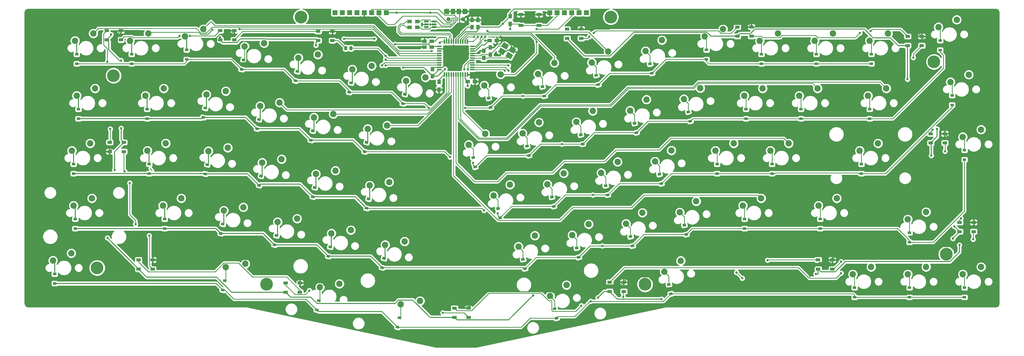
<source format=gbl>
G04 #@! TF.GenerationSoftware,KiCad,Pcbnew,(5.1.9)-1*
G04 #@! TF.CreationDate,2021-07-10T17:24:29+08:00*
G04 #@! TF.ProjectId,arisu,61726973-752e-46b6-9963-61645f706362,1.1*
G04 #@! TF.SameCoordinates,Original*
G04 #@! TF.FileFunction,Copper,L2,Bot*
G04 #@! TF.FilePolarity,Positive*
%FSLAX46Y46*%
G04 Gerber Fmt 4.6, Leading zero omitted, Abs format (unit mm)*
G04 Created by KiCad (PCBNEW (5.1.9)-1) date 2021-07-10 17:24:29*
%MOMM*%
%LPD*%
G01*
G04 APERTURE LIST*
G04 #@! TA.AperFunction,ComponentPad*
%ADD10C,2.200000*%
G04 #@! TD*
G04 #@! TA.AperFunction,SMDPad,CuDef*
%ADD11R,0.550000X1.500000*%
G04 #@! TD*
G04 #@! TA.AperFunction,SMDPad,CuDef*
%ADD12R,1.500000X0.550000*%
G04 #@! TD*
G04 #@! TA.AperFunction,SMDPad,CuDef*
%ADD13R,1.500000X1.000000*%
G04 #@! TD*
G04 #@! TA.AperFunction,ComponentPad*
%ADD14C,4.400000*%
G04 #@! TD*
G04 #@! TA.AperFunction,SMDPad,CuDef*
%ADD15R,1.250000X1.500000*%
G04 #@! TD*
G04 #@! TA.AperFunction,SMDPad,CuDef*
%ADD16R,1.500000X1.250000*%
G04 #@! TD*
G04 #@! TA.AperFunction,SMDPad,CuDef*
%ADD17R,1.200000X0.900000*%
G04 #@! TD*
G04 #@! TA.AperFunction,SMDPad,CuDef*
%ADD18C,0.100000*%
G04 #@! TD*
G04 #@! TA.AperFunction,SMDPad,CuDef*
%ADD19R,1.500000X1.900000*%
G04 #@! TD*
G04 #@! TA.AperFunction,ComponentPad*
%ADD20C,1.450000*%
G04 #@! TD*
G04 #@! TA.AperFunction,SMDPad,CuDef*
%ADD21R,0.400000X1.350000*%
G04 #@! TD*
G04 #@! TA.AperFunction,ComponentPad*
%ADD22O,1.200000X1.900000*%
G04 #@! TD*
G04 #@! TA.AperFunction,SMDPad,CuDef*
%ADD23R,1.200000X1.900000*%
G04 #@! TD*
G04 #@! TA.AperFunction,ComponentPad*
%ADD24R,1.700000X1.700000*%
G04 #@! TD*
G04 #@! TA.AperFunction,SMDPad,CuDef*
%ADD25R,1.500000X1.300000*%
G04 #@! TD*
G04 #@! TA.AperFunction,SMDPad,CuDef*
%ADD26R,1.300000X1.500000*%
G04 #@! TD*
G04 #@! TA.AperFunction,SMDPad,CuDef*
%ADD27R,1.700000X1.000000*%
G04 #@! TD*
G04 #@! TA.AperFunction,SMDPad,CuDef*
%ADD28R,1.560000X0.650000*%
G04 #@! TD*
G04 #@! TA.AperFunction,ViaPad*
%ADD29C,0.800000*%
G04 #@! TD*
G04 #@! TA.AperFunction,Conductor*
%ADD30C,0.375000*%
G04 #@! TD*
G04 #@! TA.AperFunction,Conductor*
%ADD31C,0.250000*%
G04 #@! TD*
G04 #@! TA.AperFunction,Conductor*
%ADD32C,0.380000*%
G04 #@! TD*
G04 #@! TA.AperFunction,Conductor*
%ADD33C,0.254000*%
G04 #@! TD*
G04 #@! TA.AperFunction,Conductor*
%ADD34C,0.100000*%
G04 #@! TD*
G04 APERTURE END LIST*
D10*
X213847569Y-120874453D03*
X208164428Y-124679187D03*
X62580000Y-36180000D03*
X68930000Y-33640000D03*
X102331359Y-38163857D03*
X109070692Y-36999602D03*
D11*
X171514000Y-36464000D03*
X172314000Y-36464000D03*
X173114000Y-36464000D03*
X173914000Y-36464000D03*
X174714000Y-36464000D03*
X175514000Y-36464000D03*
X176314000Y-36464000D03*
X177114000Y-36464000D03*
X177914000Y-36464000D03*
X178714000Y-36464000D03*
X179514000Y-36464000D03*
D12*
X181214000Y-38164000D03*
X181214000Y-38964000D03*
X181214000Y-39764000D03*
X181214000Y-40564000D03*
X181214000Y-41364000D03*
X181214000Y-42164000D03*
X181214000Y-42964000D03*
X181214000Y-43764000D03*
X181214000Y-44564000D03*
X181214000Y-45364000D03*
X181214000Y-46164000D03*
D11*
X179514000Y-47864000D03*
X178714000Y-47864000D03*
X177914000Y-47864000D03*
X177114000Y-47864000D03*
X176314000Y-47864000D03*
X175514000Y-47864000D03*
X174714000Y-47864000D03*
X173914000Y-47864000D03*
X173114000Y-47864000D03*
X172314000Y-47864000D03*
X171514000Y-47864000D03*
D12*
X169814000Y-46164000D03*
X169814000Y-45364000D03*
X169814000Y-44564000D03*
X169814000Y-43764000D03*
X169814000Y-42964000D03*
X169814000Y-42164000D03*
X169814000Y-41364000D03*
X169814000Y-40564000D03*
X169814000Y-39764000D03*
X169814000Y-38964000D03*
X169814000Y-38164000D03*
D13*
X175050000Y-132100000D03*
X175050000Y-128900000D03*
X179950000Y-132100000D03*
X179950000Y-128900000D03*
D10*
X120965070Y-42124575D03*
X127704403Y-40960320D03*
G04 #@! TA.AperFunction,SMDPad,CuDef*
G36*
G01*
X137850000Y-38299999D02*
X137850000Y-39200001D01*
G75*
G02*
X137600001Y-39450000I-249999J0D01*
G01*
X137074999Y-39450000D01*
G75*
G02*
X136825000Y-39200001I0J249999D01*
G01*
X136825000Y-38299999D01*
G75*
G02*
X137074999Y-38050000I249999J0D01*
G01*
X137600001Y-38050000D01*
G75*
G02*
X137850000Y-38299999I0J-249999D01*
G01*
G37*
G04 #@! TD.AperFunction*
G04 #@! TA.AperFunction,SMDPad,CuDef*
G36*
G01*
X139675000Y-38299999D02*
X139675000Y-39200001D01*
G75*
G02*
X139425001Y-39450000I-249999J0D01*
G01*
X138899999Y-39450000D01*
G75*
G02*
X138650000Y-39200001I0J249999D01*
G01*
X138650000Y-38299999D01*
G75*
G02*
X138899999Y-38050000I249999J0D01*
G01*
X139425001Y-38050000D01*
G75*
G02*
X139675000Y-38299999I0J-249999D01*
G01*
G37*
G04 #@! TD.AperFunction*
D13*
X214050000Y-35350000D03*
X214050000Y-32150000D03*
X218950000Y-35350000D03*
X218950000Y-32150000D03*
X350050000Y-102350000D03*
X350050000Y-99150000D03*
X354950000Y-102350000D03*
X354950000Y-99150000D03*
X233700000Y-119900000D03*
X233700000Y-123100000D03*
X228800000Y-119900000D03*
X228800000Y-123100000D03*
X60450000Y-71400000D03*
X60450000Y-74600000D03*
X55550000Y-71400000D03*
X55550000Y-74600000D03*
X277950000Y-31400000D03*
X277950000Y-34600000D03*
X273050000Y-31400000D03*
X273050000Y-34600000D03*
X54550000Y-35850000D03*
X54550000Y-32650000D03*
X59450000Y-35850000D03*
X59450000Y-32650000D03*
X336950000Y-34650000D03*
X336950000Y-37850000D03*
X332050000Y-34650000D03*
X332050000Y-37850000D03*
X116550000Y-123350000D03*
X116550000Y-120150000D03*
X121450000Y-123350000D03*
X121450000Y-120150000D03*
X98700000Y-32650000D03*
X98700000Y-35850000D03*
X93800000Y-32650000D03*
X93800000Y-35850000D03*
X340050000Y-71600000D03*
X340050000Y-68400000D03*
X344950000Y-71600000D03*
X344950000Y-68400000D03*
X301050000Y-115350000D03*
X301050000Y-112150000D03*
X305950000Y-115350000D03*
X305950000Y-112150000D03*
X70450000Y-112150000D03*
X70450000Y-115350000D03*
X65550000Y-112150000D03*
X65550000Y-115350000D03*
X132700000Y-32900000D03*
X132700000Y-36100000D03*
X127800000Y-32900000D03*
X127800000Y-36100000D03*
D10*
X321796250Y-71740000D03*
X315446250Y-74280000D03*
X135153475Y-120446047D03*
X128414142Y-121610303D03*
X49383750Y-90790000D03*
X43033750Y-93330000D03*
X48796250Y-71740000D03*
X42446250Y-74280000D03*
X307508769Y-90789998D03*
X301158769Y-93329998D03*
X50480000Y-52690000D03*
X44130000Y-55230000D03*
X42250000Y-109840000D03*
X35900000Y-112380000D03*
X102544484Y-113514795D03*
X95805151Y-114679051D03*
X253444205Y-112457940D03*
X247761064Y-116262674D03*
X324670000Y-52690000D03*
X318320000Y-55230000D03*
X43530000Y-36180000D03*
X49880000Y-33640000D03*
X67940000Y-55230000D03*
X74290000Y-52690000D03*
X68640000Y-74280000D03*
X74990000Y-71740000D03*
X73990000Y-93330000D03*
X80340000Y-90790000D03*
X81630000Y-34679615D03*
X87980000Y-32139615D03*
X89053701Y-54817200D03*
X95793034Y-53652945D03*
X89751368Y-74441093D03*
X96490701Y-73276838D03*
X95107450Y-95055162D03*
X101846783Y-93890907D03*
X107687411Y-58777926D03*
X114426744Y-57613671D03*
X108385078Y-78401820D03*
X115124411Y-77237565D03*
X113741160Y-99015888D03*
X120480493Y-97851633D03*
X126321121Y-62738653D03*
X133060454Y-61574398D03*
X127018788Y-82362547D03*
X133758121Y-81198292D03*
X132374869Y-102976615D03*
X139114202Y-101812360D03*
X139598782Y-46085293D03*
X146338115Y-44921038D03*
X144954831Y-66699380D03*
X151694164Y-65535125D03*
X145652498Y-86323274D03*
X152391831Y-85159019D03*
X151008579Y-106937342D03*
X157747912Y-105773087D03*
X156364716Y-127551371D03*
X163104049Y-126387116D03*
X158232494Y-50046010D03*
X164971827Y-48881755D03*
X179977800Y-72243673D03*
X185660941Y-68438939D03*
X188596921Y-89887225D03*
X194280062Y-86082491D03*
X197216042Y-107530777D03*
X202899183Y-103726043D03*
X185334027Y-51629574D03*
X191017168Y-47824840D03*
X198611511Y-68282955D03*
X204294652Y-64478221D03*
X207230632Y-85926507D03*
X212913773Y-82121773D03*
X215849754Y-103570059D03*
X221532895Y-99765325D03*
X203967739Y-47668856D03*
X209650880Y-43864122D03*
X217245223Y-64322238D03*
X222928364Y-60517504D03*
X225864344Y-81965790D03*
X231547485Y-78161056D03*
X234483465Y-99609342D03*
X240166606Y-95804608D03*
X222601451Y-43708139D03*
X228284592Y-39903405D03*
X235878935Y-60361520D03*
X241562076Y-56556786D03*
X244498056Y-78005072D03*
X250181197Y-74200338D03*
X253117177Y-95648624D03*
X258800318Y-91843890D03*
X241235162Y-39747421D03*
X246918303Y-35942687D03*
X254512647Y-56400802D03*
X260195788Y-52596068D03*
X265440000Y-74280000D03*
X271790000Y-71740000D03*
X274965019Y-93329998D03*
X281315019Y-90789998D03*
X261760000Y-34679615D03*
X268110000Y-32139615D03*
X275450000Y-55230000D03*
X281800000Y-52690000D03*
X284490000Y-74280000D03*
X290840000Y-71740000D03*
X280810000Y-36180000D03*
X287160000Y-33640000D03*
X294500000Y-55230000D03*
X300850000Y-52690000D03*
X313064949Y-117142503D03*
X319414949Y-114602503D03*
X299860000Y-36180000D03*
X306210000Y-33640000D03*
X332114949Y-98092503D03*
X338464949Y-95552503D03*
X332114949Y-117142503D03*
X338464949Y-114602503D03*
X318910000Y-36180000D03*
X325260000Y-33640000D03*
X342722542Y-31417509D03*
X349072542Y-28877509D03*
X346895000Y-50467516D03*
X353245000Y-47927516D03*
X351164949Y-69517519D03*
X357514949Y-66977519D03*
X351164949Y-117142503D03*
X357514949Y-114602503D03*
D14*
X241060266Y-120608720D03*
X345449949Y-110157503D03*
D15*
X185166000Y-39644000D03*
X185166000Y-42144000D03*
X187452000Y-41001000D03*
X187452000Y-38501000D03*
X183134000Y-31476000D03*
X183134000Y-28976000D03*
X181102000Y-31476000D03*
X181102000Y-28976000D03*
D16*
X167132000Y-36322000D03*
X164632000Y-36322000D03*
X167132000Y-38354000D03*
X164632000Y-38354000D03*
X179598000Y-50292000D03*
X182098000Y-50292000D03*
D15*
X167386000Y-48494000D03*
X167386000Y-45994000D03*
D16*
X187198000Y-36068000D03*
X189698000Y-36068000D03*
D17*
X44115000Y-44145000D03*
X44115000Y-40845000D03*
X44715000Y-63195000D03*
X44715000Y-59895000D03*
X43031250Y-82245000D03*
X43031250Y-78945000D03*
X43618750Y-101295000D03*
X43618750Y-97995000D03*
X36485000Y-120345000D03*
X36485000Y-117045000D03*
X63165000Y-44145000D03*
X63165000Y-40845000D03*
X68525000Y-63195000D03*
X68525000Y-59895000D03*
X69225000Y-82245000D03*
X69225000Y-78945000D03*
X74575000Y-101295000D03*
X74575000Y-97995000D03*
X82215000Y-42644615D03*
X82215000Y-39344615D03*
G04 #@! TA.AperFunction,SMDPad,CuDef*
D18*
G36*
X88466125Y-63295481D02*
G01*
X87292348Y-63045987D01*
X87479469Y-62165655D01*
X88653246Y-62415149D01*
X88466125Y-63295481D01*
G37*
G04 #@! TD.AperFunction*
G04 #@! TA.AperFunction,SMDPad,CuDef*
G36*
X89152233Y-60067593D02*
G01*
X87978456Y-59818099D01*
X88165577Y-58937767D01*
X89339354Y-59187261D01*
X89152233Y-60067593D01*
G37*
G04 #@! TD.AperFunction*
G04 #@! TA.AperFunction,SMDPad,CuDef*
G36*
X89163792Y-82919374D02*
G01*
X87990015Y-82669880D01*
X88177136Y-81789548D01*
X89350913Y-82039042D01*
X89163792Y-82919374D01*
G37*
G04 #@! TD.AperFunction*
G04 #@! TA.AperFunction,SMDPad,CuDef*
G36*
X89849900Y-79691486D02*
G01*
X88676123Y-79441992D01*
X88863244Y-78561660D01*
X90037021Y-78811154D01*
X89849900Y-79691486D01*
G37*
G04 #@! TD.AperFunction*
G04 #@! TA.AperFunction,SMDPad,CuDef*
G36*
X94519874Y-103533443D02*
G01*
X93346097Y-103283949D01*
X93533218Y-102403617D01*
X94706995Y-102653111D01*
X94519874Y-103533443D01*
G37*
G04 #@! TD.AperFunction*
G04 #@! TA.AperFunction,SMDPad,CuDef*
G36*
X95205982Y-100305555D02*
G01*
X94032205Y-100056061D01*
X94219326Y-99175729D01*
X95393103Y-99425223D01*
X95205982Y-100305555D01*
G37*
G04 #@! TD.AperFunction*
G04 #@! TA.AperFunction,SMDPad,CuDef*
G36*
X95217575Y-123157331D02*
G01*
X94043798Y-122907837D01*
X94230919Y-122027505D01*
X95404696Y-122276999D01*
X95217575Y-123157331D01*
G37*
G04 #@! TD.AperFunction*
G04 #@! TA.AperFunction,SMDPad,CuDef*
G36*
X95903683Y-119929443D02*
G01*
X94729906Y-119679949D01*
X94917027Y-118799617D01*
X96090804Y-119049111D01*
X95903683Y-119929443D01*
G37*
G04 #@! TD.AperFunction*
G04 #@! TA.AperFunction,SMDPad,CuDef*
G36*
X101743783Y-46642138D02*
G01*
X100570006Y-46392644D01*
X100757127Y-45512312D01*
X101930904Y-45761806D01*
X101743783Y-46642138D01*
G37*
G04 #@! TD.AperFunction*
G04 #@! TA.AperFunction,SMDPad,CuDef*
G36*
X102429891Y-43414250D02*
G01*
X101256114Y-43164756D01*
X101443235Y-42284424D01*
X102617012Y-42533918D01*
X102429891Y-43414250D01*
G37*
G04 #@! TD.AperFunction*
G04 #@! TA.AperFunction,SMDPad,CuDef*
G36*
X107099835Y-67256207D02*
G01*
X105926058Y-67006713D01*
X106113179Y-66126381D01*
X107286956Y-66375875D01*
X107099835Y-67256207D01*
G37*
G04 #@! TD.AperFunction*
G04 #@! TA.AperFunction,SMDPad,CuDef*
G36*
X107785943Y-64028319D02*
G01*
X106612166Y-63778825D01*
X106799287Y-62898493D01*
X107973064Y-63147987D01*
X107785943Y-64028319D01*
G37*
G04 #@! TD.AperFunction*
G04 #@! TA.AperFunction,SMDPad,CuDef*
G36*
X107797502Y-86880101D02*
G01*
X106623725Y-86630607D01*
X106810846Y-85750275D01*
X107984623Y-85999769D01*
X107797502Y-86880101D01*
G37*
G04 #@! TD.AperFunction*
G04 #@! TA.AperFunction,SMDPad,CuDef*
G36*
X108483610Y-83652213D02*
G01*
X107309833Y-83402719D01*
X107496954Y-82522387D01*
X108670731Y-82771881D01*
X108483610Y-83652213D01*
G37*
G04 #@! TD.AperFunction*
G04 #@! TA.AperFunction,SMDPad,CuDef*
G36*
X113153584Y-107494169D02*
G01*
X111979807Y-107244675D01*
X112166928Y-106364343D01*
X113340705Y-106613837D01*
X113153584Y-107494169D01*
G37*
G04 #@! TD.AperFunction*
G04 #@! TA.AperFunction,SMDPad,CuDef*
G36*
X113839692Y-104266281D02*
G01*
X112665915Y-104016787D01*
X112853036Y-103136455D01*
X114026813Y-103385949D01*
X113839692Y-104266281D01*
G37*
G04 #@! TD.AperFunction*
G04 #@! TA.AperFunction,SMDPad,CuDef*
G36*
X120377494Y-50602856D02*
G01*
X119203717Y-50353362D01*
X119390838Y-49473030D01*
X120564615Y-49722524D01*
X120377494Y-50602856D01*
G37*
G04 #@! TD.AperFunction*
G04 #@! TA.AperFunction,SMDPad,CuDef*
G36*
X121063602Y-47374968D02*
G01*
X119889825Y-47125474D01*
X120076946Y-46245142D01*
X121250723Y-46494636D01*
X121063602Y-47374968D01*
G37*
G04 #@! TD.AperFunction*
G04 #@! TA.AperFunction,SMDPad,CuDef*
G36*
X125733545Y-71216934D02*
G01*
X124559768Y-70967440D01*
X124746889Y-70087108D01*
X125920666Y-70336602D01*
X125733545Y-71216934D01*
G37*
G04 #@! TD.AperFunction*
G04 #@! TA.AperFunction,SMDPad,CuDef*
G36*
X126419653Y-67989046D02*
G01*
X125245876Y-67739552D01*
X125432997Y-66859220D01*
X126606774Y-67108714D01*
X126419653Y-67989046D01*
G37*
G04 #@! TD.AperFunction*
G04 #@! TA.AperFunction,SMDPad,CuDef*
G36*
X126431212Y-90840828D02*
G01*
X125257435Y-90591334D01*
X125444556Y-89711002D01*
X126618333Y-89960496D01*
X126431212Y-90840828D01*
G37*
G04 #@! TD.AperFunction*
G04 #@! TA.AperFunction,SMDPad,CuDef*
G36*
X127117320Y-87612940D02*
G01*
X125943543Y-87363446D01*
X126130664Y-86483114D01*
X127304441Y-86732608D01*
X127117320Y-87612940D01*
G37*
G04 #@! TD.AperFunction*
G04 #@! TA.AperFunction,SMDPad,CuDef*
G36*
X131787293Y-111454896D02*
G01*
X130613516Y-111205402D01*
X130800637Y-110325070D01*
X131974414Y-110574564D01*
X131787293Y-111454896D01*
G37*
G04 #@! TD.AperFunction*
G04 #@! TA.AperFunction,SMDPad,CuDef*
G36*
X132473401Y-108227008D02*
G01*
X131299624Y-107977514D01*
X131486745Y-107097182D01*
X132660522Y-107346676D01*
X132473401Y-108227008D01*
G37*
G04 #@! TD.AperFunction*
G04 #@! TA.AperFunction,SMDPad,CuDef*
G36*
X127826567Y-130088606D02*
G01*
X126652790Y-129839112D01*
X126839911Y-128958780D01*
X128013688Y-129208274D01*
X127826567Y-130088606D01*
G37*
G04 #@! TD.AperFunction*
G04 #@! TA.AperFunction,SMDPad,CuDef*
G36*
X128512675Y-126860718D02*
G01*
X127338898Y-126611224D01*
X127526019Y-125730892D01*
X128699796Y-125980386D01*
X128512675Y-126860718D01*
G37*
G04 #@! TD.AperFunction*
G04 #@! TA.AperFunction,SMDPad,CuDef*
G36*
X139011206Y-54563574D02*
G01*
X137837429Y-54314080D01*
X138024550Y-53433748D01*
X139198327Y-53683242D01*
X139011206Y-54563574D01*
G37*
G04 #@! TD.AperFunction*
G04 #@! TA.AperFunction,SMDPad,CuDef*
G36*
X139697314Y-51335686D02*
G01*
X138523537Y-51086192D01*
X138710658Y-50205860D01*
X139884435Y-50455354D01*
X139697314Y-51335686D01*
G37*
G04 #@! TD.AperFunction*
G04 #@! TA.AperFunction,SMDPad,CuDef*
G36*
X144367255Y-75177661D02*
G01*
X143193478Y-74928167D01*
X143380599Y-74047835D01*
X144554376Y-74297329D01*
X144367255Y-75177661D01*
G37*
G04 #@! TD.AperFunction*
G04 #@! TA.AperFunction,SMDPad,CuDef*
G36*
X145053363Y-71949773D02*
G01*
X143879586Y-71700279D01*
X144066707Y-70819947D01*
X145240484Y-71069441D01*
X145053363Y-71949773D01*
G37*
G04 #@! TD.AperFunction*
G04 #@! TA.AperFunction,SMDPad,CuDef*
G36*
X145064922Y-94801555D02*
G01*
X143891145Y-94552061D01*
X144078266Y-93671729D01*
X145252043Y-93921223D01*
X145064922Y-94801555D01*
G37*
G04 #@! TD.AperFunction*
G04 #@! TA.AperFunction,SMDPad,CuDef*
G36*
X145751030Y-91573667D02*
G01*
X144577253Y-91324173D01*
X144764374Y-90443841D01*
X145938151Y-90693335D01*
X145751030Y-91573667D01*
G37*
G04 #@! TD.AperFunction*
G04 #@! TA.AperFunction,SMDPad,CuDef*
G36*
X150421003Y-115415623D02*
G01*
X149247226Y-115166129D01*
X149434347Y-114285797D01*
X150608124Y-114535291D01*
X150421003Y-115415623D01*
G37*
G04 #@! TD.AperFunction*
G04 #@! TA.AperFunction,SMDPad,CuDef*
G36*
X151107111Y-112187735D02*
G01*
X149933334Y-111938241D01*
X150120455Y-111057909D01*
X151294232Y-111307403D01*
X151107111Y-112187735D01*
G37*
G04 #@! TD.AperFunction*
G04 #@! TA.AperFunction,SMDPad,CuDef*
G36*
X155777140Y-136029652D02*
G01*
X154603363Y-135780158D01*
X154790484Y-134899826D01*
X155964261Y-135149320D01*
X155777140Y-136029652D01*
G37*
G04 #@! TD.AperFunction*
G04 #@! TA.AperFunction,SMDPad,CuDef*
G36*
X156463248Y-132801764D02*
G01*
X155289471Y-132552270D01*
X155476592Y-131671938D01*
X156650369Y-131921432D01*
X156463248Y-132801764D01*
G37*
G04 #@! TD.AperFunction*
G04 #@! TA.AperFunction,SMDPad,CuDef*
G36*
X157644918Y-58524291D02*
G01*
X156471141Y-58274797D01*
X156658262Y-57394465D01*
X157832039Y-57643959D01*
X157644918Y-58524291D01*
G37*
G04 #@! TD.AperFunction*
G04 #@! TA.AperFunction,SMDPad,CuDef*
G36*
X158331026Y-55296403D02*
G01*
X157157249Y-55046909D01*
X157344370Y-54166577D01*
X158518147Y-54416071D01*
X158331026Y-55296403D01*
G37*
G04 #@! TD.AperFunction*
G04 #@! TA.AperFunction,SMDPad,CuDef*
G36*
X182886926Y-80228890D02*
G01*
X181713149Y-80478384D01*
X181526028Y-79598052D01*
X182699805Y-79348558D01*
X182886926Y-80228890D01*
G37*
G04 #@! TD.AperFunction*
G04 #@! TA.AperFunction,SMDPad,CuDef*
G36*
X182200818Y-77001002D02*
G01*
X181027041Y-77250496D01*
X180839920Y-76370164D01*
X182013697Y-76120670D01*
X182200818Y-77001002D01*
G37*
G04 #@! TD.AperFunction*
G04 #@! TA.AperFunction,SMDPad,CuDef*
G36*
X191506047Y-97872442D02*
G01*
X190332270Y-98121936D01*
X190145149Y-97241604D01*
X191318926Y-96992110D01*
X191506047Y-97872442D01*
G37*
G04 #@! TD.AperFunction*
G04 #@! TA.AperFunction,SMDPad,CuDef*
G36*
X190819939Y-94644554D02*
G01*
X189646162Y-94894048D01*
X189459041Y-94013716D01*
X190632818Y-93764222D01*
X190819939Y-94644554D01*
G37*
G04 #@! TD.AperFunction*
G04 #@! TA.AperFunction,SMDPad,CuDef*
G36*
X200125168Y-115515994D02*
G01*
X198951391Y-115765488D01*
X198764270Y-114885156D01*
X199938047Y-114635662D01*
X200125168Y-115515994D01*
G37*
G04 #@! TD.AperFunction*
G04 #@! TA.AperFunction,SMDPad,CuDef*
G36*
X199439060Y-112288106D02*
G01*
X198265283Y-112537600D01*
X198078162Y-111657268D01*
X199251939Y-111407774D01*
X199439060Y-112288106D01*
G37*
G04 #@! TD.AperFunction*
G04 #@! TA.AperFunction,SMDPad,CuDef*
G36*
X188243153Y-59614791D02*
G01*
X187069376Y-59864285D01*
X186882255Y-58983953D01*
X188056032Y-58734459D01*
X188243153Y-59614791D01*
G37*
G04 #@! TD.AperFunction*
G04 #@! TA.AperFunction,SMDPad,CuDef*
G36*
X187557045Y-56386903D02*
G01*
X186383268Y-56636397D01*
X186196147Y-55756065D01*
X187369924Y-55506571D01*
X187557045Y-56386903D01*
G37*
G04 #@! TD.AperFunction*
G04 #@! TA.AperFunction,SMDPad,CuDef*
G36*
X201520637Y-76268172D02*
G01*
X200346860Y-76517666D01*
X200159739Y-75637334D01*
X201333516Y-75387840D01*
X201520637Y-76268172D01*
G37*
G04 #@! TD.AperFunction*
G04 #@! TA.AperFunction,SMDPad,CuDef*
G36*
X200834529Y-73040284D02*
G01*
X199660752Y-73289778D01*
X199473631Y-72409446D01*
X200647408Y-72159952D01*
X200834529Y-73040284D01*
G37*
G04 #@! TD.AperFunction*
G04 #@! TA.AperFunction,SMDPad,CuDef*
G36*
X210139758Y-93911724D02*
G01*
X208965981Y-94161218D01*
X208778860Y-93280886D01*
X209952637Y-93031392D01*
X210139758Y-93911724D01*
G37*
G04 #@! TD.AperFunction*
G04 #@! TA.AperFunction,SMDPad,CuDef*
G36*
X209453650Y-90683836D02*
G01*
X208279873Y-90933330D01*
X208092752Y-90052998D01*
X209266529Y-89803504D01*
X209453650Y-90683836D01*
G37*
G04 #@! TD.AperFunction*
G04 #@! TA.AperFunction,SMDPad,CuDef*
G36*
X218758880Y-111555276D02*
G01*
X217585103Y-111804770D01*
X217397982Y-110924438D01*
X218571759Y-110674944D01*
X218758880Y-111555276D01*
G37*
G04 #@! TD.AperFunction*
G04 #@! TA.AperFunction,SMDPad,CuDef*
G36*
X218072772Y-108327388D02*
G01*
X216898995Y-108576882D01*
X216711874Y-107696550D01*
X217885651Y-107447056D01*
X218072772Y-108327388D01*
G37*
G04 #@! TD.AperFunction*
G04 #@! TA.AperFunction,SMDPad,CuDef*
G36*
X211073569Y-132664401D02*
G01*
X209899792Y-132913895D01*
X209712671Y-132033563D01*
X210886448Y-131784069D01*
X211073569Y-132664401D01*
G37*
G04 #@! TD.AperFunction*
G04 #@! TA.AperFunction,SMDPad,CuDef*
G36*
X210387461Y-129436513D02*
G01*
X209213684Y-129686007D01*
X209026563Y-128805675D01*
X210200340Y-128556181D01*
X210387461Y-129436513D01*
G37*
G04 #@! TD.AperFunction*
G04 #@! TA.AperFunction,SMDPad,CuDef*
G36*
X206876865Y-55654073D02*
G01*
X205703088Y-55903567D01*
X205515967Y-55023235D01*
X206689744Y-54773741D01*
X206876865Y-55654073D01*
G37*
G04 #@! TD.AperFunction*
G04 #@! TA.AperFunction,SMDPad,CuDef*
G36*
X206190757Y-52426185D02*
G01*
X205016980Y-52675679D01*
X204829859Y-51795347D01*
X206003636Y-51545853D01*
X206190757Y-52426185D01*
G37*
G04 #@! TD.AperFunction*
G04 #@! TA.AperFunction,SMDPad,CuDef*
G36*
X220154349Y-72307455D02*
G01*
X218980572Y-72556949D01*
X218793451Y-71676617D01*
X219967228Y-71427123D01*
X220154349Y-72307455D01*
G37*
G04 #@! TD.AperFunction*
G04 #@! TA.AperFunction,SMDPad,CuDef*
G36*
X219468241Y-69079567D02*
G01*
X218294464Y-69329061D01*
X218107343Y-68448729D01*
X219281120Y-68199235D01*
X219468241Y-69079567D01*
G37*
G04 #@! TD.AperFunction*
G04 #@! TA.AperFunction,SMDPad,CuDef*
G36*
X228773470Y-89951007D02*
G01*
X227599693Y-90200501D01*
X227412572Y-89320169D01*
X228586349Y-89070675D01*
X228773470Y-89951007D01*
G37*
G04 #@! TD.AperFunction*
G04 #@! TA.AperFunction,SMDPad,CuDef*
G36*
X228087362Y-86723119D02*
G01*
X226913585Y-86972613D01*
X226726464Y-86092281D01*
X227900241Y-85842787D01*
X228087362Y-86723119D01*
G37*
G04 #@! TD.AperFunction*
G04 #@! TA.AperFunction,SMDPad,CuDef*
G36*
X237392591Y-107594559D02*
G01*
X236218814Y-107844053D01*
X236031693Y-106963721D01*
X237205470Y-106714227D01*
X237392591Y-107594559D01*
G37*
G04 #@! TD.AperFunction*
G04 #@! TA.AperFunction,SMDPad,CuDef*
G36*
X236706483Y-104366671D02*
G01*
X235532706Y-104616165D01*
X235345585Y-103735833D01*
X236519362Y-103486339D01*
X236706483Y-104366671D01*
G37*
G04 #@! TD.AperFunction*
G04 #@! TA.AperFunction,SMDPad,CuDef*
G36*
X225510577Y-51693356D02*
G01*
X224336800Y-51942850D01*
X224149679Y-51062518D01*
X225323456Y-50813024D01*
X225510577Y-51693356D01*
G37*
G04 #@! TD.AperFunction*
G04 #@! TA.AperFunction,SMDPad,CuDef*
G36*
X224824469Y-48465468D02*
G01*
X223650692Y-48714962D01*
X223463571Y-47834630D01*
X224637348Y-47585136D01*
X224824469Y-48465468D01*
G37*
G04 #@! TD.AperFunction*
G04 #@! TA.AperFunction,SMDPad,CuDef*
G36*
X238788061Y-68346737D02*
G01*
X237614284Y-68596231D01*
X237427163Y-67715899D01*
X238600940Y-67466405D01*
X238788061Y-68346737D01*
G37*
G04 #@! TD.AperFunction*
G04 #@! TA.AperFunction,SMDPad,CuDef*
G36*
X238101953Y-65118849D02*
G01*
X236928176Y-65368343D01*
X236741055Y-64488011D01*
X237914832Y-64238517D01*
X238101953Y-65118849D01*
G37*
G04 #@! TD.AperFunction*
G04 #@! TA.AperFunction,SMDPad,CuDef*
G36*
X247407182Y-85990289D02*
G01*
X246233405Y-86239783D01*
X246046284Y-85359451D01*
X247220061Y-85109957D01*
X247407182Y-85990289D01*
G37*
G04 #@! TD.AperFunction*
G04 #@! TA.AperFunction,SMDPad,CuDef*
G36*
X246721074Y-82762401D02*
G01*
X245547297Y-83011895D01*
X245360176Y-82131563D01*
X246533953Y-81882069D01*
X246721074Y-82762401D01*
G37*
G04 #@! TD.AperFunction*
G04 #@! TA.AperFunction,SMDPad,CuDef*
G36*
X256026303Y-103633841D02*
G01*
X254852526Y-103883335D01*
X254665405Y-103003003D01*
X255839182Y-102753509D01*
X256026303Y-103633841D01*
G37*
G04 #@! TD.AperFunction*
G04 #@! TA.AperFunction,SMDPad,CuDef*
G36*
X255340195Y-100405953D02*
G01*
X254166418Y-100655447D01*
X253979297Y-99775115D01*
X255153074Y-99525621D01*
X255340195Y-100405953D01*
G37*
G04 #@! TD.AperFunction*
G04 #@! TA.AperFunction,SMDPad,CuDef*
G36*
X250670205Y-124247889D02*
G01*
X249496428Y-124497383D01*
X249309307Y-123617051D01*
X250483084Y-123367557D01*
X250670205Y-124247889D01*
G37*
G04 #@! TD.AperFunction*
G04 #@! TA.AperFunction,SMDPad,CuDef*
G36*
X249984097Y-121020001D02*
G01*
X248810320Y-121269495D01*
X248623199Y-120389163D01*
X249796976Y-120139669D01*
X249984097Y-121020001D01*
G37*
G04 #@! TD.AperFunction*
G04 #@! TA.AperFunction,SMDPad,CuDef*
G36*
X244144288Y-47732638D02*
G01*
X242970511Y-47982132D01*
X242783390Y-47101800D01*
X243957167Y-46852306D01*
X244144288Y-47732638D01*
G37*
G04 #@! TD.AperFunction*
G04 #@! TA.AperFunction,SMDPad,CuDef*
G36*
X243458180Y-44504750D02*
G01*
X242284403Y-44754244D01*
X242097282Y-43873912D01*
X243271059Y-43624418D01*
X243458180Y-44504750D01*
G37*
G04 #@! TD.AperFunction*
G04 #@! TA.AperFunction,SMDPad,CuDef*
G36*
X257421773Y-64386019D02*
G01*
X256247996Y-64635513D01*
X256060875Y-63755181D01*
X257234652Y-63505687D01*
X257421773Y-64386019D01*
G37*
G04 #@! TD.AperFunction*
G04 #@! TA.AperFunction,SMDPad,CuDef*
G36*
X256735665Y-61158131D02*
G01*
X255561888Y-61407625D01*
X255374767Y-60527293D01*
X256548544Y-60277799D01*
X256735665Y-61158131D01*
G37*
G04 #@! TD.AperFunction*
D17*
X266025000Y-82245000D03*
X266025000Y-78945000D03*
X275550019Y-101294998D03*
X275550019Y-97994998D03*
X262345000Y-42644615D03*
X262345000Y-39344615D03*
X276035000Y-63195000D03*
X276035000Y-59895000D03*
X285075000Y-82245000D03*
X285075000Y-78945000D03*
X301743769Y-101294998D03*
X301743769Y-97994998D03*
X281395000Y-44145000D03*
X281395000Y-40845000D03*
X295085000Y-63195000D03*
X295085000Y-59895000D03*
X316031250Y-82245000D03*
X316031250Y-78945000D03*
X313649949Y-125107503D03*
X313649949Y-121807503D03*
X300445000Y-44145000D03*
X300445000Y-40845000D03*
X318905000Y-63195000D03*
X318905000Y-59895000D03*
X332699949Y-106057503D03*
X332699949Y-102757503D03*
X332699949Y-125107503D03*
X332699949Y-121807503D03*
X319495000Y-44145000D03*
X319495000Y-40845000D03*
X343307542Y-39382509D03*
X343307542Y-36082509D03*
X347480000Y-58432516D03*
X347480000Y-55132516D03*
X351750000Y-74100000D03*
X351750000Y-77400000D03*
X351749949Y-125107503D03*
X351749949Y-121807503D03*
D19*
X176509855Y-26008000D03*
D20*
X173009855Y-28708000D03*
D21*
X174859855Y-28708000D03*
X174209855Y-28708000D03*
X176809855Y-28708000D03*
X176159855Y-28708000D03*
X175509855Y-28708000D03*
D20*
X178009855Y-28708000D03*
D19*
X174509855Y-26008000D03*
D22*
X172009855Y-26008000D03*
X179009855Y-26008000D03*
D23*
X178409855Y-26008000D03*
X172609855Y-26008000D03*
D24*
X220726000Y-26416000D03*
X218186000Y-26416000D03*
X215646000Y-26416000D03*
X213106000Y-26416000D03*
X210566000Y-26416000D03*
X208026000Y-26416000D03*
X141224000Y-26416000D03*
X138684000Y-26416000D03*
X136144000Y-26416000D03*
X133604000Y-26416000D03*
D25*
X162132000Y-31496000D03*
X159432000Y-31496000D03*
X159432000Y-29464000D03*
X162132000Y-29464000D03*
D26*
X194310000Y-27606000D03*
X194310000Y-30306000D03*
X169672000Y-50386000D03*
X169672000Y-53086000D03*
D27*
X204318000Y-27056000D03*
X198018000Y-27056000D03*
X204318000Y-30856000D03*
X198018000Y-30856000D03*
G04 #@! TA.AperFunction,SMDPad,CuDef*
D18*
G36*
X195359064Y-41047205D02*
G01*
X194459064Y-42606051D01*
X192640410Y-41556051D01*
X193540410Y-39997205D01*
X195359064Y-41047205D01*
G37*
G04 #@! TD.AperFunction*
G04 #@! TA.AperFunction,SMDPad,CuDef*
G36*
X192847590Y-39597205D02*
G01*
X191947590Y-41156051D01*
X190128936Y-40106051D01*
X191028936Y-38547205D01*
X192847590Y-39597205D01*
G37*
G04 #@! TD.AperFunction*
G04 #@! TA.AperFunction,SMDPad,CuDef*
G36*
X193947590Y-37691949D02*
G01*
X193047590Y-39250795D01*
X191228936Y-38200795D01*
X192128936Y-36641949D01*
X193947590Y-37691949D01*
G37*
G04 #@! TD.AperFunction*
G04 #@! TA.AperFunction,SMDPad,CuDef*
G36*
X196459064Y-39141949D02*
G01*
X195559064Y-40700795D01*
X193740410Y-39650795D01*
X194640410Y-38091949D01*
X196459064Y-39141949D01*
G37*
G04 #@! TD.AperFunction*
D28*
X167974000Y-30480000D03*
X167974000Y-31430000D03*
X167974000Y-29530000D03*
X165274000Y-29530000D03*
X165274000Y-30480000D03*
X165274000Y-31430000D03*
D24*
X151384000Y-26416000D03*
X146304000Y-26416000D03*
X148844000Y-26416000D03*
X143764000Y-26416000D03*
D14*
X56865000Y-48245000D03*
X51197500Y-114920000D03*
X121827220Y-27932509D03*
X109959436Y-120609368D03*
X229192785Y-27932509D03*
X341180000Y-43482516D03*
D29*
X171704000Y-44196000D03*
X191008000Y-34798000D03*
X183134000Y-40386000D03*
X171704000Y-39116000D03*
X183642000Y-50292000D03*
X163068000Y-38354000D03*
X163068000Y-36322000D03*
X169672000Y-54864000D03*
X163830000Y-30480000D03*
X181102000Y-27432000D03*
X183134000Y-27432000D03*
X197866000Y-28448000D03*
X66000000Y-32750000D03*
X95750000Y-34000000D03*
X58512653Y-40987347D03*
X58000000Y-69000000D03*
X55500000Y-81000000D03*
X70500000Y-106750000D03*
X277250000Y-121500000D03*
X298250000Y-117750000D03*
X151750000Y-38250000D03*
X355000000Y-95500000D03*
X347250000Y-70250000D03*
X344500000Y-63500000D03*
X338500000Y-35750000D03*
X179578000Y-51816000D03*
X171704000Y-45974000D03*
X185674000Y-36068000D03*
X191770000Y-30235979D03*
X157226000Y-45466000D03*
X166624000Y-26416000D03*
X166654002Y-30480000D03*
X154940000Y-26416000D03*
X154432000Y-37338000D03*
X59500000Y-43000000D03*
X59500000Y-66500000D03*
X93782614Y-35032614D03*
X56000000Y-34000000D03*
X57250000Y-81000000D03*
X54774999Y-104524999D03*
X127000000Y-37750000D03*
X136750000Y-35500000D03*
X147250000Y-35500000D03*
X202250000Y-124500000D03*
X224750000Y-125250000D03*
X246750000Y-125750000D03*
X300250000Y-117000000D03*
X350000000Y-107000000D03*
X347750000Y-104750000D03*
X348250000Y-100500000D03*
X340250000Y-76000000D03*
X342250000Y-66750000D03*
X332000000Y-49500000D03*
X178639000Y-59436000D03*
X166116000Y-59424397D03*
X178435000Y-46101000D03*
X198750000Y-55338654D03*
X179705000Y-46101000D03*
X181500000Y-78500000D03*
X173500000Y-76500000D03*
X212250000Y-71992036D03*
X190000000Y-96000000D03*
X185250000Y-95000000D03*
X223000000Y-89635588D03*
X193750000Y-44750000D03*
X226250000Y-107279140D03*
X193750000Y-46500000D03*
X222250000Y-126490348D03*
X192500000Y-46500000D03*
X183134000Y-34798000D03*
X203454000Y-36576000D03*
X203454000Y-32135990D03*
X181864000Y-34798000D03*
X185674000Y-34798000D03*
X194310000Y-32135990D03*
X151130000Y-41402000D03*
X151130000Y-42672000D03*
X149860000Y-44704000D03*
X151130000Y-44704000D03*
X91133464Y-32383464D03*
X100500000Y-32135056D03*
X167132000Y-39751000D03*
X169926000Y-36830000D03*
X184404000Y-34798000D03*
X186436000Y-32766000D03*
X60750000Y-81457500D03*
X62500000Y-85500000D03*
X64500000Y-99750000D03*
X69250000Y-103750000D03*
X283500000Y-112250000D03*
X309000000Y-116750000D03*
X309000000Y-112750000D03*
X340750000Y-67000000D03*
X334000000Y-42000000D03*
X350500000Y-97750000D03*
X345000000Y-74500000D03*
X83319649Y-34492278D03*
X79750000Y-34500000D03*
X124750000Y-122750000D03*
X171000000Y-130500000D03*
X274750000Y-118500000D03*
X272750000Y-116500000D03*
X319250000Y-32750000D03*
X315500000Y-33500000D03*
X54750000Y-43420000D03*
X55750000Y-66750000D03*
X219000000Y-128000000D03*
X233500000Y-124960000D03*
X354750000Y-105000000D03*
X223250000Y-33500000D03*
X221750000Y-34750000D03*
D30*
X195099737Y-39396372D02*
X195099737Y-38257142D01*
X195099737Y-38257142D02*
X193097034Y-36254439D01*
X193097034Y-36254439D02*
X191837561Y-36254439D01*
X191837561Y-36254439D02*
X190754000Y-37338000D01*
X189615000Y-37338000D02*
X190754000Y-37338000D01*
X188452000Y-38501000D02*
X189615000Y-37338000D01*
X187452000Y-38501000D02*
X188452000Y-38501000D01*
X170939000Y-45364000D02*
X171704000Y-44599000D01*
X169814000Y-45364000D02*
X170939000Y-45364000D01*
X171704000Y-44599000D02*
X171704000Y-44196000D01*
X189738000Y-36068000D02*
X191008000Y-34798000D01*
X189698000Y-36068000D02*
X189738000Y-36068000D01*
X185166000Y-39644000D02*
X183876000Y-39644000D01*
X183876000Y-39644000D02*
X183134000Y-40386000D01*
X182956000Y-40564000D02*
X183134000Y-40386000D01*
X181214000Y-40564000D02*
X182956000Y-40564000D01*
X195099737Y-39396372D02*
X193450035Y-39396372D01*
X193450035Y-39396372D02*
X192994779Y-39851628D01*
X192994779Y-39851628D02*
X191488263Y-39851628D01*
X187452000Y-38501000D02*
X186309000Y-38501000D01*
X186309000Y-38501000D02*
X185166000Y-39644000D01*
X171552000Y-38964000D02*
X171704000Y-39116000D01*
X169814000Y-38964000D02*
X171552000Y-38964000D01*
X182098000Y-50292000D02*
X183642000Y-50292000D01*
X164632000Y-38354000D02*
X163068000Y-38354000D01*
X164632000Y-36322000D02*
X163068000Y-36322000D01*
X169672000Y-53086000D02*
X169672000Y-54864000D01*
X165274000Y-30480000D02*
X163830000Y-30480000D01*
X181102000Y-28976000D02*
X181102000Y-27432000D01*
X183134000Y-28976000D02*
X183134000Y-27432000D01*
X198018000Y-28296000D02*
X197866000Y-28448000D01*
X198018000Y-27056000D02*
X198018000Y-28296000D01*
X198018000Y-27056000D02*
X204318000Y-27056000D01*
X179514000Y-47864000D02*
X180164000Y-47864000D01*
X180164000Y-47864000D02*
X182098000Y-49798000D01*
X182098000Y-49798000D02*
X182098000Y-50292000D01*
X167386000Y-45994000D02*
X168016000Y-45364000D01*
X168016000Y-45364000D02*
X169814000Y-45364000D01*
X176809855Y-28708000D02*
X178009855Y-28708000D01*
X178409855Y-26008000D02*
X176509855Y-26008000D01*
X174509855Y-26008000D02*
X172609855Y-26008000D01*
X174509855Y-26008000D02*
X176509855Y-26008000D01*
X176809855Y-28708000D02*
X176809855Y-26308000D01*
X176809855Y-26308000D02*
X176509855Y-26008000D01*
X176809855Y-33445643D02*
X174714000Y-35541498D01*
X176809855Y-28708000D02*
X176809855Y-33445643D01*
X174714000Y-35541498D02*
X174714000Y-36464000D01*
D31*
X97624999Y-33725001D02*
X98700000Y-32650000D01*
D32*
X347412498Y-107567502D02*
X310532498Y-107567502D01*
X310532498Y-107567502D02*
X305950000Y-112150000D01*
X354950000Y-100030000D02*
X347412498Y-107567502D01*
X354950000Y-99150000D02*
X354950000Y-100030000D01*
X305059999Y-113040001D02*
X301407997Y-113040001D01*
X298250000Y-116197998D02*
X298250000Y-117250000D01*
X305950000Y-112150000D02*
X305059999Y-113040001D01*
X301407997Y-113040001D02*
X298250000Y-116197998D01*
D31*
X298250000Y-117750000D02*
X298250000Y-117250000D01*
D32*
X235581281Y-118018719D02*
X233700000Y-119900000D01*
X242303467Y-118018719D02*
X235581281Y-118018719D01*
X246184747Y-121899999D02*
X242303467Y-118018719D01*
X276850001Y-121899999D02*
X246184747Y-121899999D01*
X277250000Y-121500000D02*
X276850001Y-121899999D01*
X232725000Y-120875000D02*
X227875000Y-120875000D01*
X233700000Y-119900000D02*
X232725000Y-120875000D01*
X227875000Y-120875000D02*
X225250000Y-123500000D01*
X185660814Y-123189186D02*
X179950000Y-128900000D01*
X208879629Y-123189186D02*
X185660814Y-123189186D01*
X209190443Y-123500000D02*
X208879629Y-123189186D01*
X225250000Y-123500000D02*
X209190443Y-123500000D01*
X129129343Y-120120302D02*
X121479698Y-120120302D01*
X131334545Y-122325504D02*
X129129343Y-120120302D01*
X121479698Y-120120302D02*
X121450000Y-120150000D01*
X173375504Y-122325504D02*
X131334545Y-122325504D01*
X179950000Y-128900000D02*
X173375504Y-122325504D01*
X70575206Y-112024794D02*
X70450000Y-112150000D01*
X113324794Y-112024794D02*
X70575206Y-112024794D01*
X121450000Y-120150000D02*
X113324794Y-112024794D01*
X70450000Y-106800000D02*
X70500000Y-106750000D01*
X70450000Y-112150000D02*
X70450000Y-106800000D01*
X55500000Y-74650000D02*
X55550000Y-74600000D01*
X55500000Y-81000000D02*
X55500000Y-74650000D01*
X58000000Y-72150000D02*
X58000000Y-69000000D01*
X55550000Y-74600000D02*
X58000000Y-72150000D01*
X58512653Y-40987347D02*
X58512653Y-40762653D01*
X58309999Y-33790001D02*
X59450000Y-32650000D01*
X58309999Y-40559999D02*
X58309999Y-33790001D01*
X58512653Y-40762653D02*
X58309999Y-40559999D01*
X65900000Y-32650000D02*
X66000000Y-32750000D01*
X59450000Y-32650000D02*
X65900000Y-32650000D01*
X97350000Y-34000000D02*
X98700000Y-32650000D01*
X95750000Y-34000000D02*
X97350000Y-34000000D01*
X132700000Y-33780000D02*
X132700000Y-32900000D01*
X127600942Y-38879058D02*
X132700000Y-33780000D01*
X103046560Y-39653858D02*
X103821360Y-38879058D01*
X103046560Y-43349140D02*
X103046560Y-39653858D01*
X102591440Y-43804260D02*
X103046560Y-43349140D01*
X99802258Y-43804260D02*
X102591440Y-43804260D01*
X92659999Y-35037999D02*
X92659999Y-36662001D01*
X103821360Y-38879058D02*
X127600942Y-38879058D01*
X93697998Y-34000000D02*
X92659999Y-35037999D01*
X92659999Y-36662001D02*
X99802258Y-43804260D01*
X97350000Y-34000000D02*
X93697998Y-34000000D01*
X146400000Y-32900000D02*
X151750000Y-38250000D01*
X132700000Y-32900000D02*
X146400000Y-32900000D01*
X354950000Y-95550000D02*
X355000000Y-95500000D01*
X354950000Y-99150000D02*
X354950000Y-95550000D01*
X346800000Y-70250000D02*
X344950000Y-68400000D01*
X347250000Y-70250000D02*
X346800000Y-70250000D01*
X344950000Y-63950000D02*
X344500000Y-63500000D01*
X344950000Y-68400000D02*
X344950000Y-63950000D01*
X338050000Y-35750000D02*
X336950000Y-34650000D01*
X338500000Y-35750000D02*
X338050000Y-35750000D01*
X333700000Y-31400000D02*
X277950000Y-31400000D01*
X336950000Y-34650000D02*
X333700000Y-31400000D01*
X228808496Y-32150000D02*
X218950000Y-32150000D01*
X230448497Y-30509999D02*
X228808496Y-32150000D01*
X277059999Y-30509999D02*
X230448497Y-30509999D01*
X277950000Y-31400000D02*
X277059999Y-30509999D01*
D31*
X185166000Y-42144000D02*
X193157365Y-42144000D01*
X193157365Y-42144000D02*
X193999737Y-41301628D01*
X181214000Y-42164000D02*
X185146000Y-42164000D01*
X185146000Y-42164000D02*
X185166000Y-42144000D01*
X187452000Y-41001000D02*
X187452000Y-40876000D01*
X187452000Y-40876000D02*
X190381628Y-37946372D01*
X190381628Y-37946372D02*
X192588263Y-37946372D01*
X187452000Y-41001000D02*
X186577000Y-41001000D01*
X186577000Y-41001000D02*
X186470000Y-40894000D01*
X186470000Y-40894000D02*
X184455998Y-40894000D01*
X181214000Y-41364000D02*
X183985998Y-41364000D01*
X183985998Y-41364000D02*
X184455998Y-40894000D01*
D30*
X179598000Y-51796000D02*
X179578000Y-51816000D01*
X179598000Y-50292000D02*
X179598000Y-51796000D01*
X169184000Y-48494000D02*
X171704000Y-45974000D01*
X167386000Y-48494000D02*
X169184000Y-48494000D01*
X187198000Y-36068000D02*
X187073000Y-36068000D01*
X187073000Y-36068000D02*
X185549000Y-37592000D01*
X185549000Y-37592000D02*
X184511000Y-37592000D01*
X181214000Y-39764000D02*
X182339000Y-39764000D01*
X182339000Y-39764000D02*
X184511000Y-37592000D01*
X185674000Y-36068000D02*
X187198000Y-36068000D01*
X157226000Y-45466000D02*
X164483000Y-45466000D01*
X164483000Y-45466000D02*
X167386000Y-48369000D01*
X167386000Y-48369000D02*
X167386000Y-48494000D01*
X166624000Y-26416000D02*
X154940000Y-26416000D01*
X169071353Y-26416000D02*
X166624000Y-26416000D01*
X167974000Y-30480000D02*
X166654002Y-30480000D01*
X194310000Y-27606000D02*
X194310000Y-26481000D01*
X194310000Y-26481000D02*
X195612501Y-25178499D01*
X195612501Y-25178499D02*
X218173499Y-25178499D01*
X218173499Y-25178499D02*
X218186000Y-25191000D01*
X218186000Y-25191000D02*
X218186000Y-26416000D01*
X191770000Y-30235979D02*
X194310000Y-27706000D01*
X190540000Y-31476000D02*
X191770000Y-30235979D01*
X183134000Y-31476000D02*
X190540000Y-31476000D01*
X194310000Y-27706000D02*
X194310000Y-27606000D01*
X154940000Y-26416000D02*
X151384000Y-26416000D01*
X165994499Y-37334501D02*
X154435499Y-37334501D01*
X154435499Y-37334501D02*
X154432000Y-37338000D01*
X169814000Y-46164000D02*
X169716000Y-46164000D01*
X169716000Y-46164000D02*
X167386000Y-48494000D01*
X179598000Y-50292000D02*
X178714000Y-49408000D01*
X178714000Y-49408000D02*
X178714000Y-47864000D01*
X165994499Y-37334501D02*
X165994499Y-37341499D01*
X165994499Y-37341499D02*
X167007000Y-38354000D01*
X167007000Y-38354000D02*
X167132000Y-38354000D01*
X165994499Y-37334501D02*
X167007000Y-36322000D01*
X167007000Y-36322000D02*
X167132000Y-36322000D01*
X178861870Y-33020000D02*
X176314000Y-35567870D01*
X176314000Y-35567870D02*
X176314000Y-36464000D01*
X183134000Y-32601000D02*
X182715000Y-33020000D01*
X183134000Y-31476000D02*
X183134000Y-32601000D01*
X182715000Y-33020000D02*
X178861870Y-33020000D01*
X169527000Y-35052000D02*
X172027000Y-35052000D01*
X172027000Y-35052000D02*
X172314000Y-35339000D01*
X172314000Y-35339000D02*
X172314000Y-36464000D01*
X167132000Y-36322000D02*
X168257000Y-36322000D01*
X168257000Y-36322000D02*
X169527000Y-35052000D01*
X167132000Y-38354000D02*
X167322000Y-38164000D01*
X167322000Y-38164000D02*
X169814000Y-38164000D01*
X174209855Y-29154502D02*
X173543856Y-29820501D01*
X174209855Y-28708000D02*
X174209855Y-29154502D01*
X173543856Y-29820501D02*
X172475854Y-29820501D01*
X172475854Y-29820501D02*
X169071353Y-26416000D01*
D32*
X147250000Y-35500000D02*
X136750000Y-35500000D01*
X127000000Y-36900000D02*
X127800000Y-36100000D01*
X127000000Y-37750000D02*
X127000000Y-36900000D01*
X127800000Y-36100000D02*
X127274601Y-35574601D01*
X100875401Y-35509601D02*
X99710001Y-36675001D01*
X109785893Y-35509601D02*
X100875401Y-35509601D01*
X109850893Y-35574601D02*
X109785893Y-35509601D01*
X127274601Y-35574601D02*
X109850893Y-35574601D01*
X99710001Y-36675001D02*
X99710001Y-36710001D01*
X99710001Y-36710001D02*
X99670002Y-36750000D01*
X94700000Y-36750000D02*
X93800000Y-35850000D01*
X99670002Y-36750000D02*
X94700000Y-36750000D01*
X93782614Y-35832614D02*
X93800000Y-35850000D01*
X93782614Y-35032614D02*
X93782614Y-35832614D01*
X56000000Y-34400000D02*
X54550000Y-35850000D01*
X56000000Y-34000000D02*
X56000000Y-34400000D01*
X58934315Y-43000000D02*
X59500000Y-43000000D01*
X55265009Y-39330694D02*
X58934315Y-43000000D01*
X55265009Y-36565009D02*
X55265009Y-39330694D01*
X54550000Y-35850000D02*
X55265009Y-36565009D01*
X59500000Y-70450000D02*
X60450000Y-71400000D01*
X59500000Y-66500000D02*
X59500000Y-70450000D01*
X57250000Y-74600000D02*
X57250000Y-81000000D01*
X60450000Y-71400000D02*
X57250000Y-74600000D01*
X65550000Y-115300000D02*
X65550000Y-115350000D01*
X54774999Y-104524999D02*
X65550000Y-115300000D01*
X97848399Y-123350000D02*
X116550000Y-123350000D01*
X92637898Y-118139499D02*
X97848399Y-123350000D01*
X68339499Y-118139499D02*
X92637898Y-118139499D01*
X65550000Y-115350000D02*
X68339499Y-118139499D01*
X166611731Y-132100000D02*
X175050000Y-132100000D01*
X160573101Y-126061370D02*
X166611731Y-132100000D01*
X155649515Y-126061370D02*
X160573101Y-126061370D01*
X154433942Y-127276943D02*
X155649515Y-126061370D01*
X127453059Y-127276943D02*
X154433942Y-127276943D01*
X125246867Y-125070751D02*
X127453059Y-127276943D01*
X118270751Y-125070751D02*
X125246867Y-125070751D01*
X116550000Y-123350000D02*
X118270751Y-125070751D01*
X193759999Y-132990001D02*
X202250000Y-124500000D01*
X175050000Y-132100000D02*
X175940001Y-132990001D01*
X175940001Y-132990001D02*
X193759999Y-132990001D01*
X226900000Y-123100000D02*
X228800000Y-123100000D01*
X224750000Y-125250000D02*
X226900000Y-123100000D01*
X231450000Y-125750000D02*
X246750000Y-125750000D01*
X228800000Y-123100000D02*
X231450000Y-125750000D01*
X300250000Y-117000000D02*
X301000000Y-117000000D01*
X301050000Y-116950000D02*
X301050000Y-115350000D01*
X301000000Y-117000000D02*
X301050000Y-116950000D01*
X350000000Y-109440654D02*
X350000000Y-107000000D01*
X310504498Y-112747504D02*
X346693150Y-112747504D01*
X307012001Y-116240001D02*
X310504498Y-112747504D01*
X346693150Y-112747504D02*
X350000000Y-109440654D01*
X301940001Y-116240001D02*
X307012001Y-116240001D01*
X301050000Y-115350000D02*
X301940001Y-116240001D01*
X347750000Y-104650000D02*
X350050000Y-102350000D01*
X347750000Y-104750000D02*
X347750000Y-104650000D01*
X350050000Y-102300000D02*
X348250000Y-100500000D01*
X350050000Y-102350000D02*
X350050000Y-102300000D01*
X340250000Y-71800000D02*
X340050000Y-71600000D01*
X340250000Y-76000000D02*
X340250000Y-71800000D01*
X342250000Y-69400000D02*
X342250000Y-66750000D01*
X340050000Y-71600000D02*
X342250000Y-69400000D01*
X332000000Y-37900000D02*
X332050000Y-37850000D01*
X332000000Y-49500000D02*
X332000000Y-37900000D01*
X279090001Y-32149999D02*
X277530001Y-33709999D01*
X273940001Y-33709999D02*
X273050000Y-34600000D01*
X277530001Y-33709999D02*
X273940001Y-33709999D01*
X317085201Y-32149999D02*
X279090001Y-32149999D01*
X320065203Y-35130001D02*
X317085201Y-32149999D01*
X326045203Y-35130001D02*
X320065203Y-35130001D01*
X328765202Y-37850000D02*
X326045203Y-35130001D01*
X332050000Y-37850000D02*
X328765202Y-37850000D01*
X220093406Y-41393406D02*
X214050000Y-35350000D01*
X228999793Y-41393406D02*
X220093406Y-41393406D01*
X262475201Y-33189614D02*
X237203585Y-33189614D01*
X263885587Y-34600000D02*
X262475201Y-33189614D01*
X237203585Y-33189614D02*
X228999793Y-41393406D01*
X273050000Y-34600000D02*
X263885587Y-34600000D01*
D30*
X175514000Y-36464000D02*
X175514000Y-35554684D01*
X175514000Y-35554684D02*
X179592684Y-31476000D01*
X179592684Y-31476000D02*
X181102000Y-31476000D01*
X44115000Y-40845000D02*
X44115000Y-36765000D01*
X44115000Y-36765000D02*
X43530000Y-36180000D01*
D31*
X178639000Y-59436000D02*
X187426076Y-59436000D01*
X187426076Y-59436000D02*
X187562704Y-59299372D01*
X164650981Y-57959378D02*
X166116000Y-59424397D01*
X157151590Y-57959378D02*
X164650981Y-57959378D01*
X180214000Y-42964000D02*
X178435000Y-44743000D01*
X181214000Y-42964000D02*
X180214000Y-42964000D01*
X178435000Y-44743000D02*
X178435000Y-46101000D01*
X187112076Y-59750000D02*
X187562704Y-59299372D01*
X198750000Y-55338654D02*
X191523422Y-55338654D01*
X206196416Y-55338654D02*
X198750000Y-55338654D01*
X319495000Y-44145000D02*
X263145385Y-44145000D01*
X263145385Y-44145000D02*
X262345000Y-43344615D01*
X262345000Y-43344615D02*
X262345000Y-42644615D01*
X262345000Y-42644615D02*
X248236443Y-42644615D01*
X248236443Y-42644615D02*
X243463839Y-47417219D01*
X243463839Y-47417219D02*
X228790846Y-47417219D01*
X228790846Y-47417219D02*
X224830128Y-51377937D01*
X224830128Y-51377937D02*
X210157133Y-51377937D01*
X210157133Y-51377937D02*
X206196416Y-55338654D01*
X191523422Y-55338654D02*
X187562704Y-59299372D01*
X138517878Y-53998661D02*
X153190873Y-53998661D01*
X153190873Y-53998661D02*
X157151590Y-57959378D01*
X138517878Y-53998661D02*
X138517878Y-53438609D01*
X138517878Y-53438609D02*
X135117212Y-50037943D01*
X135117212Y-50037943D02*
X119884166Y-50037943D01*
X101250455Y-46077225D02*
X115923448Y-46077225D01*
X115923448Y-46077225D02*
X119884166Y-50037943D01*
X82215000Y-42644615D02*
X97817845Y-42644615D01*
X97817845Y-42644615D02*
X101250455Y-46077225D01*
X44115000Y-44145000D02*
X81414615Y-44145000D01*
X81414615Y-44145000D02*
X82215000Y-43344615D01*
X82215000Y-43344615D02*
X82215000Y-42644615D01*
X343307542Y-40082509D02*
X344424000Y-41198967D01*
X343307542Y-39382509D02*
X343307542Y-40082509D01*
X344424000Y-41198967D02*
X344424000Y-45720000D01*
X344424000Y-45720000D02*
X326949000Y-63195000D01*
X326949000Y-63195000D02*
X318905000Y-63195000D01*
X180214000Y-43764000D02*
X179705000Y-44273000D01*
X181214000Y-43764000D02*
X180214000Y-43764000D01*
X179705000Y-44273000D02*
X179705000Y-46101000D01*
X181500000Y-78500000D02*
X181500000Y-79206994D01*
X181500000Y-79206994D02*
X182206477Y-79913471D01*
X171612748Y-74612748D02*
X173500000Y-76500000D01*
X143873927Y-74612748D02*
X171612748Y-74612748D01*
X212250000Y-71992036D02*
X204800905Y-71992036D01*
X219473900Y-71992036D02*
X212250000Y-71992036D01*
X204800905Y-71992036D02*
X200840188Y-75952753D01*
X238107612Y-68031318D02*
X223434618Y-68031318D01*
X223434618Y-68031318D02*
X219473900Y-71992036D01*
X256741324Y-64070600D02*
X242068330Y-64070600D01*
X242068330Y-64070600D02*
X238107612Y-68031318D01*
X318905000Y-63195000D02*
X257616924Y-63195000D01*
X257616924Y-63195000D02*
X256741324Y-64070600D01*
X200840188Y-75952753D02*
X186167195Y-75952753D01*
X186167195Y-75952753D02*
X182206477Y-79913471D01*
D30*
X125240217Y-70652021D02*
X139913200Y-70652021D01*
X139913200Y-70652021D02*
X143873927Y-74612748D01*
X106606507Y-66691294D02*
X121279490Y-66691294D01*
X121279490Y-66691294D02*
X125240217Y-70652021D01*
X87972797Y-62730568D02*
X102645781Y-62730568D01*
X102645781Y-62730568D02*
X106606507Y-66691294D01*
X44715000Y-63195000D02*
X87508365Y-63195000D01*
X87508365Y-63195000D02*
X87972797Y-62730568D01*
X44715000Y-59895000D02*
X44715000Y-55815000D01*
X44715000Y-55815000D02*
X44130000Y-55230000D01*
X43031250Y-78945000D02*
X43031250Y-74865000D01*
X43031250Y-74865000D02*
X42446250Y-74280000D01*
D31*
X190000000Y-96000000D02*
X190000000Y-96731425D01*
X190000000Y-96731425D02*
X190825598Y-97557023D01*
X184486642Y-94236642D02*
X185250000Y-95000000D01*
X144571594Y-94236642D02*
X184486642Y-94236642D01*
X228093021Y-89635588D02*
X223000000Y-89635588D01*
X223000000Y-89635588D02*
X213420026Y-89635588D01*
X193564000Y-44564000D02*
X193750000Y-44750000D01*
X181214000Y-44564000D02*
X193564000Y-44564000D01*
X209459309Y-93596305D02*
X194786316Y-93596305D01*
X194786316Y-93596305D02*
X190825598Y-97557023D01*
X213420026Y-89635588D02*
X209459309Y-93596305D01*
X246726733Y-85674870D02*
X232053739Y-85674870D01*
X232053739Y-85674870D02*
X228093021Y-89635588D01*
X266025000Y-82245000D02*
X250156603Y-82245000D01*
X250156603Y-82245000D02*
X246726733Y-85674870D01*
X285075000Y-82245000D02*
X266025000Y-82245000D01*
X285075000Y-82245000D02*
X285925000Y-82245000D01*
X285925000Y-82245000D02*
X286200001Y-81969999D01*
X286200001Y-81969999D02*
X314906249Y-81969999D01*
X314906249Y-81969999D02*
X315181250Y-82245000D01*
X315181250Y-82245000D02*
X316031250Y-82245000D01*
X316031250Y-82245000D02*
X324367516Y-82245000D01*
X324367516Y-82245000D02*
X347480000Y-59132516D01*
X347480000Y-59132516D02*
X347480000Y-58432516D01*
D30*
X125937884Y-90275915D02*
X140610867Y-90275915D01*
X140610867Y-90275915D02*
X144571594Y-94236642D01*
X107304174Y-86315188D02*
X107754291Y-85865071D01*
X107754291Y-85865071D02*
X121527040Y-85865071D01*
X121527040Y-85865071D02*
X125937884Y-90275915D01*
X88670464Y-82354461D02*
X103343447Y-82354461D01*
X103343447Y-82354461D02*
X107304174Y-86315188D01*
X43031250Y-82245000D02*
X88561003Y-82245000D01*
X88561003Y-82245000D02*
X88670464Y-82354461D01*
D31*
X218078431Y-111239857D02*
X203405437Y-111239857D01*
X149927675Y-114850710D02*
X199094854Y-114850710D01*
X199094854Y-114850710D02*
X199444719Y-115200575D01*
X226250000Y-107279140D02*
X222039148Y-107279140D01*
X236712142Y-107279140D02*
X226250000Y-107279140D01*
X192614000Y-45364000D02*
X193750000Y-46500000D01*
X181214000Y-45364000D02*
X192614000Y-45364000D01*
X340942497Y-106057503D02*
X351749949Y-95250051D01*
X332699949Y-106057503D02*
X340942497Y-106057503D01*
X301743769Y-101294998D02*
X328637444Y-101294998D01*
X328637444Y-101294998D02*
X332699949Y-105357503D01*
X332699949Y-105357503D02*
X332699949Y-106057503D01*
X301743769Y-101294998D02*
X275550019Y-101294998D01*
X275550019Y-101294998D02*
X257369278Y-101294998D01*
X257369278Y-101294998D02*
X255345854Y-103318422D01*
X203405437Y-111239857D02*
X199444719Y-115200575D01*
X222039148Y-107279140D02*
X218078431Y-111239857D01*
X255345854Y-103318422D02*
X240672860Y-103318422D01*
X240672860Y-103318422D02*
X236712142Y-107279140D01*
D30*
X131293965Y-110889983D02*
X145966948Y-110889983D01*
X145966948Y-110889983D02*
X149927675Y-114850710D01*
X112660256Y-106929256D02*
X127333238Y-106929256D01*
X127333238Y-106929256D02*
X131293965Y-110889983D01*
X94026546Y-102968530D02*
X108699530Y-102968530D01*
X108699530Y-102968530D02*
X112660256Y-106929256D01*
X43618750Y-101295000D02*
X92353016Y-101295000D01*
X92353016Y-101295000D02*
X94026546Y-102968530D01*
D31*
X351750000Y-78499898D02*
X351749949Y-78499949D01*
X351750000Y-77400000D02*
X351750000Y-78499898D01*
X351749949Y-78499949D02*
X351749949Y-77482519D01*
X351749949Y-95250051D02*
X351749949Y-78499949D01*
D30*
X43618750Y-97995000D02*
X43618750Y-93915000D01*
X43618750Y-93915000D02*
X43033750Y-93330000D01*
X36485000Y-117045000D02*
X36485000Y-112965000D01*
X36485000Y-112965000D02*
X35900000Y-112380000D01*
D31*
X98575233Y-125730000D02*
X123539546Y-125730000D01*
X123539546Y-125730000D02*
X127333239Y-129523693D01*
X94724247Y-122592418D02*
X95437651Y-122592418D01*
X95437651Y-122592418D02*
X98575233Y-125730000D01*
X222250000Y-126490348D02*
X221996000Y-126490348D01*
X247431878Y-126490348D02*
X222250000Y-126490348D01*
X192164000Y-46164000D02*
X192500000Y-46500000D01*
X181214000Y-46164000D02*
X192164000Y-46164000D01*
X351749949Y-125107503D02*
X313649949Y-125107503D01*
X249989756Y-123932470D02*
X313174916Y-123932470D01*
X313174916Y-123932470D02*
X313649949Y-124407503D01*
X313649949Y-124407503D02*
X313649949Y-125107503D01*
X210393120Y-132348982D02*
X210969706Y-131772396D01*
X210969706Y-131772396D02*
X216713952Y-131772396D01*
X216713952Y-131772396D02*
X221996000Y-126490348D01*
X249989756Y-123932470D02*
X247431878Y-126490348D01*
X155283812Y-135464739D02*
X198120000Y-135464739D01*
X210393120Y-132348982D02*
X201235757Y-132348982D01*
X201235757Y-132348982D02*
X198120000Y-135464739D01*
D30*
X127333239Y-129523693D02*
X127909825Y-130100279D01*
X127909825Y-130100279D02*
X149919352Y-130100279D01*
X149919352Y-130100279D02*
X155283812Y-135464739D01*
X36485000Y-120345000D02*
X92476829Y-120345000D01*
X92476829Y-120345000D02*
X94724247Y-122592418D01*
X63165000Y-40845000D02*
X63165000Y-36765000D01*
X63165000Y-36765000D02*
X62580000Y-36180000D01*
X68525000Y-59895000D02*
X68525000Y-55815000D01*
X68525000Y-55815000D02*
X67940000Y-55230000D01*
X69225000Y-78945000D02*
X69225000Y-74865000D01*
X70225000Y-81115000D02*
X69640000Y-80530000D01*
X74575000Y-97995000D02*
X74575000Y-93915000D01*
X74575000Y-93915000D02*
X73990000Y-93330000D01*
X82215000Y-39344615D02*
X82215000Y-35264615D01*
X82215000Y-35264615D02*
X81630000Y-34679615D01*
X89053701Y-54817200D02*
X89053701Y-59107884D01*
X89053701Y-59107884D02*
X88658905Y-59502680D01*
X89751368Y-74441093D02*
X89751368Y-78731777D01*
X89751368Y-78731777D02*
X89356572Y-79126573D01*
X95107450Y-95055162D02*
X95107450Y-99345846D01*
X95107450Y-99345846D02*
X94712654Y-99740642D01*
D31*
X95805151Y-114679051D02*
X95805151Y-118969734D01*
X95805151Y-118969734D02*
X95410355Y-119364530D01*
X102331359Y-38163857D02*
X102331359Y-42454541D01*
X102331359Y-42454541D02*
X101936563Y-42849337D01*
D30*
X107687411Y-58777926D02*
X107687411Y-63068610D01*
X107687411Y-63068610D02*
X107292615Y-63463406D01*
X108385078Y-78401820D02*
X108385078Y-82692504D01*
X108385078Y-82692504D02*
X107990282Y-83087300D01*
X113741160Y-99015888D02*
X113741160Y-103306572D01*
X113741160Y-103306572D02*
X113346364Y-103701368D01*
X120965070Y-42124575D02*
X120965070Y-46415259D01*
X120965070Y-46415259D02*
X120570274Y-46810055D01*
X126321121Y-62738653D02*
X126321121Y-67029337D01*
X126321121Y-67029337D02*
X125926325Y-67424133D01*
X127018788Y-82362547D02*
X127018788Y-86653231D01*
X127018788Y-86653231D02*
X126623992Y-87048027D01*
X132374869Y-102976615D02*
X132374869Y-107267299D01*
X132374869Y-107267299D02*
X131980073Y-107662095D01*
D31*
X128414142Y-121610303D02*
X128414142Y-125901010D01*
X128414142Y-125901010D02*
X128019347Y-126295805D01*
D30*
X139598782Y-46085293D02*
X139598782Y-50375977D01*
X139598782Y-50375977D02*
X139203986Y-50770773D01*
X144954831Y-66699380D02*
X144954831Y-70990064D01*
X144954831Y-70990064D02*
X144560035Y-71384860D01*
X145652498Y-86323274D02*
X145652498Y-90613958D01*
X145652498Y-90613958D02*
X145257702Y-91008754D01*
X151008579Y-106937342D02*
X151008579Y-111228026D01*
X151008579Y-111228026D02*
X150613783Y-111622822D01*
D31*
X156364716Y-127551371D02*
X156364716Y-131842055D01*
X156364716Y-131842055D02*
X155969920Y-132236851D01*
D30*
X158232494Y-50046010D02*
X158232494Y-54336694D01*
X158232494Y-54336694D02*
X157837698Y-54731490D01*
D31*
X181520369Y-76685583D02*
X181520369Y-73786242D01*
X181520369Y-73786242D02*
X179977800Y-72243673D01*
X190139490Y-94329135D02*
X190139490Y-91429794D01*
X190139490Y-91429794D02*
X188596921Y-89887225D01*
X198758611Y-111972687D02*
X198758611Y-109073346D01*
X198758611Y-109073346D02*
X197216042Y-107530777D01*
X186876596Y-56071484D02*
X186876596Y-53172143D01*
X186876596Y-53172143D02*
X185334027Y-51629574D01*
X200154080Y-72724865D02*
X200154080Y-69825524D01*
X200154080Y-69825524D02*
X198611511Y-68282955D01*
X208773201Y-90368417D02*
X208773201Y-87469076D01*
X208773201Y-87469076D02*
X207230632Y-85926507D01*
X217392323Y-108011969D02*
X217392323Y-105112628D01*
X217392323Y-105112628D02*
X215849754Y-103570059D01*
X209707012Y-129121094D02*
X209707012Y-126221771D01*
X209707012Y-126221771D02*
X208164428Y-124679187D01*
X205510308Y-52110766D02*
X205510308Y-49211425D01*
X205510308Y-49211425D02*
X203967739Y-47668856D01*
X218787792Y-68764148D02*
X218787792Y-65864807D01*
X218787792Y-65864807D02*
X217245223Y-64322238D01*
X227406913Y-86407700D02*
X227406913Y-83508359D01*
X227406913Y-83508359D02*
X225864344Y-81965790D01*
X236026034Y-104051252D02*
X236026034Y-101151911D01*
X236026034Y-101151911D02*
X234483465Y-99609342D01*
X224144020Y-48150049D02*
X224144020Y-45250708D01*
X224144020Y-45250708D02*
X222601451Y-43708139D01*
X237421504Y-64803430D02*
X237421504Y-61904089D01*
X237421504Y-61904089D02*
X235878935Y-60361520D01*
X246040625Y-82446982D02*
X246040625Y-79547641D01*
X246040625Y-79547641D02*
X244498056Y-78005072D01*
X254659746Y-100090534D02*
X254659746Y-97191193D01*
X254659746Y-97191193D02*
X253117177Y-95648624D01*
X249303648Y-120704582D02*
X249303648Y-117805258D01*
X249303648Y-117805258D02*
X247761064Y-116262674D01*
X242777731Y-44189331D02*
X242777731Y-41289990D01*
X242777731Y-41289990D02*
X241235162Y-39747421D01*
X256055216Y-60842712D02*
X256055216Y-57943371D01*
X256055216Y-57943371D02*
X254512647Y-56400802D01*
X266025000Y-78945000D02*
X266025000Y-74865000D01*
X266025000Y-74865000D02*
X265440000Y-74280000D01*
X275550019Y-97994998D02*
X275550019Y-93914998D01*
X275550019Y-93914998D02*
X274965019Y-93329998D01*
X262345000Y-39344615D02*
X262345000Y-35264615D01*
X262345000Y-35264615D02*
X261760000Y-34679615D01*
X276035000Y-59895000D02*
X276035000Y-55815000D01*
X276035000Y-55815000D02*
X275450000Y-55230000D01*
X285075000Y-78945000D02*
X285075000Y-74865000D01*
X285075000Y-74865000D02*
X284490000Y-74280000D01*
X301743769Y-97994998D02*
X301743769Y-93914998D01*
X301743769Y-93914998D02*
X301158769Y-93329998D01*
X281395000Y-40845000D02*
X281395000Y-36765000D01*
X281395000Y-36765000D02*
X280810000Y-36180000D01*
X295085000Y-59895000D02*
X295085000Y-55815000D01*
X295085000Y-55815000D02*
X294500000Y-55230000D01*
X316031250Y-78945000D02*
X316031250Y-74865000D01*
X316031250Y-74865000D02*
X315446250Y-74280000D01*
X313649949Y-121807503D02*
X313649949Y-117727503D01*
X313649949Y-117727503D02*
X313064949Y-117142503D01*
X300445000Y-40845000D02*
X300445000Y-36765000D01*
X300445000Y-36765000D02*
X299860000Y-36180000D01*
X318905000Y-59895000D02*
X318905000Y-55815000D01*
X318905000Y-55815000D02*
X318320000Y-55230000D01*
X332699949Y-102757503D02*
X332699949Y-98677503D01*
X332699949Y-98677503D02*
X332114949Y-98092503D01*
X332699949Y-121807503D02*
X332699949Y-117727503D01*
X332699949Y-117727503D02*
X332114949Y-117142503D01*
X319495000Y-40845000D02*
X319495000Y-36765000D01*
X319495000Y-36765000D02*
X318910000Y-36180000D01*
X343307542Y-36082509D02*
X343307542Y-32002509D01*
X343307542Y-32002509D02*
X342722542Y-31417509D01*
X347480000Y-55132516D02*
X347480000Y-51052516D01*
X347480000Y-51052516D02*
X346895000Y-50467516D01*
X351749949Y-70102519D02*
X351164949Y-69517519D01*
X351750000Y-74100000D02*
X351750000Y-71000000D01*
X351750000Y-71000000D02*
X351749949Y-70999949D01*
X351749949Y-70999949D02*
X351749949Y-70102519D01*
X351749949Y-74182519D02*
X351749949Y-70999949D01*
X351749949Y-121807503D02*
X351749949Y-117727503D01*
X351749949Y-117727503D02*
X351164949Y-117142503D01*
X146379001Y-25240999D02*
X146304000Y-25316000D01*
X169584693Y-25240999D02*
X146379001Y-25240999D01*
X146304000Y-25316000D02*
X146304000Y-26416000D01*
X171626704Y-27283010D02*
X169584693Y-25240999D01*
X175009865Y-27283010D02*
X171626704Y-27283010D01*
X175509855Y-28708000D02*
X175509855Y-27783000D01*
X175509855Y-27783000D02*
X175009865Y-27283010D01*
X162132000Y-31496000D02*
X163132000Y-31496000D01*
X163132000Y-31496000D02*
X163716001Y-32080001D01*
X163716001Y-32080001D02*
X166293999Y-32080001D01*
X166293999Y-32080001D02*
X166944000Y-31430000D01*
X166944000Y-31430000D02*
X167974000Y-31430000D01*
X173597857Y-31430000D02*
X175509855Y-29518002D01*
X167974000Y-31430000D02*
X173597857Y-31430000D01*
X175509855Y-29518002D02*
X175509855Y-28708000D01*
X168496999Y-27591001D02*
X157066999Y-27591001D01*
X171239009Y-30333011D02*
X168496999Y-27591001D01*
X174044846Y-30333011D02*
X171239009Y-30333011D01*
X157066999Y-27591001D02*
X154178000Y-30480000D01*
X154178000Y-30480000D02*
X151808000Y-30480000D01*
X151808000Y-30480000D02*
X148844000Y-27516000D01*
X148844000Y-27516000D02*
X148844000Y-26416000D01*
X174859855Y-29518002D02*
X173397867Y-30979990D01*
X162132000Y-29464000D02*
X163132000Y-29464000D01*
X163132000Y-29464000D02*
X163716001Y-28879999D01*
X163716001Y-28879999D02*
X166293999Y-28879999D01*
X166293999Y-28879999D02*
X166944000Y-29530000D01*
X166944000Y-29530000D02*
X167974000Y-29530000D01*
X170453990Y-30979990D02*
X169004000Y-29530000D01*
X173397867Y-30979990D02*
X170453990Y-30979990D01*
X174859855Y-28708000D02*
X174859855Y-29518002D01*
X169004000Y-29530000D02*
X167974000Y-29530000D01*
X181468000Y-36464000D02*
X183134000Y-34798000D01*
X179514000Y-36464000D02*
X181468000Y-36464000D01*
X203454000Y-32135990D02*
X211026010Y-32135990D01*
X203454000Y-36576000D02*
X203454000Y-40386000D01*
X203454000Y-36068000D02*
X203454000Y-36576000D01*
X215646000Y-27516000D02*
X211026010Y-32135990D01*
X215646000Y-26416000D02*
X215646000Y-27516000D01*
X203454000Y-40386000D02*
X196015160Y-47824840D01*
X177914000Y-36464000D02*
X177914000Y-35653998D01*
X196015160Y-47824840D02*
X191017168Y-47824840D01*
X201422000Y-34036000D02*
X203454000Y-36068000D01*
X179531998Y-34036000D02*
X201422000Y-34036000D01*
X177914000Y-35653998D02*
X179531998Y-34036000D01*
X179569998Y-34798000D02*
X181864000Y-34798000D01*
X178714000Y-36464000D02*
X178714000Y-35653998D01*
X178714000Y-35653998D02*
X179569998Y-34798000D01*
X184346010Y-36125990D02*
X185674000Y-34798000D01*
X184346010Y-36668400D02*
X184346010Y-36125990D01*
X181214000Y-38964000D02*
X182050410Y-38964000D01*
X182050410Y-38964000D02*
X184346010Y-36668400D01*
X194310000Y-30306000D02*
X194310000Y-32135990D01*
X204318000Y-30856000D02*
X207226000Y-30856000D01*
X207226000Y-30856000D02*
X210566000Y-27516000D01*
X210566000Y-27516000D02*
X210566000Y-26416000D01*
X198018000Y-30856000D02*
X204318000Y-30856000D01*
X194310000Y-30306000D02*
X197468000Y-30306000D01*
X197468000Y-30306000D02*
X198018000Y-30856000D01*
X151892000Y-42164000D02*
X151130000Y-41402000D01*
X169814000Y-42164000D02*
X151892000Y-42164000D01*
X148478000Y-38750000D02*
X151130000Y-41402000D01*
X139162500Y-38750000D02*
X148478000Y-38750000D01*
X151422000Y-42964000D02*
X151130000Y-42672000D01*
X169814000Y-42964000D02*
X151422000Y-42964000D01*
X169814000Y-43764000D02*
X150800000Y-43764000D01*
X150800000Y-43764000D02*
X149860000Y-44704000D01*
X169814000Y-44564000D02*
X151270000Y-44564000D01*
X151270000Y-44564000D02*
X151130000Y-44704000D01*
X173914000Y-36464000D02*
X173914000Y-35338999D01*
X173764000Y-35188999D02*
X173764000Y-34160446D01*
X157540999Y-30730000D02*
X158306999Y-31496000D01*
X156000000Y-31353554D02*
X156623554Y-30730000D01*
X156000000Y-32896446D02*
X156000000Y-31353554D01*
X158306999Y-31496000D02*
X159432000Y-31496000D01*
X173123134Y-33519580D02*
X156623134Y-33519580D01*
X156623134Y-33519580D02*
X156000000Y-32896446D01*
X173914000Y-35338999D02*
X173764000Y-35188999D01*
X156623554Y-30730000D02*
X157540999Y-30730000D01*
X173764000Y-34160446D02*
X173123134Y-33519580D01*
X172916026Y-34019580D02*
X156416026Y-34019580D01*
X156416446Y-30230000D02*
X157540999Y-30230000D01*
X173264000Y-34367554D02*
X172916026Y-34019580D01*
X173264000Y-35188999D02*
X173264000Y-34367554D01*
X173114000Y-35338999D02*
X173264000Y-35188999D01*
X173114000Y-36464000D02*
X173114000Y-35338999D01*
X156416026Y-34019580D02*
X155500000Y-33103554D01*
X155500000Y-33103554D02*
X155500000Y-31146446D01*
X155500000Y-31146446D02*
X156416446Y-30230000D01*
X157540999Y-30230000D02*
X158306999Y-29464000D01*
X158306999Y-29464000D02*
X159432000Y-29464000D01*
D30*
X169672000Y-50386000D02*
X169672000Y-49706000D01*
X169672000Y-49706000D02*
X171514000Y-47864000D01*
D31*
X169814000Y-40564000D02*
X155948588Y-40564000D01*
X149067294Y-33682706D02*
X155948588Y-40564000D01*
X148949204Y-33564616D02*
X149067294Y-33682706D01*
X146794644Y-31410056D02*
X149067294Y-33682706D01*
X88927007Y-33564615D02*
X91081566Y-31410056D01*
X87295999Y-33564616D02*
X88927007Y-33564615D01*
X85556382Y-31824999D02*
X87295999Y-33564616D01*
X51675001Y-31824999D02*
X85556382Y-31824999D01*
X51399383Y-32100617D02*
X51675001Y-31824999D01*
X91081566Y-31410056D02*
X146794644Y-31410056D01*
X51399383Y-32120617D02*
X51399383Y-32100617D01*
X49880000Y-33640000D02*
X51399383Y-32120617D01*
X89502303Y-34014625D02*
X91133464Y-32383464D01*
X87109600Y-34014625D02*
X89502303Y-34014625D01*
X86349589Y-33254614D02*
X87109600Y-34014625D01*
X69315386Y-33254614D02*
X86349589Y-33254614D01*
X68930000Y-33640000D02*
X69315386Y-33254614D01*
X156112178Y-41364000D02*
X169814000Y-41364000D01*
X146823177Y-32074999D02*
X156112178Y-41364000D01*
X100560057Y-32074999D02*
X146823177Y-32074999D01*
X100500000Y-32135056D02*
X100560057Y-32074999D01*
X87980000Y-32354000D02*
X88740606Y-33114606D01*
X87980000Y-32139615D02*
X87980000Y-32354000D01*
X170292000Y-36464000D02*
X169926000Y-36830000D01*
X171514000Y-36464000D02*
X170292000Y-36464000D01*
X167083153Y-39702153D02*
X167132000Y-39751000D01*
X155723151Y-39702153D02*
X167083153Y-39702153D01*
X146981044Y-30960046D02*
X155723151Y-39702153D01*
X92079661Y-30960046D02*
X146981044Y-30960046D01*
X90619615Y-29500000D02*
X92079661Y-30960046D01*
X87980000Y-32139615D02*
X90619615Y-29500000D01*
X172314000Y-54254000D02*
X166418603Y-60149397D01*
X172314000Y-47864000D02*
X172314000Y-54254000D01*
X166418603Y-60149397D02*
X116962470Y-60149397D01*
X116962470Y-60149397D02*
X114426744Y-57613671D01*
X173114000Y-47864000D02*
X173114000Y-54090410D01*
X173114000Y-54090410D02*
X165630012Y-61574398D01*
X165630012Y-61574398D02*
X133060454Y-61574398D01*
X173914000Y-47864000D02*
X173914000Y-53926820D01*
X173914000Y-53926820D02*
X162305695Y-65535125D01*
X162305695Y-65535125D02*
X151694164Y-65535125D01*
X177914000Y-47864000D02*
X177914000Y-60691998D01*
X177914000Y-60691998D02*
X185660941Y-68438939D01*
X209650880Y-43864122D02*
X209650880Y-41628470D01*
X209650880Y-41628470D02*
X201608400Y-33585990D01*
X201608400Y-33585990D02*
X179182008Y-33585990D01*
X179182008Y-33585990D02*
X177114000Y-35653998D01*
X177114000Y-35653998D02*
X177114000Y-36464000D01*
X184404000Y-34798000D02*
X183896000Y-35306000D01*
X186805980Y-33135980D02*
X186436000Y-32766000D01*
X183896000Y-35306000D02*
X183896000Y-36482000D01*
X181214000Y-38164000D02*
X182214000Y-38164000D01*
X182214000Y-38164000D02*
X183896000Y-36482000D01*
X228284592Y-39903405D02*
X221517167Y-33135980D01*
X221517167Y-33135980D02*
X186805980Y-33135980D01*
X240689999Y-89689999D02*
X280215020Y-89689999D01*
X216000000Y-94000000D02*
X236379998Y-94000000D01*
X236379998Y-94000000D02*
X240689999Y-89689999D01*
X211553054Y-98446946D02*
X216000000Y-94000000D01*
X190197645Y-98446946D02*
X211553054Y-98446946D01*
X174714000Y-82963301D02*
X190197645Y-98446946D01*
X174714000Y-47864000D02*
X174714000Y-82963301D01*
X280215020Y-89689999D02*
X281315019Y-90789998D01*
X209000000Y-82000000D02*
X213000000Y-78000000D01*
X193000000Y-82000000D02*
X209000000Y-82000000D01*
X190000000Y-85000000D02*
X193000000Y-82000000D01*
X213000000Y-78000000D02*
X227000000Y-78000000D01*
X182000000Y-85000000D02*
X190000000Y-85000000D01*
X175514000Y-47864000D02*
X175514000Y-78514000D01*
X175514000Y-78514000D02*
X182000000Y-85000000D01*
X246000000Y-74000000D02*
X250000000Y-70000000D01*
X227000000Y-78000000D02*
X231000000Y-74000000D01*
X231000000Y-74000000D02*
X246000000Y-74000000D01*
X250000000Y-70000000D02*
X289100000Y-70000000D01*
X289100000Y-70000000D02*
X290840000Y-71740000D01*
X193313034Y-70313950D02*
X204813492Y-58813492D01*
X235282130Y-52717870D02*
X229186508Y-58813492D01*
X229186508Y-58813492D02*
X204813492Y-58813492D01*
X257964984Y-52717870D02*
X235282130Y-52717870D01*
X257964984Y-52717870D02*
X259732844Y-50950010D01*
X259732844Y-50950010D02*
X299110010Y-50950010D01*
X183415156Y-70313950D02*
X193313034Y-70313950D01*
X176314000Y-63212794D02*
X183415156Y-70313950D01*
X176314000Y-47864000D02*
X176314000Y-63212794D01*
X299110010Y-50950010D02*
X300850000Y-52690000D01*
X229000108Y-58363482D02*
X235095729Y-52267861D01*
X259546444Y-50500000D02*
X322480000Y-50500000D01*
X204627091Y-58363483D02*
X229000108Y-58363482D01*
X193126634Y-69863940D02*
X204627091Y-58363483D01*
X183601556Y-69863940D02*
X193126634Y-69863940D01*
X177114000Y-63376384D02*
X183601556Y-69863940D01*
X177114000Y-47864000D02*
X177114000Y-63376384D01*
X235095729Y-52267861D02*
X257778584Y-52267860D01*
X257778584Y-52267860D02*
X259546444Y-50500000D01*
X322480000Y-50500000D02*
X324670000Y-52690000D01*
X101650000Y-32900000D02*
X98700000Y-35850000D01*
X127800000Y-32900000D02*
X101650000Y-32900000D01*
X134687500Y-36100000D02*
X137337500Y-38750000D01*
X132700000Y-36100000D02*
X134687500Y-36100000D01*
X116934367Y-118084367D02*
X121450000Y-122600000D01*
X121450000Y-122600000D02*
X121450000Y-123350000D01*
X100174737Y-113254050D02*
X105005054Y-118084367D01*
X105005054Y-118084367D02*
X116934367Y-118084367D01*
X95121150Y-113254050D02*
X100174737Y-113254050D01*
X92125200Y-116250000D02*
X95121150Y-113254050D01*
X68900000Y-116250000D02*
X92125200Y-116250000D01*
X65550000Y-112900000D02*
X68900000Y-116250000D01*
X65550000Y-112150000D02*
X65550000Y-112900000D01*
X60450000Y-81157500D02*
X60750000Y-81457500D01*
X60450000Y-74600000D02*
X60450000Y-81157500D01*
X62500000Y-85500000D02*
X62500000Y-96500000D01*
X64500000Y-98500000D02*
X64500000Y-99750000D01*
X62500000Y-96500000D02*
X64500000Y-98500000D01*
X69374999Y-103874999D02*
X69250000Y-103750000D01*
X69374999Y-114274999D02*
X69374999Y-103874999D01*
X70450000Y-115350000D02*
X69374999Y-114274999D01*
X301050000Y-112150000D02*
X283487663Y-112150000D01*
X283487663Y-112237663D02*
X283500000Y-112250000D01*
X283487663Y-112150000D02*
X283487663Y-112237663D01*
X297901999Y-118475001D02*
X307274999Y-118475001D01*
X294264671Y-114837673D02*
X297901999Y-118475001D01*
X233862327Y-114837673D02*
X294264671Y-114837673D01*
X228800000Y-119900000D02*
X233862327Y-114837673D01*
X307274999Y-118475001D02*
X309000000Y-116750000D01*
X306400000Y-115350000D02*
X305950000Y-115350000D01*
X309000000Y-112750000D02*
X306400000Y-115350000D01*
X340050000Y-67700000D02*
X340750000Y-67000000D01*
X340050000Y-68400000D02*
X340050000Y-67700000D01*
X334000000Y-40800000D02*
X336950000Y-37850000D01*
X334000000Y-42000000D02*
X334000000Y-40800000D01*
X350050000Y-98200000D02*
X350500000Y-97750000D01*
X350050000Y-99150000D02*
X350050000Y-98200000D01*
X345000000Y-71650000D02*
X344950000Y-71600000D01*
X345000000Y-74500000D02*
X345000000Y-71650000D01*
X83347293Y-34464634D02*
X83319649Y-34492278D01*
X91985366Y-34464634D02*
X83347293Y-34464634D01*
X93800000Y-32650000D02*
X91985366Y-34464634D01*
X60545001Y-34754999D02*
X59450000Y-35850000D01*
X63264001Y-34754999D02*
X60545001Y-34754999D01*
X63574003Y-35065001D02*
X63264001Y-34754999D01*
X79184999Y-35065001D02*
X63574003Y-35065001D01*
X79750000Y-34500000D02*
X79184999Y-35065001D01*
X123324999Y-124175001D02*
X124750000Y-122750000D01*
X116550000Y-120900000D02*
X119825001Y-124175001D01*
X119825001Y-124175001D02*
X123324999Y-124175001D01*
X116550000Y-120150000D02*
X116550000Y-120900000D01*
X178350000Y-130500000D02*
X179950000Y-132100000D01*
X171000000Y-130500000D02*
X178350000Y-130500000D01*
X274750000Y-118500000D02*
X272750000Y-116500000D01*
X319785001Y-32214999D02*
X319250000Y-32750000D01*
X329614999Y-32214999D02*
X319785001Y-32214999D01*
X332050000Y-34650000D02*
X329614999Y-32214999D01*
X281339002Y-34600000D02*
X277950000Y-34600000D01*
X287844001Y-35065001D02*
X281804003Y-35065001D01*
X288585001Y-34324001D02*
X287844001Y-35065001D01*
X281804003Y-35065001D02*
X281339002Y-34600000D01*
X300113003Y-34324001D02*
X288585001Y-34324001D01*
X300854003Y-35065001D02*
X300113003Y-34324001D01*
X313934999Y-35065001D02*
X300854003Y-35065001D01*
X315500000Y-33500000D02*
X313934999Y-35065001D01*
X54750000Y-38886410D02*
X54750000Y-43420000D01*
X53474999Y-37611409D02*
X54750000Y-38886410D01*
X53474999Y-33725001D02*
X53474999Y-37611409D01*
X54550000Y-32650000D02*
X53474999Y-33725001D01*
X55750000Y-71200000D02*
X55550000Y-71400000D01*
X55750000Y-66750000D02*
X55750000Y-71200000D01*
X216988983Y-130011017D02*
X219000000Y-128000000D01*
X209079059Y-130011017D02*
X216988983Y-130011017D01*
X208701553Y-126251064D02*
X208701553Y-129633511D01*
X207627303Y-126251064D02*
X208701553Y-126251064D01*
X205080435Y-123704196D02*
X207627303Y-126251064D01*
X186980806Y-123704196D02*
X205080435Y-123704196D01*
X208701553Y-129633511D02*
X209079059Y-130011017D01*
X175875001Y-129725001D02*
X180960001Y-129725001D01*
X180960001Y-129725001D02*
X186980806Y-123704196D01*
X175050000Y-128900000D02*
X175875001Y-129725001D01*
X233500000Y-123300000D02*
X233700000Y-123100000D01*
X233500000Y-124960000D02*
X233500000Y-123300000D01*
X354750000Y-102550000D02*
X354950000Y-102350000D01*
X354750000Y-105000000D02*
X354750000Y-102550000D01*
X224084990Y-32665010D02*
X223250000Y-33500000D01*
X266526393Y-32665010D02*
X224084990Y-32665010D01*
X267425999Y-33564616D02*
X266526393Y-32665010D01*
X270885384Y-33564616D02*
X267425999Y-33564616D01*
X273050000Y-31400000D02*
X270885384Y-33564616D01*
X221150000Y-35350000D02*
X218950000Y-35350000D01*
X221750000Y-34750000D02*
X221150000Y-35350000D01*
D33*
X197739000Y-37143483D02*
X197739000Y-42358517D01*
X196296020Y-43561000D01*
X182602072Y-43561000D01*
X182602072Y-43489000D01*
X182589812Y-43364518D01*
X182589655Y-43364000D01*
X182589812Y-43363482D01*
X182602072Y-43239000D01*
X182602072Y-42924000D01*
X183905883Y-42924000D01*
X183915188Y-43018482D01*
X183951498Y-43138180D01*
X184010463Y-43248494D01*
X184089815Y-43345185D01*
X184186506Y-43424537D01*
X184296820Y-43483502D01*
X184416518Y-43519812D01*
X184541000Y-43532072D01*
X185791000Y-43532072D01*
X185915482Y-43519812D01*
X186035180Y-43483502D01*
X186145494Y-43424537D01*
X186242185Y-43345185D01*
X186321537Y-43248494D01*
X186380502Y-43138180D01*
X186416812Y-43018482D01*
X186428087Y-42904000D01*
X193120043Y-42904000D01*
X193157365Y-42907676D01*
X193194687Y-42904000D01*
X193194698Y-42904000D01*
X193306351Y-42893003D01*
X193449612Y-42849546D01*
X193530125Y-42806510D01*
X194140028Y-43158638D01*
X194253963Y-43210261D01*
X194375779Y-43238664D01*
X194500796Y-43242757D01*
X194624209Y-43222381D01*
X194741276Y-43178320D01*
X194847498Y-43112268D01*
X194938792Y-43026761D01*
X195011651Y-42925087D01*
X195911651Y-41366241D01*
X195963274Y-41252306D01*
X195981194Y-41175452D01*
X196038792Y-41121505D01*
X196111650Y-41019831D01*
X196416115Y-40486339D01*
X196358008Y-40269482D01*
X195146222Y-39569857D01*
X195136222Y-39587178D01*
X194916252Y-39460178D01*
X194926252Y-39442857D01*
X194908931Y-39432857D01*
X194956833Y-39349887D01*
X195273222Y-39349887D01*
X196485008Y-40049512D01*
X196701865Y-39991405D01*
X197011650Y-39460985D01*
X197063274Y-39347051D01*
X197091677Y-39225234D01*
X197095769Y-39100217D01*
X197075394Y-38976804D01*
X197031333Y-38859738D01*
X196965281Y-38753515D01*
X196879774Y-38662221D01*
X196778100Y-38589363D01*
X196114704Y-38209898D01*
X195897847Y-38268005D01*
X195273222Y-39349887D01*
X194956833Y-39349887D01*
X195035931Y-39212887D01*
X195053252Y-39222887D01*
X195677877Y-38141005D01*
X195619770Y-37924148D01*
X194959446Y-37539363D01*
X194845512Y-37487739D01*
X194723695Y-37459335D01*
X194598678Y-37455244D01*
X194540596Y-37464833D01*
X194519859Y-37409737D01*
X194453806Y-37303515D01*
X194368300Y-37212221D01*
X194266626Y-37139362D01*
X192447972Y-36089362D01*
X192334037Y-36037739D01*
X192212221Y-36009336D01*
X192087204Y-36005243D01*
X191963791Y-36025619D01*
X191846724Y-36069680D01*
X191740502Y-36135732D01*
X191649208Y-36221239D01*
X191576349Y-36322913D01*
X191077831Y-37186372D01*
X190847780Y-37186372D01*
X190899185Y-37144185D01*
X190978537Y-37047494D01*
X191037502Y-36937180D01*
X191073812Y-36817482D01*
X191086072Y-36693000D01*
X191085933Y-36677673D01*
X191822606Y-35941000D01*
X196296020Y-35941000D01*
X197739000Y-37143483D01*
G04 #@! TA.AperFunction,Conductor*
D34*
G36*
X197739000Y-37143483D02*
G01*
X197739000Y-42358517D01*
X196296020Y-43561000D01*
X182602072Y-43561000D01*
X182602072Y-43489000D01*
X182589812Y-43364518D01*
X182589655Y-43364000D01*
X182589812Y-43363482D01*
X182602072Y-43239000D01*
X182602072Y-42924000D01*
X183905883Y-42924000D01*
X183915188Y-43018482D01*
X183951498Y-43138180D01*
X184010463Y-43248494D01*
X184089815Y-43345185D01*
X184186506Y-43424537D01*
X184296820Y-43483502D01*
X184416518Y-43519812D01*
X184541000Y-43532072D01*
X185791000Y-43532072D01*
X185915482Y-43519812D01*
X186035180Y-43483502D01*
X186145494Y-43424537D01*
X186242185Y-43345185D01*
X186321537Y-43248494D01*
X186380502Y-43138180D01*
X186416812Y-43018482D01*
X186428087Y-42904000D01*
X193120043Y-42904000D01*
X193157365Y-42907676D01*
X193194687Y-42904000D01*
X193194698Y-42904000D01*
X193306351Y-42893003D01*
X193449612Y-42849546D01*
X193530125Y-42806510D01*
X194140028Y-43158638D01*
X194253963Y-43210261D01*
X194375779Y-43238664D01*
X194500796Y-43242757D01*
X194624209Y-43222381D01*
X194741276Y-43178320D01*
X194847498Y-43112268D01*
X194938792Y-43026761D01*
X195011651Y-42925087D01*
X195911651Y-41366241D01*
X195963274Y-41252306D01*
X195981194Y-41175452D01*
X196038792Y-41121505D01*
X196111650Y-41019831D01*
X196416115Y-40486339D01*
X196358008Y-40269482D01*
X195146222Y-39569857D01*
X195136222Y-39587178D01*
X194916252Y-39460178D01*
X194926252Y-39442857D01*
X194908931Y-39432857D01*
X194956833Y-39349887D01*
X195273222Y-39349887D01*
X196485008Y-40049512D01*
X196701865Y-39991405D01*
X197011650Y-39460985D01*
X197063274Y-39347051D01*
X197091677Y-39225234D01*
X197095769Y-39100217D01*
X197075394Y-38976804D01*
X197031333Y-38859738D01*
X196965281Y-38753515D01*
X196879774Y-38662221D01*
X196778100Y-38589363D01*
X196114704Y-38209898D01*
X195897847Y-38268005D01*
X195273222Y-39349887D01*
X194956833Y-39349887D01*
X195035931Y-39212887D01*
X195053252Y-39222887D01*
X195677877Y-38141005D01*
X195619770Y-37924148D01*
X194959446Y-37539363D01*
X194845512Y-37487739D01*
X194723695Y-37459335D01*
X194598678Y-37455244D01*
X194540596Y-37464833D01*
X194519859Y-37409737D01*
X194453806Y-37303515D01*
X194368300Y-37212221D01*
X194266626Y-37139362D01*
X192447972Y-36089362D01*
X192334037Y-36037739D01*
X192212221Y-36009336D01*
X192087204Y-36005243D01*
X191963791Y-36025619D01*
X191846724Y-36069680D01*
X191740502Y-36135732D01*
X191649208Y-36221239D01*
X191576349Y-36322913D01*
X191077831Y-37186372D01*
X190847780Y-37186372D01*
X190899185Y-37144185D01*
X190978537Y-37047494D01*
X191037502Y-36937180D01*
X191073812Y-36817482D01*
X191086072Y-36693000D01*
X191085933Y-36677673D01*
X191822606Y-35941000D01*
X196296020Y-35941000D01*
X197739000Y-37143483D01*
G37*
G04 #@! TD.AperFunction*
D33*
X191671748Y-39787822D02*
X191661748Y-39805143D01*
X191679069Y-39815143D01*
X191552069Y-40035113D01*
X191534748Y-40025113D01*
X190910123Y-41106995D01*
X190968230Y-41323852D01*
X191071449Y-41384000D01*
X188715072Y-41384000D01*
X188715072Y-40687729D01*
X189543677Y-39859125D01*
X189524726Y-39900949D01*
X189496323Y-40022766D01*
X189492231Y-40147783D01*
X189512606Y-40271196D01*
X189556667Y-40388262D01*
X189622719Y-40494485D01*
X189708226Y-40585779D01*
X189809900Y-40658637D01*
X190473296Y-41038102D01*
X190690153Y-40979995D01*
X191314778Y-39898113D01*
X191297457Y-39888113D01*
X191424457Y-39668143D01*
X191441778Y-39678143D01*
X191451778Y-39660822D01*
X191671748Y-39787822D01*
G04 #@! TA.AperFunction,Conductor*
D34*
G36*
X191671748Y-39787822D02*
G01*
X191661748Y-39805143D01*
X191679069Y-39815143D01*
X191552069Y-40035113D01*
X191534748Y-40025113D01*
X190910123Y-41106995D01*
X190968230Y-41323852D01*
X191071449Y-41384000D01*
X188715072Y-41384000D01*
X188715072Y-40687729D01*
X189543677Y-39859125D01*
X189524726Y-39900949D01*
X189496323Y-40022766D01*
X189492231Y-40147783D01*
X189512606Y-40271196D01*
X189556667Y-40388262D01*
X189622719Y-40494485D01*
X189708226Y-40585779D01*
X189809900Y-40658637D01*
X190473296Y-41038102D01*
X190690153Y-40979995D01*
X191314778Y-39898113D01*
X191297457Y-39888113D01*
X191424457Y-39668143D01*
X191441778Y-39678143D01*
X191451778Y-39660822D01*
X191671748Y-39787822D01*
G37*
G04 #@! TD.AperFunction*
D33*
X184064750Y-39517000D02*
X185039000Y-39517000D01*
X185039000Y-39497000D01*
X185293000Y-39497000D01*
X185293000Y-39517000D01*
X185313000Y-39517000D01*
X185313000Y-39771000D01*
X185293000Y-39771000D01*
X185293000Y-39791000D01*
X185039000Y-39791000D01*
X185039000Y-39771000D01*
X184064750Y-39771000D01*
X183906000Y-39929750D01*
X183903089Y-40369728D01*
X183892198Y-40382998D01*
X183671197Y-40604000D01*
X182373981Y-40604000D01*
X182355523Y-40588852D01*
X182379398Y-40586500D01*
X182386719Y-40585779D01*
X182500238Y-40574598D01*
X182523713Y-40567477D01*
X182655280Y-40527567D01*
X182798167Y-40451192D01*
X182923409Y-40348409D01*
X182949165Y-40317025D01*
X183906970Y-39359220D01*
X184064750Y-39517000D01*
G04 #@! TA.AperFunction,Conductor*
D34*
G36*
X184064750Y-39517000D02*
G01*
X185039000Y-39517000D01*
X185039000Y-39497000D01*
X185293000Y-39497000D01*
X185293000Y-39517000D01*
X185313000Y-39517000D01*
X185313000Y-39771000D01*
X185293000Y-39771000D01*
X185293000Y-39791000D01*
X185039000Y-39791000D01*
X185039000Y-39771000D01*
X184064750Y-39771000D01*
X183906000Y-39929750D01*
X183903089Y-40369728D01*
X183892198Y-40382998D01*
X183671197Y-40604000D01*
X182373981Y-40604000D01*
X182355523Y-40588852D01*
X182379398Y-40586500D01*
X182386719Y-40585779D01*
X182500238Y-40574598D01*
X182523713Y-40567477D01*
X182655280Y-40527567D01*
X182798167Y-40451192D01*
X182923409Y-40348409D01*
X182949165Y-40317025D01*
X183906970Y-39359220D01*
X184064750Y-39517000D01*
G37*
G04 #@! TD.AperFunction*
D33*
X189825000Y-37169250D02*
X189963736Y-37307986D01*
X189957352Y-37311398D01*
X189841627Y-37406371D01*
X189817829Y-37435369D01*
X188589224Y-38663974D01*
X188553250Y-38628000D01*
X187579000Y-38628000D01*
X187579000Y-38648000D01*
X187325000Y-38648000D01*
X187325000Y-38628000D01*
X187305000Y-38628000D01*
X187305000Y-38374000D01*
X187325000Y-38374000D01*
X187325000Y-38354000D01*
X187579000Y-38354000D01*
X187579000Y-38374000D01*
X188553250Y-38374000D01*
X188712000Y-38215250D01*
X188715072Y-37751000D01*
X188702812Y-37626518D01*
X188666502Y-37506820D01*
X188607537Y-37396506D01*
X188528185Y-37299815D01*
X188431494Y-37220463D01*
X188355643Y-37179919D01*
X188399185Y-37144185D01*
X188448000Y-37084704D01*
X188496815Y-37144185D01*
X188593506Y-37223537D01*
X188703820Y-37282502D01*
X188823518Y-37318812D01*
X188948000Y-37331072D01*
X189412250Y-37328000D01*
X189571000Y-37169250D01*
X189571000Y-36957000D01*
X189825000Y-36957000D01*
X189825000Y-37169250D01*
G04 #@! TA.AperFunction,Conductor*
D34*
G36*
X189825000Y-37169250D02*
G01*
X189963736Y-37307986D01*
X189957352Y-37311398D01*
X189841627Y-37406371D01*
X189817829Y-37435369D01*
X188589224Y-38663974D01*
X188553250Y-38628000D01*
X187579000Y-38628000D01*
X187579000Y-38648000D01*
X187325000Y-38648000D01*
X187325000Y-38628000D01*
X187305000Y-38628000D01*
X187305000Y-38374000D01*
X187325000Y-38374000D01*
X187325000Y-38354000D01*
X187579000Y-38354000D01*
X187579000Y-38374000D01*
X188553250Y-38374000D01*
X188712000Y-38215250D01*
X188715072Y-37751000D01*
X188702812Y-37626518D01*
X188666502Y-37506820D01*
X188607537Y-37396506D01*
X188528185Y-37299815D01*
X188431494Y-37220463D01*
X188355643Y-37179919D01*
X188399185Y-37144185D01*
X188448000Y-37084704D01*
X188496815Y-37144185D01*
X188593506Y-37223537D01*
X188703820Y-37282502D01*
X188823518Y-37318812D01*
X188948000Y-37331072D01*
X189412250Y-37328000D01*
X189571000Y-37169250D01*
X189571000Y-36957000D01*
X189825000Y-36957000D01*
X189825000Y-37169250D01*
G37*
G04 #@! TD.AperFunction*
D33*
X121000281Y-25206457D02*
X120484344Y-25420165D01*
X120020013Y-25730421D01*
X119625132Y-26125302D01*
X119314876Y-26589633D01*
X119101168Y-27105570D01*
X118992220Y-27653286D01*
X118992220Y-28211732D01*
X119101168Y-28759448D01*
X119314876Y-29275385D01*
X119625132Y-29739716D01*
X120020013Y-30134597D01*
X120117964Y-30200046D01*
X92394463Y-30200046D01*
X91183408Y-28988992D01*
X91159615Y-28960000D01*
X91130622Y-28936206D01*
X91130617Y-28936201D01*
X91043891Y-28865026D01*
X90911861Y-28794454D01*
X90768600Y-28750998D01*
X90619615Y-28736324D01*
X90619614Y-28736324D01*
X90470628Y-28750998D01*
X90411286Y-28768999D01*
X90327369Y-28794454D01*
X90195339Y-28865026D01*
X90079614Y-28959999D01*
X90055816Y-28988997D01*
X88547912Y-30496901D01*
X88486081Y-30471290D01*
X88150883Y-30404615D01*
X87809117Y-30404615D01*
X87473919Y-30471290D01*
X87158169Y-30602078D01*
X86874002Y-30791952D01*
X86632337Y-31033617D01*
X86442463Y-31317784D01*
X86349178Y-31542994D01*
X86120186Y-31314002D01*
X86096383Y-31284998D01*
X85980658Y-31190025D01*
X85848629Y-31119453D01*
X85705368Y-31075996D01*
X85593715Y-31064999D01*
X85593704Y-31064999D01*
X85556382Y-31061323D01*
X85519060Y-31064999D01*
X51712326Y-31064999D01*
X51675001Y-31061323D01*
X51637676Y-31064999D01*
X51637668Y-31064999D01*
X51526015Y-31075996D01*
X51382754Y-31119453D01*
X51250725Y-31190025D01*
X51135000Y-31284998D01*
X51111197Y-31314002D01*
X50888385Y-31536814D01*
X50859382Y-31560616D01*
X50764409Y-31676341D01*
X50759301Y-31685897D01*
X50447912Y-31997286D01*
X50386081Y-31971675D01*
X50050883Y-31905000D01*
X49709117Y-31905000D01*
X49373919Y-31971675D01*
X49058169Y-32102463D01*
X48774002Y-32292337D01*
X48532337Y-32534002D01*
X48342463Y-32818169D01*
X48211675Y-33133919D01*
X48145000Y-33469117D01*
X48145000Y-33810883D01*
X48211675Y-34146081D01*
X48342463Y-34461831D01*
X48532337Y-34745998D01*
X48774002Y-34987663D01*
X49058169Y-35177537D01*
X49373919Y-35308325D01*
X49709117Y-35375000D01*
X50050883Y-35375000D01*
X50386081Y-35308325D01*
X50701831Y-35177537D01*
X50985998Y-34987663D01*
X51227663Y-34745998D01*
X51417537Y-34461831D01*
X51548325Y-34146081D01*
X51615000Y-33810883D01*
X51615000Y-33469117D01*
X51548325Y-33133919D01*
X51522714Y-33072088D01*
X51910387Y-32684415D01*
X51939384Y-32660618D01*
X51980465Y-32610561D01*
X52001443Y-32584999D01*
X53161928Y-32584999D01*
X53161928Y-32963271D01*
X52964001Y-33161197D01*
X52934998Y-33185000D01*
X52909784Y-33215724D01*
X52840025Y-33300725D01*
X52786961Y-33400000D01*
X52769453Y-33432755D01*
X52725996Y-33576016D01*
X52714999Y-33687669D01*
X52714999Y-33687679D01*
X52711323Y-33725001D01*
X52714999Y-33762324D01*
X52715000Y-37264586D01*
X52566260Y-37235000D01*
X52273740Y-37235000D01*
X51986842Y-37292068D01*
X51716589Y-37404010D01*
X51473368Y-37566525D01*
X51266525Y-37773368D01*
X51104010Y-38016589D01*
X50992068Y-38286842D01*
X50935000Y-38573740D01*
X50935000Y-38866260D01*
X50992068Y-39153158D01*
X51104010Y-39423411D01*
X51266525Y-39666632D01*
X51473368Y-39873475D01*
X51716589Y-40035990D01*
X51986842Y-40147932D01*
X52273740Y-40205000D01*
X52566260Y-40205000D01*
X52853158Y-40147932D01*
X53123411Y-40035990D01*
X53366632Y-39873475D01*
X53573475Y-39666632D01*
X53735990Y-39423411D01*
X53847932Y-39153158D01*
X53863530Y-39074742D01*
X53990000Y-39201212D01*
X53990001Y-42716288D01*
X53946063Y-42760226D01*
X53832795Y-42929744D01*
X53754774Y-43118102D01*
X53715000Y-43318061D01*
X53715000Y-43385000D01*
X45269320Y-43385000D01*
X45245537Y-43340506D01*
X45166185Y-43243815D01*
X45069494Y-43164463D01*
X44959180Y-43105498D01*
X44839482Y-43069188D01*
X44715000Y-43056928D01*
X43515000Y-43056928D01*
X43390518Y-43069188D01*
X43270820Y-43105498D01*
X43160506Y-43164463D01*
X43063815Y-43243815D01*
X42984463Y-43340506D01*
X42925498Y-43450820D01*
X42889188Y-43570518D01*
X42876928Y-43695000D01*
X42876928Y-44595000D01*
X42889188Y-44719482D01*
X42925498Y-44839180D01*
X42984463Y-44949494D01*
X43063815Y-45046185D01*
X43160506Y-45125537D01*
X43270820Y-45184502D01*
X43390518Y-45220812D01*
X43515000Y-45233072D01*
X44715000Y-45233072D01*
X44839482Y-45220812D01*
X44959180Y-45184502D01*
X45069494Y-45125537D01*
X45166185Y-45046185D01*
X45245537Y-44949494D01*
X45269320Y-44905000D01*
X62010680Y-44905000D01*
X62034463Y-44949494D01*
X62113815Y-45046185D01*
X62210506Y-45125537D01*
X62320820Y-45184502D01*
X62440518Y-45220812D01*
X62565000Y-45233072D01*
X63765000Y-45233072D01*
X63889482Y-45220812D01*
X64009180Y-45184502D01*
X64119494Y-45125537D01*
X64216185Y-45046185D01*
X64295537Y-44949494D01*
X64319320Y-44905000D01*
X81377293Y-44905000D01*
X81414615Y-44908676D01*
X81451937Y-44905000D01*
X81451948Y-44905000D01*
X81563601Y-44894003D01*
X81706862Y-44850546D01*
X81838891Y-44779974D01*
X81954616Y-44685001D01*
X81978418Y-44655998D01*
X82726004Y-43908413D01*
X82755001Y-43884616D01*
X82849974Y-43768891D01*
X82872345Y-43727039D01*
X82939482Y-43720427D01*
X83059180Y-43684117D01*
X83169494Y-43625152D01*
X83266185Y-43545800D01*
X83345537Y-43449109D01*
X83369320Y-43404615D01*
X97503044Y-43404615D01*
X100018193Y-45919764D01*
X99945877Y-46259981D01*
X99931989Y-46384292D01*
X99942619Y-46508923D01*
X99977359Y-46629086D01*
X100034874Y-46740163D01*
X100112954Y-46837885D01*
X100208598Y-46918496D01*
X100318131Y-46978899D01*
X100437343Y-47016773D01*
X101611120Y-47266267D01*
X101735430Y-47280155D01*
X101860062Y-47269526D01*
X101980225Y-47234786D01*
X102091302Y-47177270D01*
X102189023Y-47099191D01*
X102269635Y-47003546D01*
X102330038Y-46894013D01*
X102348080Y-46837225D01*
X115608647Y-46837225D01*
X118651904Y-49880482D01*
X118579588Y-50220699D01*
X118565700Y-50345010D01*
X118576330Y-50469641D01*
X118611070Y-50589804D01*
X118668585Y-50700881D01*
X118746665Y-50798603D01*
X118842309Y-50879214D01*
X118951842Y-50939617D01*
X119071054Y-50977491D01*
X120244831Y-51226985D01*
X120369141Y-51240873D01*
X120493773Y-51230244D01*
X120613936Y-51195504D01*
X120725013Y-51137988D01*
X120822734Y-51059909D01*
X120903346Y-50964264D01*
X120963749Y-50854731D01*
X120981791Y-50797943D01*
X134802411Y-50797943D01*
X137383791Y-53379324D01*
X137213300Y-54181417D01*
X137199412Y-54305728D01*
X137210042Y-54430359D01*
X137244782Y-54550522D01*
X137302297Y-54661599D01*
X137380377Y-54759321D01*
X137476021Y-54839932D01*
X137585554Y-54900335D01*
X137704766Y-54938209D01*
X138878543Y-55187703D01*
X139002853Y-55201591D01*
X139127485Y-55190962D01*
X139247648Y-55156222D01*
X139358725Y-55098706D01*
X139456446Y-55020627D01*
X139537058Y-54924982D01*
X139597461Y-54815449D01*
X139615503Y-54758661D01*
X152876072Y-54758661D01*
X155919328Y-57801917D01*
X155847012Y-58142134D01*
X155833124Y-58266445D01*
X155843754Y-58391076D01*
X155878494Y-58511239D01*
X155936009Y-58622316D01*
X156014089Y-58720038D01*
X156109733Y-58800649D01*
X156219266Y-58861052D01*
X156338478Y-58898926D01*
X157512255Y-59148420D01*
X157636565Y-59162308D01*
X157761197Y-59151679D01*
X157881360Y-59116939D01*
X157992437Y-59059423D01*
X158090158Y-58981344D01*
X158170770Y-58885699D01*
X158231173Y-58776166D01*
X158249215Y-58719378D01*
X164336180Y-58719378D01*
X165006198Y-59389397D01*
X117277272Y-59389397D01*
X116069458Y-58181583D01*
X116095069Y-58119752D01*
X116161744Y-57784554D01*
X116161744Y-57442788D01*
X116095069Y-57107590D01*
X115964281Y-56791840D01*
X115774407Y-56507673D01*
X115532742Y-56266008D01*
X115248575Y-56076134D01*
X114932825Y-55945346D01*
X114597627Y-55878671D01*
X114255861Y-55878671D01*
X113920663Y-55945346D01*
X113604913Y-56076134D01*
X113320746Y-56266008D01*
X113079081Y-56507673D01*
X112889207Y-56791840D01*
X112758419Y-57107590D01*
X112691744Y-57442788D01*
X112691744Y-57784554D01*
X112758419Y-58119752D01*
X112889207Y-58435502D01*
X113079081Y-58719669D01*
X113320746Y-58961334D01*
X113604913Y-59151208D01*
X113920663Y-59281996D01*
X114255861Y-59348671D01*
X114597627Y-59348671D01*
X114932825Y-59281996D01*
X114994656Y-59256385D01*
X116398671Y-60660400D01*
X116422469Y-60689398D01*
X116451467Y-60713196D01*
X116538193Y-60784371D01*
X116670223Y-60854943D01*
X116813484Y-60898400D01*
X116925137Y-60909397D01*
X116925146Y-60909397D01*
X116962469Y-60913073D01*
X116999792Y-60909397D01*
X131457956Y-60909397D01*
X131392129Y-61068317D01*
X131325454Y-61403515D01*
X131325454Y-61745281D01*
X131392129Y-62080479D01*
X131522917Y-62396229D01*
X131712791Y-62680396D01*
X131954456Y-62922061D01*
X132238623Y-63111935D01*
X132554373Y-63242723D01*
X132889571Y-63309398D01*
X133231337Y-63309398D01*
X133566535Y-63242723D01*
X133882285Y-63111935D01*
X134166452Y-62922061D01*
X134408117Y-62680396D01*
X134597991Y-62396229D01*
X134623602Y-62334398D01*
X164431621Y-62334398D01*
X161990894Y-64775125D01*
X153257312Y-64775125D01*
X153231701Y-64713294D01*
X153041827Y-64429127D01*
X152800162Y-64187462D01*
X152515995Y-63997588D01*
X152200245Y-63866800D01*
X151865047Y-63800125D01*
X151523281Y-63800125D01*
X151188083Y-63866800D01*
X150872333Y-63997588D01*
X150588166Y-64187462D01*
X150346501Y-64429127D01*
X150156627Y-64713294D01*
X150025839Y-65029044D01*
X149959164Y-65364242D01*
X149959164Y-65706008D01*
X150025839Y-66041206D01*
X150156627Y-66356956D01*
X150346501Y-66641123D01*
X150588166Y-66882788D01*
X150872333Y-67072662D01*
X151188083Y-67203450D01*
X151523281Y-67270125D01*
X151865047Y-67270125D01*
X152200245Y-67203450D01*
X152515995Y-67072662D01*
X152800162Y-66882788D01*
X153041827Y-66641123D01*
X153231701Y-66356956D01*
X153257312Y-66295125D01*
X162268373Y-66295125D01*
X162305695Y-66298801D01*
X162343017Y-66295125D01*
X162343028Y-66295125D01*
X162454681Y-66284128D01*
X162597942Y-66240671D01*
X162729971Y-66170099D01*
X162845696Y-66075126D01*
X162869499Y-66046122D01*
X173954000Y-54961622D01*
X173954001Y-75567777D01*
X173801898Y-75504774D01*
X173601939Y-75465000D01*
X173539802Y-75465000D01*
X172176551Y-74101750D01*
X172152749Y-74072747D01*
X172037024Y-73977774D01*
X171904995Y-73907202D01*
X171761734Y-73863745D01*
X171650081Y-73852748D01*
X171650070Y-73852748D01*
X171612748Y-73849072D01*
X171575426Y-73852748D01*
X145011955Y-73852748D01*
X145011428Y-73852088D01*
X144915784Y-73771477D01*
X144806251Y-73711074D01*
X144687039Y-73673200D01*
X143938453Y-73514083D01*
X140523365Y-70098996D01*
X140497609Y-70067612D01*
X140372367Y-69964829D01*
X140229480Y-69888454D01*
X140074438Y-69841423D01*
X140039532Y-69837985D01*
X139913200Y-69825542D01*
X139872802Y-69829521D01*
X126304346Y-69829521D01*
X126282074Y-69810750D01*
X126172541Y-69750347D01*
X126053329Y-69712473D01*
X125304743Y-69553356D01*
X124524954Y-68773567D01*
X141699488Y-68773567D01*
X141699488Y-69066087D01*
X141756556Y-69352985D01*
X141868498Y-69623238D01*
X142031013Y-69866459D01*
X142237856Y-70073302D01*
X142481077Y-70235817D01*
X142751330Y-70347759D01*
X143038228Y-70404827D01*
X143330748Y-70404827D01*
X143617646Y-70347759D01*
X143664914Y-70328180D01*
X143621467Y-70362894D01*
X143540855Y-70458539D01*
X143480452Y-70568072D01*
X143442578Y-70687284D01*
X143255457Y-71567616D01*
X143241569Y-71691927D01*
X143252199Y-71816558D01*
X143286939Y-71936721D01*
X143344454Y-72047798D01*
X143422534Y-72145520D01*
X143518178Y-72226131D01*
X143627711Y-72286534D01*
X143746923Y-72324408D01*
X144920700Y-72573902D01*
X145045010Y-72587790D01*
X145169642Y-72577161D01*
X145289805Y-72542421D01*
X145400882Y-72484905D01*
X145498603Y-72406826D01*
X145579215Y-72311181D01*
X145639618Y-72201648D01*
X145677492Y-72082436D01*
X145849896Y-71271341D01*
X146106740Y-71655734D01*
X146473763Y-72022757D01*
X146905337Y-72311126D01*
X147384877Y-72509758D01*
X147893953Y-72611019D01*
X148413003Y-72611019D01*
X148922079Y-72509758D01*
X149401619Y-72311126D01*
X149833193Y-72022757D01*
X150200216Y-71655734D01*
X150488585Y-71224160D01*
X150628676Y-70885950D01*
X151637468Y-70885950D01*
X151637468Y-71178470D01*
X151694536Y-71465368D01*
X151806478Y-71735621D01*
X151968993Y-71978842D01*
X152175836Y-72185685D01*
X152419057Y-72348200D01*
X152689310Y-72460142D01*
X152976208Y-72517210D01*
X153268728Y-72517210D01*
X153555626Y-72460142D01*
X153825879Y-72348200D01*
X154069100Y-72185685D01*
X154275943Y-71978842D01*
X154438458Y-71735621D01*
X154550400Y-71465368D01*
X154607468Y-71178470D01*
X154607468Y-70885950D01*
X154550400Y-70599052D01*
X154438458Y-70328799D01*
X154275943Y-70085578D01*
X154069100Y-69878735D01*
X153825879Y-69716220D01*
X153555626Y-69604278D01*
X153268728Y-69547210D01*
X152976208Y-69547210D01*
X152689310Y-69604278D01*
X152419057Y-69716220D01*
X152175836Y-69878735D01*
X151968993Y-70085578D01*
X151806478Y-70328799D01*
X151694536Y-70599052D01*
X151637468Y-70885950D01*
X150628676Y-70885950D01*
X150687217Y-70744620D01*
X150788478Y-70235544D01*
X150788478Y-69716494D01*
X150687217Y-69207418D01*
X150488585Y-68727878D01*
X150200216Y-68296304D01*
X149833193Y-67929281D01*
X149401619Y-67640912D01*
X148922079Y-67442280D01*
X148413003Y-67341019D01*
X147893953Y-67341019D01*
X147384877Y-67442280D01*
X146905337Y-67640912D01*
X146473763Y-67929281D01*
X146106740Y-68296304D01*
X145818371Y-68727878D01*
X145777331Y-68826957D01*
X145777331Y-68236470D01*
X146060829Y-68047043D01*
X146302494Y-67805378D01*
X146492368Y-67521211D01*
X146623156Y-67205461D01*
X146689831Y-66870263D01*
X146689831Y-66528497D01*
X146623156Y-66193299D01*
X146492368Y-65877549D01*
X146302494Y-65593382D01*
X146060829Y-65351717D01*
X145776662Y-65161843D01*
X145460912Y-65031055D01*
X145125714Y-64964380D01*
X144783948Y-64964380D01*
X144448750Y-65031055D01*
X144133000Y-65161843D01*
X143848833Y-65351717D01*
X143607168Y-65593382D01*
X143417294Y-65877549D01*
X143286506Y-66193299D01*
X143219831Y-66528497D01*
X143219831Y-66870263D01*
X143286506Y-67205461D01*
X143386071Y-67445831D01*
X143330748Y-67434827D01*
X143038228Y-67434827D01*
X142751330Y-67491895D01*
X142481077Y-67603837D01*
X142237856Y-67766352D01*
X142031013Y-67973195D01*
X141868498Y-68216416D01*
X141756556Y-68486669D01*
X141699488Y-68773567D01*
X124524954Y-68773567D01*
X121889655Y-66138269D01*
X121863899Y-66106885D01*
X121738657Y-66004102D01*
X121595770Y-65927727D01*
X121440728Y-65880696D01*
X121408777Y-65877549D01*
X121279490Y-65864815D01*
X121239092Y-65868794D01*
X107670636Y-65868794D01*
X107648364Y-65850023D01*
X107538831Y-65789620D01*
X107419619Y-65751746D01*
X106671032Y-65592629D01*
X105891243Y-64812840D01*
X123065778Y-64812840D01*
X123065778Y-65105360D01*
X123122846Y-65392258D01*
X123234788Y-65662511D01*
X123397303Y-65905732D01*
X123604146Y-66112575D01*
X123847367Y-66275090D01*
X124117620Y-66387032D01*
X124404518Y-66444100D01*
X124697038Y-66444100D01*
X124983936Y-66387032D01*
X125031204Y-66367453D01*
X124987757Y-66402167D01*
X124907145Y-66497812D01*
X124846742Y-66607345D01*
X124808868Y-66726557D01*
X124621747Y-67606889D01*
X124607859Y-67731200D01*
X124618489Y-67855831D01*
X124653229Y-67975994D01*
X124710744Y-68087071D01*
X124788824Y-68184793D01*
X124884468Y-68265404D01*
X124994001Y-68325807D01*
X125113213Y-68363681D01*
X126286990Y-68613175D01*
X126411300Y-68627063D01*
X126535932Y-68616434D01*
X126656095Y-68581694D01*
X126767172Y-68524178D01*
X126864893Y-68446099D01*
X126945505Y-68350454D01*
X127005908Y-68240921D01*
X127043782Y-68121709D01*
X127216186Y-67310614D01*
X127473030Y-67695007D01*
X127840053Y-68062030D01*
X128271627Y-68350399D01*
X128751167Y-68549031D01*
X129260243Y-68650292D01*
X129779293Y-68650292D01*
X130288369Y-68549031D01*
X130767909Y-68350399D01*
X131199483Y-68062030D01*
X131566506Y-67695007D01*
X131854875Y-67263433D01*
X131994966Y-66925223D01*
X133003758Y-66925223D01*
X133003758Y-67217743D01*
X133060826Y-67504641D01*
X133172768Y-67774894D01*
X133335283Y-68018115D01*
X133542126Y-68224958D01*
X133785347Y-68387473D01*
X134055600Y-68499415D01*
X134342498Y-68556483D01*
X134635018Y-68556483D01*
X134921916Y-68499415D01*
X135192169Y-68387473D01*
X135435390Y-68224958D01*
X135642233Y-68018115D01*
X135804748Y-67774894D01*
X135916690Y-67504641D01*
X135973758Y-67217743D01*
X135973758Y-66925223D01*
X135916690Y-66638325D01*
X135804748Y-66368072D01*
X135642233Y-66124851D01*
X135435390Y-65918008D01*
X135192169Y-65755493D01*
X134921916Y-65643551D01*
X134635018Y-65586483D01*
X134342498Y-65586483D01*
X134055600Y-65643551D01*
X133785347Y-65755493D01*
X133542126Y-65918008D01*
X133335283Y-66124851D01*
X133172768Y-66368072D01*
X133060826Y-66638325D01*
X133003758Y-66925223D01*
X131994966Y-66925223D01*
X132053507Y-66783893D01*
X132154768Y-66274817D01*
X132154768Y-65755767D01*
X132053507Y-65246691D01*
X131854875Y-64767151D01*
X131566506Y-64335577D01*
X131199483Y-63968554D01*
X130767909Y-63680185D01*
X130288369Y-63481553D01*
X129779293Y-63380292D01*
X129260243Y-63380292D01*
X128751167Y-63481553D01*
X128271627Y-63680185D01*
X127840053Y-63968554D01*
X127473030Y-64335577D01*
X127184661Y-64767151D01*
X127143621Y-64866230D01*
X127143621Y-64275743D01*
X127427119Y-64086316D01*
X127668784Y-63844651D01*
X127858658Y-63560484D01*
X127989446Y-63244734D01*
X128056121Y-62909536D01*
X128056121Y-62567770D01*
X127989446Y-62232572D01*
X127858658Y-61916822D01*
X127668784Y-61632655D01*
X127427119Y-61390990D01*
X127142952Y-61201116D01*
X126827202Y-61070328D01*
X126492004Y-61003653D01*
X126150238Y-61003653D01*
X125815040Y-61070328D01*
X125499290Y-61201116D01*
X125215123Y-61390990D01*
X124973458Y-61632655D01*
X124783584Y-61916822D01*
X124652796Y-62232572D01*
X124586121Y-62567770D01*
X124586121Y-62909536D01*
X124652796Y-63244734D01*
X124752361Y-63485104D01*
X124697038Y-63474100D01*
X124404518Y-63474100D01*
X124117620Y-63531168D01*
X123847367Y-63643110D01*
X123604146Y-63805625D01*
X123397303Y-64012468D01*
X123234788Y-64255689D01*
X123122846Y-64525942D01*
X123065778Y-64812840D01*
X105891243Y-64812840D01*
X103255946Y-62177543D01*
X103230190Y-62146159D01*
X103104948Y-62043376D01*
X102962061Y-61967001D01*
X102807019Y-61919970D01*
X102775058Y-61916822D01*
X102645781Y-61904089D01*
X102605383Y-61908068D01*
X89036926Y-61908068D01*
X89014654Y-61889297D01*
X88905121Y-61828894D01*
X88785909Y-61791020D01*
X87612132Y-61541526D01*
X87487822Y-61527638D01*
X87363190Y-61538267D01*
X87243027Y-61573007D01*
X87131950Y-61630523D01*
X87034229Y-61708602D01*
X86953617Y-61804247D01*
X86893214Y-61913780D01*
X86855340Y-62032992D01*
X86783175Y-62372500D01*
X69640760Y-62372500D01*
X69576185Y-62293815D01*
X69479494Y-62214463D01*
X69369180Y-62155498D01*
X69249482Y-62119188D01*
X69125000Y-62106928D01*
X67925000Y-62106928D01*
X67800518Y-62119188D01*
X67680820Y-62155498D01*
X67570506Y-62214463D01*
X67473815Y-62293815D01*
X67409240Y-62372500D01*
X45830760Y-62372500D01*
X45766185Y-62293815D01*
X45669494Y-62214463D01*
X45559180Y-62155498D01*
X45439482Y-62119188D01*
X45315000Y-62106928D01*
X44115000Y-62106928D01*
X43990518Y-62119188D01*
X43870820Y-62155498D01*
X43760506Y-62214463D01*
X43663815Y-62293815D01*
X43584463Y-62390506D01*
X43525498Y-62500820D01*
X43489188Y-62620518D01*
X43476928Y-62745000D01*
X43476928Y-63645000D01*
X43489188Y-63769482D01*
X43525498Y-63889180D01*
X43584463Y-63999494D01*
X43663815Y-64096185D01*
X43760506Y-64175537D01*
X43870820Y-64234502D01*
X43990518Y-64270812D01*
X44115000Y-64283072D01*
X45315000Y-64283072D01*
X45439482Y-64270812D01*
X45559180Y-64234502D01*
X45669494Y-64175537D01*
X45766185Y-64096185D01*
X45830760Y-64017500D01*
X67409240Y-64017500D01*
X67473815Y-64096185D01*
X67570506Y-64175537D01*
X67680820Y-64234502D01*
X67800518Y-64270812D01*
X67925000Y-64283072D01*
X69125000Y-64283072D01*
X69249482Y-64270812D01*
X69369180Y-64234502D01*
X69479494Y-64175537D01*
X69576185Y-64096185D01*
X69640760Y-64017500D01*
X87467967Y-64017500D01*
X87508365Y-64021479D01*
X87548763Y-64017500D01*
X87571435Y-64015267D01*
X87669603Y-64005598D01*
X87732093Y-63986642D01*
X87824645Y-63958567D01*
X87967532Y-63882192D01*
X88006597Y-63850133D01*
X88333462Y-63919610D01*
X88457772Y-63933498D01*
X88582404Y-63922869D01*
X88702567Y-63888129D01*
X88813644Y-63830613D01*
X88911365Y-63752534D01*
X88991977Y-63656889D01*
X89049230Y-63553068D01*
X102305091Y-63553068D01*
X105358750Y-66606727D01*
X105301929Y-66874050D01*
X105288041Y-66998361D01*
X105298671Y-67122992D01*
X105333411Y-67243155D01*
X105390926Y-67354232D01*
X105469006Y-67451954D01*
X105564650Y-67532565D01*
X105674183Y-67592968D01*
X105793395Y-67630842D01*
X106967172Y-67880336D01*
X107091482Y-67894224D01*
X107216114Y-67883595D01*
X107336277Y-67848855D01*
X107447354Y-67791339D01*
X107545075Y-67713260D01*
X107625687Y-67617615D01*
X107682940Y-67513794D01*
X120938800Y-67513794D01*
X123992460Y-70567455D01*
X123935639Y-70834777D01*
X123921751Y-70959088D01*
X123932381Y-71083719D01*
X123967121Y-71203882D01*
X124024636Y-71314959D01*
X124102716Y-71412681D01*
X124198360Y-71493292D01*
X124307893Y-71553695D01*
X124427105Y-71591569D01*
X125600882Y-71841063D01*
X125725192Y-71854951D01*
X125849824Y-71844322D01*
X125969987Y-71809582D01*
X126081064Y-71752066D01*
X126178785Y-71673987D01*
X126259397Y-71578342D01*
X126316650Y-71474521D01*
X139572510Y-71474521D01*
X142626170Y-74528182D01*
X142569349Y-74795504D01*
X142555461Y-74919815D01*
X142566091Y-75044446D01*
X142600831Y-75164609D01*
X142658346Y-75275686D01*
X142736426Y-75373408D01*
X142832070Y-75454019D01*
X142941603Y-75514422D01*
X143060815Y-75552296D01*
X144234592Y-75801790D01*
X144358902Y-75815678D01*
X144483534Y-75805049D01*
X144603697Y-75770309D01*
X144714774Y-75712793D01*
X144812495Y-75634714D01*
X144893107Y-75539069D01*
X144953510Y-75429536D01*
X144971552Y-75372748D01*
X171297947Y-75372748D01*
X172465000Y-76539802D01*
X172465000Y-76601939D01*
X172504774Y-76801898D01*
X172582795Y-76990256D01*
X172696063Y-77159774D01*
X172840226Y-77303937D01*
X173009744Y-77417205D01*
X173198102Y-77495226D01*
X173398061Y-77535000D01*
X173601939Y-77535000D01*
X173801898Y-77495226D01*
X173954001Y-77432222D01*
X173954001Y-82925968D01*
X173950324Y-82963301D01*
X173954001Y-83000634D01*
X173964998Y-83112287D01*
X173976945Y-83151671D01*
X174008454Y-83255547D01*
X174079026Y-83387577D01*
X174146207Y-83469436D01*
X174174000Y-83503302D01*
X174202998Y-83527100D01*
X184152539Y-93476642D01*
X145709622Y-93476642D01*
X145709095Y-93475982D01*
X145613451Y-93395371D01*
X145503918Y-93334968D01*
X145384706Y-93297094D01*
X144636120Y-93137977D01*
X141221032Y-89722890D01*
X141195276Y-89691506D01*
X141070034Y-89588723D01*
X140927147Y-89512348D01*
X140772105Y-89465317D01*
X140748063Y-89462949D01*
X140610867Y-89449436D01*
X140570469Y-89453415D01*
X127002013Y-89453415D01*
X126979741Y-89434644D01*
X126870208Y-89374241D01*
X126750996Y-89336367D01*
X126002409Y-89177250D01*
X125222620Y-88397461D01*
X142397155Y-88397461D01*
X142397155Y-88689981D01*
X142454223Y-88976879D01*
X142566165Y-89247132D01*
X142728680Y-89490353D01*
X142935523Y-89697196D01*
X143178744Y-89859711D01*
X143448997Y-89971653D01*
X143735895Y-90028721D01*
X144028415Y-90028721D01*
X144315313Y-89971653D01*
X144362581Y-89952074D01*
X144319134Y-89986788D01*
X144238522Y-90082433D01*
X144178119Y-90191966D01*
X144140245Y-90311178D01*
X143953124Y-91191510D01*
X143939236Y-91315821D01*
X143949866Y-91440452D01*
X143984606Y-91560615D01*
X144042121Y-91671692D01*
X144120201Y-91769414D01*
X144215845Y-91850025D01*
X144325378Y-91910428D01*
X144444590Y-91948302D01*
X145618367Y-92197796D01*
X145742677Y-92211684D01*
X145867309Y-92201055D01*
X145987472Y-92166315D01*
X146098549Y-92108799D01*
X146196270Y-92030720D01*
X146276882Y-91935075D01*
X146337285Y-91825542D01*
X146375159Y-91706330D01*
X146547563Y-90895235D01*
X146804407Y-91279628D01*
X147171430Y-91646651D01*
X147603004Y-91935020D01*
X148082544Y-92133652D01*
X148591620Y-92234913D01*
X149110670Y-92234913D01*
X149619746Y-92133652D01*
X150099286Y-91935020D01*
X150530860Y-91646651D01*
X150897883Y-91279628D01*
X151186252Y-90848054D01*
X151326343Y-90509844D01*
X152335135Y-90509844D01*
X152335135Y-90802364D01*
X152392203Y-91089262D01*
X152504145Y-91359515D01*
X152666660Y-91602736D01*
X152873503Y-91809579D01*
X153116724Y-91972094D01*
X153386977Y-92084036D01*
X153673875Y-92141104D01*
X153966395Y-92141104D01*
X154253293Y-92084036D01*
X154523546Y-91972094D01*
X154766767Y-91809579D01*
X154973610Y-91602736D01*
X155136125Y-91359515D01*
X155248067Y-91089262D01*
X155305135Y-90802364D01*
X155305135Y-90509844D01*
X155248067Y-90222946D01*
X155136125Y-89952693D01*
X154973610Y-89709472D01*
X154766767Y-89502629D01*
X154523546Y-89340114D01*
X154253293Y-89228172D01*
X153966395Y-89171104D01*
X153673875Y-89171104D01*
X153386977Y-89228172D01*
X153116724Y-89340114D01*
X152873503Y-89502629D01*
X152666660Y-89709472D01*
X152504145Y-89952693D01*
X152392203Y-90222946D01*
X152335135Y-90509844D01*
X151326343Y-90509844D01*
X151384884Y-90368514D01*
X151486145Y-89859438D01*
X151486145Y-89340388D01*
X151384884Y-88831312D01*
X151186252Y-88351772D01*
X150897883Y-87920198D01*
X150530860Y-87553175D01*
X150099286Y-87264806D01*
X149619746Y-87066174D01*
X149110670Y-86964913D01*
X148591620Y-86964913D01*
X148082544Y-87066174D01*
X147603004Y-87264806D01*
X147171430Y-87553175D01*
X146804407Y-87920198D01*
X146516038Y-88351772D01*
X146474998Y-88450851D01*
X146474998Y-87860364D01*
X146758496Y-87670937D01*
X147000161Y-87429272D01*
X147190035Y-87145105D01*
X147320823Y-86829355D01*
X147387498Y-86494157D01*
X147387498Y-86152391D01*
X147320823Y-85817193D01*
X147190035Y-85501443D01*
X147000161Y-85217276D01*
X146771021Y-84988136D01*
X150656831Y-84988136D01*
X150656831Y-85329902D01*
X150723506Y-85665100D01*
X150854294Y-85980850D01*
X151044168Y-86265017D01*
X151285833Y-86506682D01*
X151570000Y-86696556D01*
X151885750Y-86827344D01*
X152220948Y-86894019D01*
X152562714Y-86894019D01*
X152897912Y-86827344D01*
X153213662Y-86696556D01*
X153497829Y-86506682D01*
X153739494Y-86265017D01*
X153929368Y-85980850D01*
X154060156Y-85665100D01*
X154126831Y-85329902D01*
X154126831Y-84988136D01*
X154060156Y-84652938D01*
X153929368Y-84337188D01*
X153739494Y-84053021D01*
X153497829Y-83811356D01*
X153213662Y-83621482D01*
X152897912Y-83490694D01*
X152562714Y-83424019D01*
X152220948Y-83424019D01*
X151885750Y-83490694D01*
X151570000Y-83621482D01*
X151285833Y-83811356D01*
X151044168Y-84053021D01*
X150854294Y-84337188D01*
X150723506Y-84652938D01*
X150656831Y-84988136D01*
X146771021Y-84988136D01*
X146758496Y-84975611D01*
X146474329Y-84785737D01*
X146158579Y-84654949D01*
X145823381Y-84588274D01*
X145481615Y-84588274D01*
X145146417Y-84654949D01*
X144830667Y-84785737D01*
X144546500Y-84975611D01*
X144304835Y-85217276D01*
X144114961Y-85501443D01*
X143984173Y-85817193D01*
X143917498Y-86152391D01*
X143917498Y-86494157D01*
X143984173Y-86829355D01*
X144083738Y-87069725D01*
X144028415Y-87058721D01*
X143735895Y-87058721D01*
X143448997Y-87115789D01*
X143178744Y-87227731D01*
X142935523Y-87390246D01*
X142728680Y-87597089D01*
X142566165Y-87840310D01*
X142454223Y-88110563D01*
X142397155Y-88397461D01*
X125222620Y-88397461D01*
X122137205Y-85312046D01*
X122111449Y-85280662D01*
X121986207Y-85177879D01*
X121843320Y-85101504D01*
X121688278Y-85054473D01*
X121567438Y-85042571D01*
X121527040Y-85038592D01*
X121486642Y-85042571D01*
X107794689Y-85042571D01*
X107754291Y-85038592D01*
X107713893Y-85042571D01*
X107593053Y-85054473D01*
X107438011Y-85101504D01*
X107317888Y-85165711D01*
X106588911Y-84436734D01*
X123763445Y-84436734D01*
X123763445Y-84729254D01*
X123820513Y-85016152D01*
X123932455Y-85286405D01*
X124094970Y-85529626D01*
X124301813Y-85736469D01*
X124545034Y-85898984D01*
X124815287Y-86010926D01*
X125102185Y-86067994D01*
X125394705Y-86067994D01*
X125681603Y-86010926D01*
X125728871Y-85991347D01*
X125685424Y-86026061D01*
X125604812Y-86121706D01*
X125544409Y-86231239D01*
X125506535Y-86350451D01*
X125319414Y-87230783D01*
X125305526Y-87355094D01*
X125316156Y-87479725D01*
X125350896Y-87599888D01*
X125408411Y-87710965D01*
X125486491Y-87808687D01*
X125582135Y-87889298D01*
X125691668Y-87949701D01*
X125810880Y-87987575D01*
X126984657Y-88237069D01*
X127108967Y-88250957D01*
X127233599Y-88240328D01*
X127353762Y-88205588D01*
X127464839Y-88148072D01*
X127562560Y-88069993D01*
X127643172Y-87974348D01*
X127703575Y-87864815D01*
X127741449Y-87745603D01*
X127913853Y-86934508D01*
X128170697Y-87318901D01*
X128537720Y-87685924D01*
X128969294Y-87974293D01*
X129448834Y-88172925D01*
X129957910Y-88274186D01*
X130476960Y-88274186D01*
X130986036Y-88172925D01*
X131465576Y-87974293D01*
X131897150Y-87685924D01*
X132264173Y-87318901D01*
X132552542Y-86887327D01*
X132692633Y-86549117D01*
X133701425Y-86549117D01*
X133701425Y-86841637D01*
X133758493Y-87128535D01*
X133870435Y-87398788D01*
X134032950Y-87642009D01*
X134239793Y-87848852D01*
X134483014Y-88011367D01*
X134753267Y-88123309D01*
X135040165Y-88180377D01*
X135332685Y-88180377D01*
X135619583Y-88123309D01*
X135889836Y-88011367D01*
X136133057Y-87848852D01*
X136339900Y-87642009D01*
X136502415Y-87398788D01*
X136614357Y-87128535D01*
X136671425Y-86841637D01*
X136671425Y-86549117D01*
X136614357Y-86262219D01*
X136502415Y-85991966D01*
X136339900Y-85748745D01*
X136133057Y-85541902D01*
X135889836Y-85379387D01*
X135619583Y-85267445D01*
X135332685Y-85210377D01*
X135040165Y-85210377D01*
X134753267Y-85267445D01*
X134483014Y-85379387D01*
X134239793Y-85541902D01*
X134032950Y-85748745D01*
X133870435Y-85991966D01*
X133758493Y-86262219D01*
X133701425Y-86549117D01*
X132692633Y-86549117D01*
X132751174Y-86407787D01*
X132852435Y-85898711D01*
X132852435Y-85379661D01*
X132751174Y-84870585D01*
X132552542Y-84391045D01*
X132264173Y-83959471D01*
X131897150Y-83592448D01*
X131465576Y-83304079D01*
X130986036Y-83105447D01*
X130476960Y-83004186D01*
X129957910Y-83004186D01*
X129448834Y-83105447D01*
X128969294Y-83304079D01*
X128537720Y-83592448D01*
X128170697Y-83959471D01*
X127882328Y-84391045D01*
X127841288Y-84490124D01*
X127841288Y-83899637D01*
X128124786Y-83710210D01*
X128366451Y-83468545D01*
X128556325Y-83184378D01*
X128687113Y-82868628D01*
X128753788Y-82533430D01*
X128753788Y-82191664D01*
X128687113Y-81856466D01*
X128556325Y-81540716D01*
X128366451Y-81256549D01*
X128137311Y-81027409D01*
X132023121Y-81027409D01*
X132023121Y-81369175D01*
X132089796Y-81704373D01*
X132220584Y-82020123D01*
X132410458Y-82304290D01*
X132652123Y-82545955D01*
X132936290Y-82735829D01*
X133252040Y-82866617D01*
X133587238Y-82933292D01*
X133929004Y-82933292D01*
X134264202Y-82866617D01*
X134579952Y-82735829D01*
X134864119Y-82545955D01*
X135105784Y-82304290D01*
X135295658Y-82020123D01*
X135426446Y-81704373D01*
X135493121Y-81369175D01*
X135493121Y-81027409D01*
X135426446Y-80692211D01*
X135295658Y-80376461D01*
X135105784Y-80092294D01*
X134864119Y-79850629D01*
X134579952Y-79660755D01*
X134264202Y-79529967D01*
X133929004Y-79463292D01*
X133587238Y-79463292D01*
X133252040Y-79529967D01*
X132936290Y-79660755D01*
X132652123Y-79850629D01*
X132410458Y-80092294D01*
X132220584Y-80376461D01*
X132089796Y-80692211D01*
X132023121Y-81027409D01*
X128137311Y-81027409D01*
X128124786Y-81014884D01*
X127840619Y-80825010D01*
X127524869Y-80694222D01*
X127189671Y-80627547D01*
X126847905Y-80627547D01*
X126512707Y-80694222D01*
X126196957Y-80825010D01*
X125912790Y-81014884D01*
X125671125Y-81256549D01*
X125481251Y-81540716D01*
X125350463Y-81856466D01*
X125283788Y-82191664D01*
X125283788Y-82533430D01*
X125350463Y-82868628D01*
X125450028Y-83108998D01*
X125394705Y-83097994D01*
X125102185Y-83097994D01*
X124815287Y-83155062D01*
X124545034Y-83267004D01*
X124301813Y-83429519D01*
X124094970Y-83636362D01*
X123932455Y-83879583D01*
X123820513Y-84149836D01*
X123763445Y-84436734D01*
X106588911Y-84436734D01*
X103953612Y-81801436D01*
X103927856Y-81770052D01*
X103802614Y-81667269D01*
X103659727Y-81590894D01*
X103504685Y-81543863D01*
X103459921Y-81539454D01*
X103343447Y-81527982D01*
X103303049Y-81531961D01*
X89734593Y-81531961D01*
X89712321Y-81513190D01*
X89602788Y-81452787D01*
X89483576Y-81414913D01*
X88309799Y-81165419D01*
X88185489Y-81151531D01*
X88060857Y-81162160D01*
X87940694Y-81196900D01*
X87829617Y-81254416D01*
X87731896Y-81332495D01*
X87656038Y-81422500D01*
X70991230Y-81422500D01*
X71035598Y-81276238D01*
X71051479Y-81115000D01*
X71035598Y-80953762D01*
X70988567Y-80798720D01*
X70912191Y-80655833D01*
X70835161Y-80561970D01*
X70749198Y-80476007D01*
X105129735Y-80476007D01*
X105129735Y-80768527D01*
X105186803Y-81055425D01*
X105298745Y-81325678D01*
X105461260Y-81568899D01*
X105668103Y-81775742D01*
X105911324Y-81938257D01*
X106181577Y-82050199D01*
X106468475Y-82107267D01*
X106760995Y-82107267D01*
X107047893Y-82050199D01*
X107095161Y-82030620D01*
X107051714Y-82065334D01*
X106971102Y-82160979D01*
X106910699Y-82270512D01*
X106872825Y-82389724D01*
X106685704Y-83270056D01*
X106671816Y-83394367D01*
X106682446Y-83518998D01*
X106717186Y-83639161D01*
X106774701Y-83750238D01*
X106852781Y-83847960D01*
X106948425Y-83928571D01*
X107057958Y-83988974D01*
X107177170Y-84026848D01*
X108350947Y-84276342D01*
X108475257Y-84290230D01*
X108599889Y-84279601D01*
X108720052Y-84244861D01*
X108831129Y-84187345D01*
X108928850Y-84109266D01*
X109009462Y-84013621D01*
X109069865Y-83904088D01*
X109107739Y-83784876D01*
X109280143Y-82973781D01*
X109536987Y-83358174D01*
X109904010Y-83725197D01*
X110335584Y-84013566D01*
X110815124Y-84212198D01*
X111324200Y-84313459D01*
X111843250Y-84313459D01*
X112352326Y-84212198D01*
X112831866Y-84013566D01*
X113263440Y-83725197D01*
X113630463Y-83358174D01*
X113918832Y-82926600D01*
X114058923Y-82588390D01*
X115067715Y-82588390D01*
X115067715Y-82880910D01*
X115124783Y-83167808D01*
X115236725Y-83438061D01*
X115399240Y-83681282D01*
X115606083Y-83888125D01*
X115849304Y-84050640D01*
X116119557Y-84162582D01*
X116406455Y-84219650D01*
X116698975Y-84219650D01*
X116985873Y-84162582D01*
X117256126Y-84050640D01*
X117499347Y-83888125D01*
X117706190Y-83681282D01*
X117868705Y-83438061D01*
X117980647Y-83167808D01*
X118037715Y-82880910D01*
X118037715Y-82588390D01*
X117980647Y-82301492D01*
X117868705Y-82031239D01*
X117706190Y-81788018D01*
X117499347Y-81581175D01*
X117256126Y-81418660D01*
X116985873Y-81306718D01*
X116698975Y-81249650D01*
X116406455Y-81249650D01*
X116119557Y-81306718D01*
X115849304Y-81418660D01*
X115606083Y-81581175D01*
X115399240Y-81788018D01*
X115236725Y-82031239D01*
X115124783Y-82301492D01*
X115067715Y-82588390D01*
X114058923Y-82588390D01*
X114117464Y-82447060D01*
X114218725Y-81937984D01*
X114218725Y-81418934D01*
X114117464Y-80909858D01*
X113918832Y-80430318D01*
X113630463Y-79998744D01*
X113263440Y-79631721D01*
X112831866Y-79343352D01*
X112352326Y-79144720D01*
X111843250Y-79043459D01*
X111324200Y-79043459D01*
X110815124Y-79144720D01*
X110335584Y-79343352D01*
X109904010Y-79631721D01*
X109536987Y-79998744D01*
X109248618Y-80430318D01*
X109207578Y-80529397D01*
X109207578Y-79938910D01*
X109491076Y-79749483D01*
X109732741Y-79507818D01*
X109922615Y-79223651D01*
X110053403Y-78907901D01*
X110120078Y-78572703D01*
X110120078Y-78230937D01*
X110053403Y-77895739D01*
X109922615Y-77579989D01*
X109732741Y-77295822D01*
X109503601Y-77066682D01*
X113389411Y-77066682D01*
X113389411Y-77408448D01*
X113456086Y-77743646D01*
X113586874Y-78059396D01*
X113776748Y-78343563D01*
X114018413Y-78585228D01*
X114302580Y-78775102D01*
X114618330Y-78905890D01*
X114953528Y-78972565D01*
X115295294Y-78972565D01*
X115630492Y-78905890D01*
X115946242Y-78775102D01*
X116230409Y-78585228D01*
X116472074Y-78343563D01*
X116661948Y-78059396D01*
X116792736Y-77743646D01*
X116859411Y-77408448D01*
X116859411Y-77066682D01*
X116792736Y-76731484D01*
X116661948Y-76415734D01*
X116472074Y-76131567D01*
X116230409Y-75889902D01*
X115946242Y-75700028D01*
X115630492Y-75569240D01*
X115295294Y-75502565D01*
X114953528Y-75502565D01*
X114618330Y-75569240D01*
X114302580Y-75700028D01*
X114018413Y-75889902D01*
X113776748Y-76131567D01*
X113586874Y-76415734D01*
X113456086Y-76731484D01*
X113389411Y-77066682D01*
X109503601Y-77066682D01*
X109491076Y-77054157D01*
X109206909Y-76864283D01*
X108891159Y-76733495D01*
X108555961Y-76666820D01*
X108214195Y-76666820D01*
X107878997Y-76733495D01*
X107563247Y-76864283D01*
X107279080Y-77054157D01*
X107037415Y-77295822D01*
X106847541Y-77579989D01*
X106716753Y-77895739D01*
X106650078Y-78230937D01*
X106650078Y-78572703D01*
X106716753Y-78907901D01*
X106816318Y-79148271D01*
X106760995Y-79137267D01*
X106468475Y-79137267D01*
X106181577Y-79194335D01*
X105911324Y-79306277D01*
X105668103Y-79468792D01*
X105461260Y-79675635D01*
X105298745Y-79918856D01*
X105186803Y-80189109D01*
X105129735Y-80476007D01*
X70749198Y-80476007D01*
X70193029Y-79919839D01*
X70189733Y-79917134D01*
X70276185Y-79846185D01*
X70355537Y-79749494D01*
X70414502Y-79639180D01*
X70450812Y-79519482D01*
X70463072Y-79395000D01*
X70463072Y-78559525D01*
X70770285Y-78866738D01*
X71201859Y-79155107D01*
X71681399Y-79353739D01*
X72190475Y-79455000D01*
X72709525Y-79455000D01*
X73218601Y-79353739D01*
X73698141Y-79155107D01*
X74129715Y-78866738D01*
X74496738Y-78499715D01*
X74785107Y-78068141D01*
X74983739Y-77588601D01*
X75085000Y-77079525D01*
X75085000Y-76673740D01*
X76045000Y-76673740D01*
X76045000Y-76966260D01*
X76102068Y-77253158D01*
X76214010Y-77523411D01*
X76376525Y-77766632D01*
X76583368Y-77973475D01*
X76826589Y-78135990D01*
X77096842Y-78247932D01*
X77383740Y-78305000D01*
X77676260Y-78305000D01*
X77963158Y-78247932D01*
X78233411Y-78135990D01*
X78476632Y-77973475D01*
X78683475Y-77766632D01*
X78845990Y-77523411D01*
X78957932Y-77253158D01*
X79015000Y-76966260D01*
X79015000Y-76673740D01*
X78983481Y-76515280D01*
X86496025Y-76515280D01*
X86496025Y-76807800D01*
X86553093Y-77094698D01*
X86665035Y-77364951D01*
X86827550Y-77608172D01*
X87034393Y-77815015D01*
X87277614Y-77977530D01*
X87547867Y-78089472D01*
X87834765Y-78146540D01*
X88127285Y-78146540D01*
X88414183Y-78089472D01*
X88461451Y-78069893D01*
X88418004Y-78104607D01*
X88337392Y-78200252D01*
X88276989Y-78309785D01*
X88239115Y-78428997D01*
X88051994Y-79309329D01*
X88038106Y-79433640D01*
X88048736Y-79558271D01*
X88083476Y-79678434D01*
X88140991Y-79789511D01*
X88219071Y-79887233D01*
X88314715Y-79967844D01*
X88424248Y-80028247D01*
X88543460Y-80066121D01*
X89717237Y-80315615D01*
X89841547Y-80329503D01*
X89966179Y-80318874D01*
X90086342Y-80284134D01*
X90197419Y-80226618D01*
X90295140Y-80148539D01*
X90375752Y-80052894D01*
X90436155Y-79943361D01*
X90474029Y-79824149D01*
X90646433Y-79013054D01*
X90903277Y-79397447D01*
X91270300Y-79764470D01*
X91701874Y-80052839D01*
X92181414Y-80251471D01*
X92690490Y-80352732D01*
X93209540Y-80352732D01*
X93718616Y-80251471D01*
X94198156Y-80052839D01*
X94629730Y-79764470D01*
X94996753Y-79397447D01*
X95285122Y-78965873D01*
X95425213Y-78627663D01*
X96434005Y-78627663D01*
X96434005Y-78920183D01*
X96491073Y-79207081D01*
X96603015Y-79477334D01*
X96765530Y-79720555D01*
X96972373Y-79927398D01*
X97215594Y-80089913D01*
X97485847Y-80201855D01*
X97772745Y-80258923D01*
X98065265Y-80258923D01*
X98352163Y-80201855D01*
X98622416Y-80089913D01*
X98865637Y-79927398D01*
X99072480Y-79720555D01*
X99234995Y-79477334D01*
X99346937Y-79207081D01*
X99404005Y-78920183D01*
X99404005Y-78627663D01*
X99346937Y-78340765D01*
X99234995Y-78070512D01*
X99072480Y-77827291D01*
X98865637Y-77620448D01*
X98622416Y-77457933D01*
X98352163Y-77345991D01*
X98065265Y-77288923D01*
X97772745Y-77288923D01*
X97485847Y-77345991D01*
X97215594Y-77457933D01*
X96972373Y-77620448D01*
X96765530Y-77827291D01*
X96603015Y-78070512D01*
X96491073Y-78340765D01*
X96434005Y-78627663D01*
X95425213Y-78627663D01*
X95483754Y-78486333D01*
X95585015Y-77977257D01*
X95585015Y-77458207D01*
X95483754Y-76949131D01*
X95285122Y-76469591D01*
X94996753Y-76038017D01*
X94629730Y-75670994D01*
X94198156Y-75382625D01*
X93718616Y-75183993D01*
X93209540Y-75082732D01*
X92690490Y-75082732D01*
X92181414Y-75183993D01*
X91701874Y-75382625D01*
X91270300Y-75670994D01*
X90903277Y-76038017D01*
X90614908Y-76469591D01*
X90573868Y-76568670D01*
X90573868Y-75978183D01*
X90857366Y-75788756D01*
X91099031Y-75547091D01*
X91288905Y-75262924D01*
X91419693Y-74947174D01*
X91486368Y-74611976D01*
X91486368Y-74270210D01*
X91419693Y-73935012D01*
X91288905Y-73619262D01*
X91099031Y-73335095D01*
X90869891Y-73105955D01*
X94755701Y-73105955D01*
X94755701Y-73447721D01*
X94822376Y-73782919D01*
X94953164Y-74098669D01*
X95143038Y-74382836D01*
X95384703Y-74624501D01*
X95668870Y-74814375D01*
X95984620Y-74945163D01*
X96319818Y-75011838D01*
X96661584Y-75011838D01*
X96996782Y-74945163D01*
X97312532Y-74814375D01*
X97596699Y-74624501D01*
X97838364Y-74382836D01*
X98028238Y-74098669D01*
X98159026Y-73782919D01*
X98225701Y-73447721D01*
X98225701Y-73105955D01*
X98159026Y-72770757D01*
X98028238Y-72455007D01*
X97838364Y-72170840D01*
X97596699Y-71929175D01*
X97312532Y-71739301D01*
X96996782Y-71608513D01*
X96661584Y-71541838D01*
X96319818Y-71541838D01*
X95984620Y-71608513D01*
X95668870Y-71739301D01*
X95384703Y-71929175D01*
X95143038Y-72170840D01*
X94953164Y-72455007D01*
X94822376Y-72770757D01*
X94755701Y-73105955D01*
X90869891Y-73105955D01*
X90857366Y-73093430D01*
X90573199Y-72903556D01*
X90257449Y-72772768D01*
X89922251Y-72706093D01*
X89580485Y-72706093D01*
X89245287Y-72772768D01*
X88929537Y-72903556D01*
X88645370Y-73093430D01*
X88403705Y-73335095D01*
X88213831Y-73619262D01*
X88083043Y-73935012D01*
X88016368Y-74270210D01*
X88016368Y-74611976D01*
X88083043Y-74947174D01*
X88182608Y-75187544D01*
X88127285Y-75176540D01*
X87834765Y-75176540D01*
X87547867Y-75233608D01*
X87277614Y-75345550D01*
X87034393Y-75508065D01*
X86827550Y-75714908D01*
X86665035Y-75958129D01*
X86553093Y-76228382D01*
X86496025Y-76515280D01*
X78983481Y-76515280D01*
X78957932Y-76386842D01*
X78845990Y-76116589D01*
X78683475Y-75873368D01*
X78476632Y-75666525D01*
X78233411Y-75504010D01*
X77963158Y-75392068D01*
X77676260Y-75335000D01*
X77383740Y-75335000D01*
X77096842Y-75392068D01*
X76826589Y-75504010D01*
X76583368Y-75666525D01*
X76376525Y-75873368D01*
X76214010Y-76116589D01*
X76102068Y-76386842D01*
X76045000Y-76673740D01*
X75085000Y-76673740D01*
X75085000Y-76560475D01*
X74983739Y-76051399D01*
X74785107Y-75571859D01*
X74496738Y-75140285D01*
X74129715Y-74773262D01*
X73698141Y-74484893D01*
X73218601Y-74286261D01*
X72709525Y-74185000D01*
X72190475Y-74185000D01*
X71681399Y-74286261D01*
X71201859Y-74484893D01*
X70770285Y-74773262D01*
X70403262Y-75140285D01*
X70114893Y-75571859D01*
X70047500Y-75734560D01*
X70047500Y-75296445D01*
X70177537Y-75101831D01*
X70308325Y-74786081D01*
X70375000Y-74450883D01*
X70375000Y-74109117D01*
X70308325Y-73773919D01*
X70177537Y-73458169D01*
X69987663Y-73174002D01*
X69745998Y-72932337D01*
X69461831Y-72742463D01*
X69146081Y-72611675D01*
X68810883Y-72545000D01*
X68469117Y-72545000D01*
X68133919Y-72611675D01*
X67818169Y-72742463D01*
X67534002Y-72932337D01*
X67292337Y-73174002D01*
X67102463Y-73458169D01*
X66971675Y-73773919D01*
X66905000Y-74109117D01*
X66905000Y-74450883D01*
X66971675Y-74786081D01*
X67102463Y-75101831D01*
X67258261Y-75335000D01*
X67223740Y-75335000D01*
X66936842Y-75392068D01*
X66666589Y-75504010D01*
X66423368Y-75666525D01*
X66216525Y-75873368D01*
X66054010Y-76116589D01*
X65942068Y-76386842D01*
X65885000Y-76673740D01*
X65885000Y-76966260D01*
X65942068Y-77253158D01*
X66054010Y-77523411D01*
X66216525Y-77766632D01*
X66423368Y-77973475D01*
X66666589Y-78135990D01*
X66936842Y-78247932D01*
X67223740Y-78305000D01*
X67516260Y-78305000D01*
X67803158Y-78247932D01*
X68073411Y-78135990D01*
X68128229Y-78099362D01*
X68094463Y-78140506D01*
X68035498Y-78250820D01*
X67999188Y-78370518D01*
X67986928Y-78495000D01*
X67986928Y-79395000D01*
X67999188Y-79519482D01*
X68035498Y-79639180D01*
X68094463Y-79749494D01*
X68173815Y-79846185D01*
X68270506Y-79925537D01*
X68380820Y-79984502D01*
X68500518Y-80020812D01*
X68625000Y-80033072D01*
X68983799Y-80033072D01*
X68952809Y-80070834D01*
X68876433Y-80213721D01*
X68829402Y-80368762D01*
X68813521Y-80530000D01*
X68829402Y-80691238D01*
X68876433Y-80846279D01*
X68952809Y-80989166D01*
X69029839Y-81083029D01*
X69103738Y-81156928D01*
X68625000Y-81156928D01*
X68500518Y-81169188D01*
X68380820Y-81205498D01*
X68270506Y-81264463D01*
X68173815Y-81343815D01*
X68109240Y-81422500D01*
X61785000Y-81422500D01*
X61785000Y-81355561D01*
X61745226Y-81155602D01*
X61667205Y-80967244D01*
X61553937Y-80797726D01*
X61409774Y-80653563D01*
X61240256Y-80540295D01*
X61210000Y-80527762D01*
X61210000Y-75737087D01*
X61324482Y-75725812D01*
X61444180Y-75689502D01*
X61554494Y-75630537D01*
X61651185Y-75551185D01*
X61730537Y-75454494D01*
X61789502Y-75344180D01*
X61825812Y-75224482D01*
X61838072Y-75100000D01*
X61838072Y-74100000D01*
X61825812Y-73975518D01*
X61789502Y-73855820D01*
X61730537Y-73745506D01*
X61651185Y-73648815D01*
X61554494Y-73569463D01*
X61444180Y-73510498D01*
X61324482Y-73474188D01*
X61200000Y-73461928D01*
X59700000Y-73461928D01*
X59575518Y-73474188D01*
X59528177Y-73488549D01*
X60478654Y-72538072D01*
X61200000Y-72538072D01*
X61324482Y-72525812D01*
X61444180Y-72489502D01*
X61554494Y-72430537D01*
X61651185Y-72351185D01*
X61730537Y-72254494D01*
X61789502Y-72144180D01*
X61825812Y-72024482D01*
X61838072Y-71900000D01*
X61838072Y-71569117D01*
X73255000Y-71569117D01*
X73255000Y-71910883D01*
X73321675Y-72246081D01*
X73452463Y-72561831D01*
X73642337Y-72845998D01*
X73884002Y-73087663D01*
X74168169Y-73277537D01*
X74483919Y-73408325D01*
X74819117Y-73475000D01*
X75160883Y-73475000D01*
X75496081Y-73408325D01*
X75811831Y-73277537D01*
X76095998Y-73087663D01*
X76337663Y-72845998D01*
X76527537Y-72561831D01*
X76658325Y-72246081D01*
X76725000Y-71910883D01*
X76725000Y-71569117D01*
X76658325Y-71233919D01*
X76527537Y-70918169D01*
X76337663Y-70634002D01*
X76095998Y-70392337D01*
X75811831Y-70202463D01*
X75496081Y-70071675D01*
X75160883Y-70005000D01*
X74819117Y-70005000D01*
X74483919Y-70071675D01*
X74168169Y-70202463D01*
X73884002Y-70392337D01*
X73642337Y-70634002D01*
X73452463Y-70918169D01*
X73321675Y-71233919D01*
X73255000Y-71569117D01*
X61838072Y-71569117D01*
X61838072Y-70900000D01*
X61825812Y-70775518D01*
X61789502Y-70655820D01*
X61730537Y-70545506D01*
X61651185Y-70448815D01*
X61554494Y-70369463D01*
X61444180Y-70310498D01*
X61324482Y-70274188D01*
X61200000Y-70261928D01*
X60478653Y-70261928D01*
X60325000Y-70108275D01*
X60325000Y-67128251D01*
X60417205Y-66990256D01*
X60495226Y-66801898D01*
X60535000Y-66601939D01*
X60535000Y-66398061D01*
X60495226Y-66198102D01*
X60417205Y-66009744D01*
X60303937Y-65840226D01*
X60159774Y-65696063D01*
X59990256Y-65582795D01*
X59801898Y-65504774D01*
X59601939Y-65465000D01*
X59398061Y-65465000D01*
X59198102Y-65504774D01*
X59009744Y-65582795D01*
X58840226Y-65696063D01*
X58696063Y-65840226D01*
X58582795Y-66009744D01*
X58504774Y-66198102D01*
X58465000Y-66398061D01*
X58465000Y-66601939D01*
X58504774Y-66801898D01*
X58582795Y-66990256D01*
X58675000Y-67128251D01*
X58675001Y-70409477D01*
X58671010Y-70450000D01*
X58686938Y-70611728D01*
X58731916Y-70760000D01*
X58734113Y-70767241D01*
X58810720Y-70910563D01*
X58913816Y-71036185D01*
X58945291Y-71062016D01*
X59061928Y-71178653D01*
X59061928Y-71621346D01*
X56867889Y-73815386D01*
X56830537Y-73745506D01*
X56751185Y-73648815D01*
X56654494Y-73569463D01*
X56544180Y-73510498D01*
X56424482Y-73474188D01*
X56300000Y-73461928D01*
X55835750Y-73465000D01*
X55677000Y-73623750D01*
X55677000Y-74473000D01*
X55697000Y-74473000D01*
X55697000Y-74727000D01*
X55677000Y-74727000D01*
X55677000Y-75576250D01*
X55835750Y-75735000D01*
X56300000Y-75738072D01*
X56424482Y-75725812D01*
X56425000Y-75725655D01*
X56425001Y-80371748D01*
X56332795Y-80509744D01*
X56254774Y-80698102D01*
X56215000Y-80898061D01*
X56215000Y-81101939D01*
X56254774Y-81301898D01*
X56304729Y-81422500D01*
X44147010Y-81422500D01*
X44082435Y-81343815D01*
X43985744Y-81264463D01*
X43875430Y-81205498D01*
X43755732Y-81169188D01*
X43631250Y-81156928D01*
X42431250Y-81156928D01*
X42306768Y-81169188D01*
X42187070Y-81205498D01*
X42076756Y-81264463D01*
X41980065Y-81343815D01*
X41900713Y-81440506D01*
X41841748Y-81550820D01*
X41805438Y-81670518D01*
X41793178Y-81795000D01*
X41793178Y-82695000D01*
X41805438Y-82819482D01*
X41841748Y-82939180D01*
X41900713Y-83049494D01*
X41980065Y-83146185D01*
X42076756Y-83225537D01*
X42187070Y-83284502D01*
X42306768Y-83320812D01*
X42431250Y-83333072D01*
X43631250Y-83333072D01*
X43755732Y-83320812D01*
X43875430Y-83284502D01*
X43985744Y-83225537D01*
X44082435Y-83146185D01*
X44147010Y-83067500D01*
X68109240Y-83067500D01*
X68173815Y-83146185D01*
X68270506Y-83225537D01*
X68380820Y-83284502D01*
X68500518Y-83320812D01*
X68625000Y-83333072D01*
X69825000Y-83333072D01*
X69949482Y-83320812D01*
X70069180Y-83284502D01*
X70179494Y-83225537D01*
X70276185Y-83146185D01*
X70340760Y-83067500D01*
X87494914Y-83067500D01*
X87532963Y-83115121D01*
X87628607Y-83195732D01*
X87738140Y-83256135D01*
X87857352Y-83294009D01*
X89031129Y-83543503D01*
X89155439Y-83557391D01*
X89280071Y-83546762D01*
X89400234Y-83512022D01*
X89511311Y-83454506D01*
X89609032Y-83376427D01*
X89689644Y-83280782D01*
X89746897Y-83176961D01*
X103002757Y-83176961D01*
X106056417Y-86230622D01*
X105999596Y-86497944D01*
X105985708Y-86622255D01*
X105996338Y-86746886D01*
X106031078Y-86867049D01*
X106088593Y-86978126D01*
X106166673Y-87075848D01*
X106262317Y-87156459D01*
X106371850Y-87216862D01*
X106491062Y-87254736D01*
X107664839Y-87504230D01*
X107789149Y-87518118D01*
X107913781Y-87507489D01*
X108033944Y-87472749D01*
X108145021Y-87415233D01*
X108242742Y-87337154D01*
X108323354Y-87241509D01*
X108383757Y-87131976D01*
X108421631Y-87012764D01*
X108490753Y-86687571D01*
X121186350Y-86687571D01*
X124690127Y-90191348D01*
X124633306Y-90458671D01*
X124619418Y-90582982D01*
X124630048Y-90707613D01*
X124664788Y-90827776D01*
X124722303Y-90938853D01*
X124800383Y-91036575D01*
X124896027Y-91117186D01*
X125005560Y-91177589D01*
X125124772Y-91215463D01*
X126298549Y-91464957D01*
X126422859Y-91478845D01*
X126547491Y-91468216D01*
X126667654Y-91433476D01*
X126778731Y-91375960D01*
X126876452Y-91297881D01*
X126957064Y-91202236D01*
X127014317Y-91098415D01*
X140270177Y-91098415D01*
X143323837Y-94152076D01*
X143267016Y-94419398D01*
X143253128Y-94543709D01*
X143263758Y-94668340D01*
X143298498Y-94788503D01*
X143356013Y-94899580D01*
X143434093Y-94997302D01*
X143529737Y-95077913D01*
X143639270Y-95138316D01*
X143758482Y-95176190D01*
X144932259Y-95425684D01*
X145056569Y-95439572D01*
X145181201Y-95428943D01*
X145301364Y-95394203D01*
X145412441Y-95336687D01*
X145510162Y-95258608D01*
X145590774Y-95162963D01*
X145651177Y-95053430D01*
X145669219Y-94996642D01*
X184171841Y-94996642D01*
X184215000Y-95039801D01*
X184215000Y-95101939D01*
X184254774Y-95301898D01*
X184332795Y-95490256D01*
X184446063Y-95659774D01*
X184590226Y-95803937D01*
X184759744Y-95917205D01*
X184948102Y-95995226D01*
X185148061Y-96035000D01*
X185351939Y-96035000D01*
X185551898Y-95995226D01*
X185740256Y-95917205D01*
X185909774Y-95803937D01*
X186053937Y-95659774D01*
X186166784Y-95490886D01*
X189633846Y-98957949D01*
X189657644Y-98986947D01*
X189773369Y-99081920D01*
X189905398Y-99152492D01*
X190048659Y-99195949D01*
X190160312Y-99206946D01*
X190160320Y-99206946D01*
X190197645Y-99210622D01*
X190234970Y-99206946D01*
X211515732Y-99206946D01*
X211553054Y-99210622D01*
X211590376Y-99206946D01*
X211590387Y-99206946D01*
X211702040Y-99195949D01*
X211845301Y-99152492D01*
X211977330Y-99081920D01*
X212093055Y-98986947D01*
X212116858Y-98957943D01*
X215441076Y-95633725D01*
X238431606Y-95633725D01*
X238431606Y-95975491D01*
X238498281Y-96310689D01*
X238629069Y-96626439D01*
X238818943Y-96910606D01*
X239060608Y-97152271D01*
X239344775Y-97342145D01*
X239660525Y-97472933D01*
X239995723Y-97539608D01*
X240337489Y-97539608D01*
X240672687Y-97472933D01*
X240988437Y-97342145D01*
X241272604Y-97152271D01*
X241514269Y-96910606D01*
X241704143Y-96626439D01*
X241834931Y-96310689D01*
X241901606Y-95975491D01*
X241901606Y-95633725D01*
X241834931Y-95298527D01*
X241704143Y-94982777D01*
X241514269Y-94698610D01*
X241272604Y-94456945D01*
X240988437Y-94267071D01*
X240672687Y-94136283D01*
X240337489Y-94069608D01*
X239995723Y-94069608D01*
X239660525Y-94136283D01*
X239344775Y-94267071D01*
X239060608Y-94456945D01*
X238818943Y-94698610D01*
X238629069Y-94982777D01*
X238498281Y-95298527D01*
X238431606Y-95633725D01*
X215441076Y-95633725D01*
X216314802Y-94760000D01*
X236342676Y-94760000D01*
X236379998Y-94763676D01*
X236417320Y-94760000D01*
X236417331Y-94760000D01*
X236528984Y-94749003D01*
X236672245Y-94705546D01*
X236804274Y-94634974D01*
X236919999Y-94540001D01*
X236943802Y-94510997D01*
X241004801Y-90449999D01*
X257763505Y-90449999D01*
X257694320Y-90496227D01*
X257452655Y-90737892D01*
X257262781Y-91022059D01*
X257131993Y-91337809D01*
X257065318Y-91673007D01*
X257065318Y-92014773D01*
X257131993Y-92349971D01*
X257262781Y-92665721D01*
X257452655Y-92949888D01*
X257694320Y-93191553D01*
X257978487Y-93381427D01*
X258294237Y-93512215D01*
X258629435Y-93578890D01*
X258971201Y-93578890D01*
X259306399Y-93512215D01*
X259622149Y-93381427D01*
X259906316Y-93191553D01*
X260147981Y-92949888D01*
X260337855Y-92665721D01*
X260468643Y-92349971D01*
X260535318Y-92014773D01*
X260535318Y-91673007D01*
X260468643Y-91337809D01*
X260337855Y-91022059D01*
X260147981Y-90737892D01*
X259906316Y-90496227D01*
X259837131Y-90449999D01*
X279613658Y-90449999D01*
X279580019Y-90619115D01*
X279580019Y-90960881D01*
X279646694Y-91296079D01*
X279777482Y-91611829D01*
X279967356Y-91895996D01*
X280209021Y-92137661D01*
X280493188Y-92327535D01*
X280808938Y-92458323D01*
X281144136Y-92524998D01*
X281485902Y-92524998D01*
X281821100Y-92458323D01*
X282136850Y-92327535D01*
X282421017Y-92137661D01*
X282662682Y-91895996D01*
X282852556Y-91611829D01*
X282983344Y-91296079D01*
X283050019Y-90960881D01*
X283050019Y-90619115D01*
X305773769Y-90619115D01*
X305773769Y-90960881D01*
X305840444Y-91296079D01*
X305971232Y-91611829D01*
X306161106Y-91895996D01*
X306402771Y-92137661D01*
X306686938Y-92327535D01*
X307002688Y-92458323D01*
X307337886Y-92524998D01*
X307679652Y-92524998D01*
X308014850Y-92458323D01*
X308330600Y-92327535D01*
X308614767Y-92137661D01*
X308856432Y-91895996D01*
X309046306Y-91611829D01*
X309177094Y-91296079D01*
X309243769Y-90960881D01*
X309243769Y-90619115D01*
X309177094Y-90283917D01*
X309046306Y-89968167D01*
X308856432Y-89684000D01*
X308614767Y-89442335D01*
X308330600Y-89252461D01*
X308014850Y-89121673D01*
X307679652Y-89054998D01*
X307337886Y-89054998D01*
X307002688Y-89121673D01*
X306686938Y-89252461D01*
X306402771Y-89442335D01*
X306161106Y-89684000D01*
X305971232Y-89968167D01*
X305840444Y-90283917D01*
X305773769Y-90619115D01*
X283050019Y-90619115D01*
X282983344Y-90283917D01*
X282852556Y-89968167D01*
X282662682Y-89684000D01*
X282421017Y-89442335D01*
X282136850Y-89252461D01*
X281821100Y-89121673D01*
X281485902Y-89054998D01*
X281144136Y-89054998D01*
X280808938Y-89121673D01*
X280750169Y-89146016D01*
X280639296Y-89055025D01*
X280507267Y-88984453D01*
X280364006Y-88940996D01*
X280252353Y-88929999D01*
X280252342Y-88929999D01*
X280215020Y-88926323D01*
X280177698Y-88929999D01*
X240727322Y-88929999D01*
X240689999Y-88926323D01*
X240652676Y-88929999D01*
X240652666Y-88929999D01*
X240541013Y-88940996D01*
X240397752Y-88984453D01*
X240265723Y-89055025D01*
X240149998Y-89149998D01*
X240126200Y-89178996D01*
X236065197Y-93240000D01*
X216037322Y-93240000D01*
X215999999Y-93236324D01*
X215962676Y-93240000D01*
X215962667Y-93240000D01*
X215851014Y-93250997D01*
X215707753Y-93294454D01*
X215575724Y-93365026D01*
X215459999Y-93459999D01*
X215436201Y-93488997D01*
X211238253Y-97686946D01*
X192118946Y-97686946D01*
X192057860Y-97399562D01*
X195101118Y-94356305D01*
X208361684Y-94356305D01*
X208379726Y-94413093D01*
X208440129Y-94522626D01*
X208520740Y-94618270D01*
X208618462Y-94696350D01*
X208729539Y-94753865D01*
X208849702Y-94788605D01*
X208974333Y-94799235D01*
X209098644Y-94785347D01*
X210272421Y-94535853D01*
X210391633Y-94497979D01*
X210501166Y-94437576D01*
X210596811Y-94356964D01*
X210674890Y-94259243D01*
X210732406Y-94148166D01*
X210767146Y-94028003D01*
X210777775Y-93903371D01*
X210763887Y-93779061D01*
X210691571Y-93438844D01*
X213734828Y-90395588D01*
X222296289Y-90395588D01*
X222340226Y-90439525D01*
X222509744Y-90552793D01*
X222698102Y-90630814D01*
X222898061Y-90670588D01*
X223101939Y-90670588D01*
X223301898Y-90630814D01*
X223490256Y-90552793D01*
X223659774Y-90439525D01*
X223703711Y-90395588D01*
X226995396Y-90395588D01*
X227013438Y-90452376D01*
X227073841Y-90561909D01*
X227154452Y-90657553D01*
X227252174Y-90735633D01*
X227363251Y-90793148D01*
X227483414Y-90827888D01*
X227608045Y-90838518D01*
X227732356Y-90824630D01*
X228906133Y-90575136D01*
X229025345Y-90537262D01*
X229134878Y-90476859D01*
X229230523Y-90396247D01*
X229308602Y-90298526D01*
X229366118Y-90187449D01*
X229400858Y-90067286D01*
X229411487Y-89942654D01*
X229397599Y-89818344D01*
X229325283Y-89478127D01*
X232368541Y-86434870D01*
X245629108Y-86434870D01*
X245647150Y-86491658D01*
X245707553Y-86601191D01*
X245788164Y-86696835D01*
X245885886Y-86774915D01*
X245996963Y-86832430D01*
X246117126Y-86867170D01*
X246241757Y-86877800D01*
X246366068Y-86863912D01*
X247539845Y-86614418D01*
X247659057Y-86576544D01*
X247768590Y-86516141D01*
X247864235Y-86435529D01*
X247942314Y-86337808D01*
X247999830Y-86226731D01*
X248034570Y-86106568D01*
X248045199Y-85981936D01*
X248031311Y-85857626D01*
X247958995Y-85517409D01*
X250471405Y-83005000D01*
X264870680Y-83005000D01*
X264894463Y-83049494D01*
X264973815Y-83146185D01*
X265070506Y-83225537D01*
X265180820Y-83284502D01*
X265300518Y-83320812D01*
X265425000Y-83333072D01*
X266625000Y-83333072D01*
X266749482Y-83320812D01*
X266869180Y-83284502D01*
X266979494Y-83225537D01*
X267076185Y-83146185D01*
X267155537Y-83049494D01*
X267179320Y-83005000D01*
X283920680Y-83005000D01*
X283944463Y-83049494D01*
X284023815Y-83146185D01*
X284120506Y-83225537D01*
X284230820Y-83284502D01*
X284350518Y-83320812D01*
X284475000Y-83333072D01*
X285675000Y-83333072D01*
X285799482Y-83320812D01*
X285919180Y-83284502D01*
X286029494Y-83225537D01*
X286126185Y-83146185D01*
X286205537Y-83049494D01*
X286264502Y-82939180D01*
X286269532Y-82922599D01*
X286349276Y-82879974D01*
X286465001Y-82785001D01*
X286488804Y-82755997D01*
X286514802Y-82729999D01*
X305486756Y-82729999D01*
X305442083Y-82796856D01*
X305279258Y-83189951D01*
X305196250Y-83607259D01*
X305196250Y-84032741D01*
X305279258Y-84450049D01*
X305442083Y-84843144D01*
X305678469Y-85196920D01*
X305979330Y-85497781D01*
X306333106Y-85734167D01*
X306726201Y-85896992D01*
X307143509Y-85980000D01*
X307568991Y-85980000D01*
X307986299Y-85896992D01*
X308379394Y-85734167D01*
X308733170Y-85497781D01*
X309034031Y-85196920D01*
X309270417Y-84843144D01*
X309433242Y-84450049D01*
X309516250Y-84032741D01*
X309516250Y-83607259D01*
X328996250Y-83607259D01*
X328996250Y-84032741D01*
X329079258Y-84450049D01*
X329242083Y-84843144D01*
X329478469Y-85196920D01*
X329779330Y-85497781D01*
X330133106Y-85734167D01*
X330526201Y-85896992D01*
X330943509Y-85980000D01*
X331368991Y-85980000D01*
X331786299Y-85896992D01*
X332179394Y-85734167D01*
X332533170Y-85497781D01*
X332834031Y-85196920D01*
X333070417Y-84843144D01*
X333233242Y-84450049D01*
X333316250Y-84032741D01*
X333316250Y-83607259D01*
X333233242Y-83189951D01*
X333070417Y-82796856D01*
X332834031Y-82443080D01*
X332533170Y-82142219D01*
X332179394Y-81905833D01*
X331786299Y-81743008D01*
X331368991Y-81660000D01*
X330943509Y-81660000D01*
X330526201Y-81743008D01*
X330133106Y-81905833D01*
X329779330Y-82142219D01*
X329478469Y-82443080D01*
X329242083Y-82796856D01*
X329079258Y-83189951D01*
X328996250Y-83607259D01*
X309516250Y-83607259D01*
X309433242Y-83189951D01*
X309270417Y-82796856D01*
X309225744Y-82729999D01*
X314591448Y-82729999D01*
X314617446Y-82755997D01*
X314641249Y-82785001D01*
X314756974Y-82879974D01*
X314836718Y-82922599D01*
X314841748Y-82939180D01*
X314900713Y-83049494D01*
X314980065Y-83146185D01*
X315076756Y-83225537D01*
X315187070Y-83284502D01*
X315306768Y-83320812D01*
X315431250Y-83333072D01*
X316631250Y-83333072D01*
X316755732Y-83320812D01*
X316875430Y-83284502D01*
X316985744Y-83225537D01*
X317082435Y-83146185D01*
X317161787Y-83049494D01*
X317185570Y-83005000D01*
X324330194Y-83005000D01*
X324367516Y-83008676D01*
X324404838Y-83005000D01*
X324404849Y-83005000D01*
X324516502Y-82994003D01*
X324659763Y-82950546D01*
X324791792Y-82879974D01*
X324907517Y-82785001D01*
X324931320Y-82755997D01*
X338673170Y-69014147D01*
X338674188Y-69024482D01*
X338710498Y-69144180D01*
X338769463Y-69254494D01*
X338848815Y-69351185D01*
X338945506Y-69430537D01*
X339055820Y-69489502D01*
X339175518Y-69525812D01*
X339300000Y-69538072D01*
X340800000Y-69538072D01*
X340924482Y-69525812D01*
X340971823Y-69511451D01*
X340021347Y-70461928D01*
X339300000Y-70461928D01*
X339175518Y-70474188D01*
X339055820Y-70510498D01*
X338945506Y-70569463D01*
X338848815Y-70648815D01*
X338769463Y-70745506D01*
X338710498Y-70855820D01*
X338674188Y-70975518D01*
X338661928Y-71100000D01*
X338661928Y-72100000D01*
X338674188Y-72224482D01*
X338710498Y-72344180D01*
X338769463Y-72454494D01*
X338848815Y-72551185D01*
X338945506Y-72630537D01*
X339055820Y-72689502D01*
X339175518Y-72725812D01*
X339300000Y-72738072D01*
X339425001Y-72738072D01*
X339425000Y-75371749D01*
X339332795Y-75509744D01*
X339254774Y-75698102D01*
X339215000Y-75898061D01*
X339215000Y-76101939D01*
X339254774Y-76301898D01*
X339332795Y-76490256D01*
X339446063Y-76659774D01*
X339590226Y-76803937D01*
X339759744Y-76917205D01*
X339948102Y-76995226D01*
X340148061Y-77035000D01*
X340351939Y-77035000D01*
X340551898Y-76995226D01*
X340740256Y-76917205D01*
X340909774Y-76803937D01*
X341053937Y-76659774D01*
X341167205Y-76490256D01*
X341245226Y-76301898D01*
X341285000Y-76101939D01*
X341285000Y-75898061D01*
X341245226Y-75698102D01*
X341167205Y-75509744D01*
X341075000Y-75371749D01*
X341075000Y-72673028D01*
X341154494Y-72630537D01*
X341251185Y-72551185D01*
X341330537Y-72454494D01*
X341389502Y-72344180D01*
X341425812Y-72224482D01*
X341438072Y-72100000D01*
X341438072Y-71378653D01*
X341716725Y-71100000D01*
X343561928Y-71100000D01*
X343561928Y-72100000D01*
X343574188Y-72224482D01*
X343610498Y-72344180D01*
X343669463Y-72454494D01*
X343748815Y-72551185D01*
X343845506Y-72630537D01*
X343955820Y-72689502D01*
X344075518Y-72725812D01*
X344200000Y-72738072D01*
X344240001Y-72738072D01*
X344240000Y-73796289D01*
X344196063Y-73840226D01*
X344082795Y-74009744D01*
X344004774Y-74198102D01*
X343965000Y-74398061D01*
X343965000Y-74601939D01*
X344004774Y-74801898D01*
X344082795Y-74990256D01*
X344196063Y-75159774D01*
X344340226Y-75303937D01*
X344509744Y-75417205D01*
X344698102Y-75495226D01*
X344898061Y-75535000D01*
X345101939Y-75535000D01*
X345301898Y-75495226D01*
X345490256Y-75417205D01*
X345659774Y-75303937D01*
X345803937Y-75159774D01*
X345917205Y-74990256D01*
X345995226Y-74801898D01*
X346035000Y-74601939D01*
X346035000Y-74398061D01*
X345995226Y-74198102D01*
X345917205Y-74009744D01*
X345803937Y-73840226D01*
X345760000Y-73796289D01*
X345760000Y-72732163D01*
X345824482Y-72725812D01*
X345944180Y-72689502D01*
X346054494Y-72630537D01*
X346151185Y-72551185D01*
X346230537Y-72454494D01*
X346289502Y-72344180D01*
X346325812Y-72224482D01*
X346338072Y-72100000D01*
X346338072Y-71911259D01*
X348409949Y-71911259D01*
X348409949Y-72203779D01*
X348467017Y-72490677D01*
X348578959Y-72760930D01*
X348741474Y-73004151D01*
X348948317Y-73210994D01*
X349191538Y-73373509D01*
X349461791Y-73485451D01*
X349748689Y-73542519D01*
X350041209Y-73542519D01*
X350328107Y-73485451D01*
X350571913Y-73384463D01*
X350560498Y-73405820D01*
X350524188Y-73525518D01*
X350511928Y-73650000D01*
X350511928Y-74550000D01*
X350524188Y-74674482D01*
X350560498Y-74794180D01*
X350619463Y-74904494D01*
X350698815Y-75001185D01*
X350795506Y-75080537D01*
X350905820Y-75139502D01*
X351025518Y-75175812D01*
X351150000Y-75188072D01*
X352350000Y-75188072D01*
X352474482Y-75175812D01*
X352594180Y-75139502D01*
X352704494Y-75080537D01*
X352801185Y-75001185D01*
X352880537Y-74904494D01*
X352939502Y-74794180D01*
X352975812Y-74674482D01*
X352988072Y-74550000D01*
X352988072Y-73797095D01*
X353295234Y-74104257D01*
X353726808Y-74392626D01*
X354206348Y-74591258D01*
X354715424Y-74692519D01*
X355234474Y-74692519D01*
X355743550Y-74591258D01*
X356223090Y-74392626D01*
X356654664Y-74104257D01*
X357021687Y-73737234D01*
X357310056Y-73305660D01*
X357508688Y-72826120D01*
X357609949Y-72317044D01*
X357609949Y-71911259D01*
X358569949Y-71911259D01*
X358569949Y-72203779D01*
X358627017Y-72490677D01*
X358738959Y-72760930D01*
X358901474Y-73004151D01*
X359108317Y-73210994D01*
X359351538Y-73373509D01*
X359621791Y-73485451D01*
X359908689Y-73542519D01*
X360201209Y-73542519D01*
X360488107Y-73485451D01*
X360758360Y-73373509D01*
X361001581Y-73210994D01*
X361208424Y-73004151D01*
X361370939Y-72760930D01*
X361482881Y-72490677D01*
X361539949Y-72203779D01*
X361539949Y-71911259D01*
X361482881Y-71624361D01*
X361370939Y-71354108D01*
X361208424Y-71110887D01*
X361001581Y-70904044D01*
X360758360Y-70741529D01*
X360488107Y-70629587D01*
X360201209Y-70572519D01*
X359908689Y-70572519D01*
X359621791Y-70629587D01*
X359351538Y-70741529D01*
X359108317Y-70904044D01*
X358901474Y-71110887D01*
X358738959Y-71354108D01*
X358627017Y-71624361D01*
X358569949Y-71911259D01*
X357609949Y-71911259D01*
X357609949Y-71797994D01*
X357508688Y-71288918D01*
X357310056Y-70809378D01*
X357021687Y-70377804D01*
X356654664Y-70010781D01*
X356223090Y-69722412D01*
X355743550Y-69523780D01*
X355234474Y-69422519D01*
X354715424Y-69422519D01*
X354206348Y-69523780D01*
X353726808Y-69722412D01*
X353295234Y-70010781D01*
X352928211Y-70377804D01*
X352639842Y-70809378D01*
X352510000Y-71122844D01*
X352510000Y-71037322D01*
X352513676Y-70999999D01*
X352510000Y-70962677D01*
X352510000Y-70962667D01*
X352509949Y-70962149D01*
X352509949Y-70626180D01*
X352512612Y-70623517D01*
X352702486Y-70339350D01*
X352833274Y-70023600D01*
X352899949Y-69688402D01*
X352899949Y-69346636D01*
X352833274Y-69011438D01*
X352702486Y-68695688D01*
X352512612Y-68411521D01*
X352270947Y-68169856D01*
X351986780Y-67979982D01*
X351671030Y-67849194D01*
X351335832Y-67782519D01*
X350994066Y-67782519D01*
X350658868Y-67849194D01*
X350343118Y-67979982D01*
X350058951Y-68169856D01*
X349817286Y-68411521D01*
X349627412Y-68695688D01*
X349496624Y-69011438D01*
X349429949Y-69346636D01*
X349429949Y-69688402D01*
X349496624Y-70023600D01*
X349627412Y-70339350D01*
X349783210Y-70572519D01*
X349748689Y-70572519D01*
X349461791Y-70629587D01*
X349191538Y-70741529D01*
X348948317Y-70904044D01*
X348741474Y-71110887D01*
X348578959Y-71354108D01*
X348467017Y-71624361D01*
X348409949Y-71911259D01*
X346338072Y-71911259D01*
X346338072Y-71100000D01*
X346325812Y-70975518D01*
X346289502Y-70855820D01*
X346230537Y-70745506D01*
X346151185Y-70648815D01*
X346054494Y-70569463D01*
X345944180Y-70510498D01*
X345824482Y-70474188D01*
X345700000Y-70461928D01*
X344200000Y-70461928D01*
X344075518Y-70474188D01*
X343955820Y-70510498D01*
X343845506Y-70569463D01*
X343748815Y-70648815D01*
X343669463Y-70745506D01*
X343610498Y-70855820D01*
X343574188Y-70975518D01*
X343561928Y-71100000D01*
X341716725Y-71100000D01*
X342804711Y-70012015D01*
X342836185Y-69986185D01*
X342939281Y-69860563D01*
X343015888Y-69717241D01*
X343063062Y-69561728D01*
X343075000Y-69440521D01*
X343075000Y-69440513D01*
X343078990Y-69400000D01*
X343075000Y-69359487D01*
X343075000Y-68900000D01*
X343561928Y-68900000D01*
X343574188Y-69024482D01*
X343610498Y-69144180D01*
X343669463Y-69254494D01*
X343748815Y-69351185D01*
X343845506Y-69430537D01*
X343955820Y-69489502D01*
X344075518Y-69525812D01*
X344200000Y-69538072D01*
X344664250Y-69535000D01*
X344823000Y-69376250D01*
X344823000Y-68527000D01*
X345077000Y-68527000D01*
X345077000Y-69376250D01*
X345235750Y-69535000D01*
X345700000Y-69538072D01*
X345824482Y-69525812D01*
X345944180Y-69489502D01*
X346054494Y-69430537D01*
X346151185Y-69351185D01*
X346230537Y-69254494D01*
X346289502Y-69144180D01*
X346325812Y-69024482D01*
X346338072Y-68900000D01*
X346335000Y-68685750D01*
X346176250Y-68527000D01*
X345077000Y-68527000D01*
X344823000Y-68527000D01*
X343723750Y-68527000D01*
X343565000Y-68685750D01*
X343561928Y-68900000D01*
X343075000Y-68900000D01*
X343075000Y-67900000D01*
X343561928Y-67900000D01*
X343565000Y-68114250D01*
X343723750Y-68273000D01*
X344823000Y-68273000D01*
X344823000Y-67423750D01*
X345077000Y-67423750D01*
X345077000Y-68273000D01*
X346176250Y-68273000D01*
X346335000Y-68114250D01*
X346338072Y-67900000D01*
X346325812Y-67775518D01*
X346289502Y-67655820D01*
X346230537Y-67545506D01*
X346151185Y-67448815D01*
X346054494Y-67369463D01*
X345944180Y-67310498D01*
X345824482Y-67274188D01*
X345700000Y-67261928D01*
X345235750Y-67265000D01*
X345077000Y-67423750D01*
X344823000Y-67423750D01*
X344664250Y-67265000D01*
X344200000Y-67261928D01*
X344075518Y-67274188D01*
X343955820Y-67310498D01*
X343845506Y-67369463D01*
X343748815Y-67448815D01*
X343669463Y-67545506D01*
X343610498Y-67655820D01*
X343574188Y-67775518D01*
X343561928Y-67900000D01*
X343075000Y-67900000D01*
X343075000Y-67378251D01*
X343167205Y-67240256D01*
X343245226Y-67051898D01*
X343285000Y-66851939D01*
X343285000Y-66806636D01*
X355779949Y-66806636D01*
X355779949Y-67148402D01*
X355846624Y-67483600D01*
X355977412Y-67799350D01*
X356167286Y-68083517D01*
X356408951Y-68325182D01*
X356693118Y-68515056D01*
X357008868Y-68645844D01*
X357344066Y-68712519D01*
X357685832Y-68712519D01*
X358021030Y-68645844D01*
X358336780Y-68515056D01*
X358620947Y-68325182D01*
X358862612Y-68083517D01*
X359052486Y-67799350D01*
X359183274Y-67483600D01*
X359249949Y-67148402D01*
X359249949Y-66806636D01*
X359183274Y-66471438D01*
X359052486Y-66155688D01*
X358862612Y-65871521D01*
X358620947Y-65629856D01*
X358336780Y-65439982D01*
X358021030Y-65309194D01*
X357685832Y-65242519D01*
X357344066Y-65242519D01*
X357008868Y-65309194D01*
X356693118Y-65439982D01*
X356408951Y-65629856D01*
X356167286Y-65871521D01*
X355977412Y-66155688D01*
X355846624Y-66471438D01*
X355779949Y-66806636D01*
X343285000Y-66806636D01*
X343285000Y-66648061D01*
X343245226Y-66448102D01*
X343167205Y-66259744D01*
X343053937Y-66090226D01*
X342909774Y-65946063D01*
X342740256Y-65832795D01*
X342551898Y-65754774D01*
X342351939Y-65715000D01*
X342148061Y-65715000D01*
X341948102Y-65754774D01*
X341921542Y-65765775D01*
X347991004Y-59696314D01*
X348020001Y-59672517D01*
X348114974Y-59556792D01*
X348137345Y-59514940D01*
X348204482Y-59508328D01*
X348324180Y-59472018D01*
X348434494Y-59413053D01*
X348531185Y-59333701D01*
X348610537Y-59237010D01*
X348669502Y-59126696D01*
X348705812Y-59006998D01*
X348718072Y-58882516D01*
X348718072Y-57982516D01*
X348705812Y-57858034D01*
X348669502Y-57738336D01*
X348610537Y-57628022D01*
X348531185Y-57531331D01*
X348434494Y-57451979D01*
X348324180Y-57393014D01*
X348204482Y-57356704D01*
X348080000Y-57344444D01*
X346880000Y-57344444D01*
X346755518Y-57356704D01*
X346635820Y-57393014D01*
X346525506Y-57451979D01*
X346428815Y-57531331D01*
X346349463Y-57628022D01*
X346290498Y-57738336D01*
X346254188Y-57858034D01*
X346241928Y-57982516D01*
X346241928Y-58882516D01*
X346254188Y-59006998D01*
X346290498Y-59126696D01*
X346332479Y-59205235D01*
X324052715Y-81485000D01*
X317185570Y-81485000D01*
X317161787Y-81440506D01*
X317082435Y-81343815D01*
X316985744Y-81264463D01*
X316875430Y-81205498D01*
X316755732Y-81169188D01*
X316631250Y-81156928D01*
X315431250Y-81156928D01*
X315306768Y-81169188D01*
X315187070Y-81205498D01*
X315120843Y-81240898D01*
X315055235Y-81220996D01*
X314943582Y-81209999D01*
X314943571Y-81209999D01*
X314906249Y-81206323D01*
X314868927Y-81209999D01*
X286237323Y-81209999D01*
X286200000Y-81206323D01*
X286162677Y-81209999D01*
X286162668Y-81209999D01*
X286051015Y-81220996D01*
X285985407Y-81240898D01*
X285919180Y-81205498D01*
X285799482Y-81169188D01*
X285675000Y-81156928D01*
X284475000Y-81156928D01*
X284350518Y-81169188D01*
X284230820Y-81205498D01*
X284120506Y-81264463D01*
X284023815Y-81343815D01*
X283944463Y-81440506D01*
X283920680Y-81485000D01*
X267179320Y-81485000D01*
X267155537Y-81440506D01*
X267076185Y-81343815D01*
X266979494Y-81264463D01*
X266869180Y-81205498D01*
X266749482Y-81169188D01*
X266625000Y-81156928D01*
X265425000Y-81156928D01*
X265300518Y-81169188D01*
X265180820Y-81205498D01*
X265070506Y-81264463D01*
X264973815Y-81343815D01*
X264894463Y-81440506D01*
X264870680Y-81485000D01*
X250691770Y-81485000D01*
X250799632Y-81377138D01*
X251088001Y-80945564D01*
X251286633Y-80466024D01*
X251387894Y-79956948D01*
X251387894Y-79437898D01*
X251286633Y-78928822D01*
X251106927Y-78494972D01*
X252236884Y-78494972D01*
X252236884Y-78787492D01*
X252293952Y-79074390D01*
X252405894Y-79344643D01*
X252568409Y-79587864D01*
X252775252Y-79794707D01*
X253018473Y-79957222D01*
X253288726Y-80069164D01*
X253575624Y-80126232D01*
X253868144Y-80126232D01*
X254155042Y-80069164D01*
X254425295Y-79957222D01*
X254668516Y-79794707D01*
X254875359Y-79587864D01*
X255037874Y-79344643D01*
X255149816Y-79074390D01*
X255206884Y-78787492D01*
X255206884Y-78494972D01*
X255149816Y-78208074D01*
X255037874Y-77937821D01*
X254875359Y-77694600D01*
X254668516Y-77487757D01*
X254425295Y-77325242D01*
X254155042Y-77213300D01*
X253868144Y-77156232D01*
X253575624Y-77156232D01*
X253288726Y-77213300D01*
X253018473Y-77325242D01*
X252775252Y-77487757D01*
X252568409Y-77694600D01*
X252405894Y-77937821D01*
X252293952Y-78208074D01*
X252236884Y-78494972D01*
X251106927Y-78494972D01*
X251088001Y-78449282D01*
X250799632Y-78017708D01*
X250432609Y-77650685D01*
X250001035Y-77362316D01*
X249521495Y-77163684D01*
X249012419Y-77062423D01*
X248493369Y-77062423D01*
X247984293Y-77163684D01*
X247504753Y-77362316D01*
X247073179Y-77650685D01*
X246706156Y-78017708D01*
X246417787Y-78449282D01*
X246300419Y-78732633D01*
X246140770Y-78572984D01*
X246166381Y-78511153D01*
X246233056Y-78175955D01*
X246233056Y-77834189D01*
X246166381Y-77498991D01*
X246035593Y-77183241D01*
X245845719Y-76899074D01*
X245620385Y-76673740D01*
X262685000Y-76673740D01*
X262685000Y-76966260D01*
X262742068Y-77253158D01*
X262854010Y-77523411D01*
X263016525Y-77766632D01*
X263223368Y-77973475D01*
X263466589Y-78135990D01*
X263736842Y-78247932D01*
X264023740Y-78305000D01*
X264316260Y-78305000D01*
X264603158Y-78247932D01*
X264873411Y-78135990D01*
X264928229Y-78099362D01*
X264894463Y-78140506D01*
X264835498Y-78250820D01*
X264799188Y-78370518D01*
X264786928Y-78495000D01*
X264786928Y-79395000D01*
X264799188Y-79519482D01*
X264835498Y-79639180D01*
X264894463Y-79749494D01*
X264973815Y-79846185D01*
X265070506Y-79925537D01*
X265180820Y-79984502D01*
X265300518Y-80020812D01*
X265425000Y-80033072D01*
X266625000Y-80033072D01*
X266749482Y-80020812D01*
X266869180Y-79984502D01*
X266979494Y-79925537D01*
X267076185Y-79846185D01*
X267155537Y-79749494D01*
X267214502Y-79639180D01*
X267250812Y-79519482D01*
X267263072Y-79395000D01*
X267263072Y-78559525D01*
X267570285Y-78866738D01*
X268001859Y-79155107D01*
X268481399Y-79353739D01*
X268990475Y-79455000D01*
X269509525Y-79455000D01*
X270018601Y-79353739D01*
X270498141Y-79155107D01*
X270929715Y-78866738D01*
X271296738Y-78499715D01*
X271585107Y-78068141D01*
X271783739Y-77588601D01*
X271885000Y-77079525D01*
X271885000Y-76673740D01*
X272845000Y-76673740D01*
X272845000Y-76966260D01*
X272902068Y-77253158D01*
X273014010Y-77523411D01*
X273176525Y-77766632D01*
X273383368Y-77973475D01*
X273626589Y-78135990D01*
X273896842Y-78247932D01*
X274183740Y-78305000D01*
X274476260Y-78305000D01*
X274763158Y-78247932D01*
X275033411Y-78135990D01*
X275276632Y-77973475D01*
X275483475Y-77766632D01*
X275645990Y-77523411D01*
X275757932Y-77253158D01*
X275815000Y-76966260D01*
X275815000Y-76673740D01*
X281735000Y-76673740D01*
X281735000Y-76966260D01*
X281792068Y-77253158D01*
X281904010Y-77523411D01*
X282066525Y-77766632D01*
X282273368Y-77973475D01*
X282516589Y-78135990D01*
X282786842Y-78247932D01*
X283073740Y-78305000D01*
X283366260Y-78305000D01*
X283653158Y-78247932D01*
X283923411Y-78135990D01*
X283978229Y-78099362D01*
X283944463Y-78140506D01*
X283885498Y-78250820D01*
X283849188Y-78370518D01*
X283836928Y-78495000D01*
X283836928Y-79395000D01*
X283849188Y-79519482D01*
X283885498Y-79639180D01*
X283944463Y-79749494D01*
X284023815Y-79846185D01*
X284120506Y-79925537D01*
X284230820Y-79984502D01*
X284350518Y-80020812D01*
X284475000Y-80033072D01*
X285675000Y-80033072D01*
X285799482Y-80020812D01*
X285919180Y-79984502D01*
X286029494Y-79925537D01*
X286126185Y-79846185D01*
X286205537Y-79749494D01*
X286264502Y-79639180D01*
X286300812Y-79519482D01*
X286313072Y-79395000D01*
X286313072Y-78559525D01*
X286620285Y-78866738D01*
X287051859Y-79155107D01*
X287531399Y-79353739D01*
X288040475Y-79455000D01*
X288559525Y-79455000D01*
X289068601Y-79353739D01*
X289548141Y-79155107D01*
X289979715Y-78866738D01*
X290346738Y-78499715D01*
X290635107Y-78068141D01*
X290833739Y-77588601D01*
X290935000Y-77079525D01*
X290935000Y-76673740D01*
X291895000Y-76673740D01*
X291895000Y-76966260D01*
X291952068Y-77253158D01*
X292064010Y-77523411D01*
X292226525Y-77766632D01*
X292433368Y-77973475D01*
X292676589Y-78135990D01*
X292946842Y-78247932D01*
X293233740Y-78305000D01*
X293526260Y-78305000D01*
X293813158Y-78247932D01*
X294083411Y-78135990D01*
X294326632Y-77973475D01*
X294533475Y-77766632D01*
X294695990Y-77523411D01*
X294807932Y-77253158D01*
X294865000Y-76966260D01*
X294865000Y-76673740D01*
X312691250Y-76673740D01*
X312691250Y-76966260D01*
X312748318Y-77253158D01*
X312860260Y-77523411D01*
X313022775Y-77766632D01*
X313229618Y-77973475D01*
X313472839Y-78135990D01*
X313743092Y-78247932D01*
X314029990Y-78305000D01*
X314322510Y-78305000D01*
X314609408Y-78247932D01*
X314879661Y-78135990D01*
X314934479Y-78099362D01*
X314900713Y-78140506D01*
X314841748Y-78250820D01*
X314805438Y-78370518D01*
X314793178Y-78495000D01*
X314793178Y-79395000D01*
X314805438Y-79519482D01*
X314841748Y-79639180D01*
X314900713Y-79749494D01*
X314980065Y-79846185D01*
X315076756Y-79925537D01*
X315187070Y-79984502D01*
X315306768Y-80020812D01*
X315431250Y-80033072D01*
X316631250Y-80033072D01*
X316755732Y-80020812D01*
X316875430Y-79984502D01*
X316985744Y-79925537D01*
X317082435Y-79846185D01*
X317161787Y-79749494D01*
X317220752Y-79639180D01*
X317257062Y-79519482D01*
X317269322Y-79395000D01*
X317269322Y-78559525D01*
X317576535Y-78866738D01*
X318008109Y-79155107D01*
X318487649Y-79353739D01*
X318996725Y-79455000D01*
X319515775Y-79455000D01*
X320024851Y-79353739D01*
X320504391Y-79155107D01*
X320935965Y-78866738D01*
X321302988Y-78499715D01*
X321591357Y-78068141D01*
X321789989Y-77588601D01*
X321891250Y-77079525D01*
X321891250Y-76673740D01*
X322851250Y-76673740D01*
X322851250Y-76966260D01*
X322908318Y-77253158D01*
X323020260Y-77523411D01*
X323182775Y-77766632D01*
X323389618Y-77973475D01*
X323632839Y-78135990D01*
X323903092Y-78247932D01*
X324189990Y-78305000D01*
X324482510Y-78305000D01*
X324769408Y-78247932D01*
X325039661Y-78135990D01*
X325282882Y-77973475D01*
X325489725Y-77766632D01*
X325652240Y-77523411D01*
X325764182Y-77253158D01*
X325821250Y-76966260D01*
X325821250Y-76673740D01*
X325764182Y-76386842D01*
X325652240Y-76116589D01*
X325489725Y-75873368D01*
X325282882Y-75666525D01*
X325039661Y-75504010D01*
X324769408Y-75392068D01*
X324482510Y-75335000D01*
X324189990Y-75335000D01*
X323903092Y-75392068D01*
X323632839Y-75504010D01*
X323389618Y-75666525D01*
X323182775Y-75873368D01*
X323020260Y-76116589D01*
X322908318Y-76386842D01*
X322851250Y-76673740D01*
X321891250Y-76673740D01*
X321891250Y-76560475D01*
X321789989Y-76051399D01*
X321591357Y-75571859D01*
X321302988Y-75140285D01*
X320935965Y-74773262D01*
X320504391Y-74484893D01*
X320024851Y-74286261D01*
X319515775Y-74185000D01*
X318996725Y-74185000D01*
X318487649Y-74286261D01*
X318008109Y-74484893D01*
X317576535Y-74773262D01*
X317209512Y-75140285D01*
X316921143Y-75571859D01*
X316791250Y-75885448D01*
X316791250Y-75388661D01*
X316793913Y-75385998D01*
X316983787Y-75101831D01*
X317114575Y-74786081D01*
X317181250Y-74450883D01*
X317181250Y-74109117D01*
X317114575Y-73773919D01*
X316983787Y-73458169D01*
X316793913Y-73174002D01*
X316552248Y-72932337D01*
X316268081Y-72742463D01*
X315952331Y-72611675D01*
X315617133Y-72545000D01*
X315275367Y-72545000D01*
X314940169Y-72611675D01*
X314624419Y-72742463D01*
X314340252Y-72932337D01*
X314098587Y-73174002D01*
X313908713Y-73458169D01*
X313777925Y-73773919D01*
X313711250Y-74109117D01*
X313711250Y-74450883D01*
X313777925Y-74786081D01*
X313908713Y-75101831D01*
X314064511Y-75335000D01*
X314029990Y-75335000D01*
X313743092Y-75392068D01*
X313472839Y-75504010D01*
X313229618Y-75666525D01*
X313022775Y-75873368D01*
X312860260Y-76116589D01*
X312748318Y-76386842D01*
X312691250Y-76673740D01*
X294865000Y-76673740D01*
X294807932Y-76386842D01*
X294695990Y-76116589D01*
X294533475Y-75873368D01*
X294326632Y-75666525D01*
X294083411Y-75504010D01*
X293813158Y-75392068D01*
X293526260Y-75335000D01*
X293233740Y-75335000D01*
X292946842Y-75392068D01*
X292676589Y-75504010D01*
X292433368Y-75666525D01*
X292226525Y-75873368D01*
X292064010Y-76116589D01*
X291952068Y-76386842D01*
X291895000Y-76673740D01*
X290935000Y-76673740D01*
X290935000Y-76560475D01*
X290833739Y-76051399D01*
X290635107Y-75571859D01*
X290346738Y-75140285D01*
X289979715Y-74773262D01*
X289548141Y-74484893D01*
X289068601Y-74286261D01*
X288559525Y-74185000D01*
X288040475Y-74185000D01*
X287531399Y-74286261D01*
X287051859Y-74484893D01*
X286620285Y-74773262D01*
X286253262Y-75140285D01*
X285964893Y-75571859D01*
X285835000Y-75885448D01*
X285835000Y-75388661D01*
X285837663Y-75385998D01*
X286027537Y-75101831D01*
X286158325Y-74786081D01*
X286225000Y-74450883D01*
X286225000Y-74109117D01*
X286158325Y-73773919D01*
X286027537Y-73458169D01*
X285837663Y-73174002D01*
X285595998Y-72932337D01*
X285311831Y-72742463D01*
X284996081Y-72611675D01*
X284660883Y-72545000D01*
X284319117Y-72545000D01*
X283983919Y-72611675D01*
X283668169Y-72742463D01*
X283384002Y-72932337D01*
X283142337Y-73174002D01*
X282952463Y-73458169D01*
X282821675Y-73773919D01*
X282755000Y-74109117D01*
X282755000Y-74450883D01*
X282821675Y-74786081D01*
X282952463Y-75101831D01*
X283108261Y-75335000D01*
X283073740Y-75335000D01*
X282786842Y-75392068D01*
X282516589Y-75504010D01*
X282273368Y-75666525D01*
X282066525Y-75873368D01*
X281904010Y-76116589D01*
X281792068Y-76386842D01*
X281735000Y-76673740D01*
X275815000Y-76673740D01*
X275757932Y-76386842D01*
X275645990Y-76116589D01*
X275483475Y-75873368D01*
X275276632Y-75666525D01*
X275033411Y-75504010D01*
X274763158Y-75392068D01*
X274476260Y-75335000D01*
X274183740Y-75335000D01*
X273896842Y-75392068D01*
X273626589Y-75504010D01*
X273383368Y-75666525D01*
X273176525Y-75873368D01*
X273014010Y-76116589D01*
X272902068Y-76386842D01*
X272845000Y-76673740D01*
X271885000Y-76673740D01*
X271885000Y-76560475D01*
X271783739Y-76051399D01*
X271585107Y-75571859D01*
X271296738Y-75140285D01*
X270929715Y-74773262D01*
X270498141Y-74484893D01*
X270018601Y-74286261D01*
X269509525Y-74185000D01*
X268990475Y-74185000D01*
X268481399Y-74286261D01*
X268001859Y-74484893D01*
X267570285Y-74773262D01*
X267203262Y-75140285D01*
X266914893Y-75571859D01*
X266785000Y-75885448D01*
X266785000Y-75388661D01*
X266787663Y-75385998D01*
X266977537Y-75101831D01*
X267108325Y-74786081D01*
X267175000Y-74450883D01*
X267175000Y-74109117D01*
X267108325Y-73773919D01*
X266977537Y-73458169D01*
X266787663Y-73174002D01*
X266545998Y-72932337D01*
X266261831Y-72742463D01*
X265946081Y-72611675D01*
X265610883Y-72545000D01*
X265269117Y-72545000D01*
X264933919Y-72611675D01*
X264618169Y-72742463D01*
X264334002Y-72932337D01*
X264092337Y-73174002D01*
X263902463Y-73458169D01*
X263771675Y-73773919D01*
X263705000Y-74109117D01*
X263705000Y-74450883D01*
X263771675Y-74786081D01*
X263902463Y-75101831D01*
X264058261Y-75335000D01*
X264023740Y-75335000D01*
X263736842Y-75392068D01*
X263466589Y-75504010D01*
X263223368Y-75666525D01*
X263016525Y-75873368D01*
X262854010Y-76116589D01*
X262742068Y-76386842D01*
X262685000Y-76673740D01*
X245620385Y-76673740D01*
X245604054Y-76657409D01*
X245319887Y-76467535D01*
X245004137Y-76336747D01*
X244668939Y-76270072D01*
X244327173Y-76270072D01*
X243991975Y-76336747D01*
X243676225Y-76467535D01*
X243392058Y-76657409D01*
X243150393Y-76899074D01*
X242960519Y-77183241D01*
X242829731Y-77498991D01*
X242763056Y-77834189D01*
X242763056Y-78175955D01*
X242829731Y-78511153D01*
X242960519Y-78826903D01*
X243150393Y-79111070D01*
X243362639Y-79323316D01*
X243350746Y-79325682D01*
X243080493Y-79437624D01*
X242837272Y-79600139D01*
X242630429Y-79806982D01*
X242467914Y-80050203D01*
X242355972Y-80320456D01*
X242298904Y-80607354D01*
X242298904Y-80899874D01*
X242355972Y-81186772D01*
X242467914Y-81457025D01*
X242630429Y-81700246D01*
X242837272Y-81907089D01*
X243080493Y-82069604D01*
X243350746Y-82181546D01*
X243637644Y-82238614D01*
X243930164Y-82238614D01*
X244217062Y-82181546D01*
X244487315Y-82069604D01*
X244730536Y-81907089D01*
X244794400Y-81843225D01*
X244767528Y-81895121D01*
X244732788Y-82015284D01*
X244722159Y-82139916D01*
X244736047Y-82264226D01*
X244923168Y-83144558D01*
X244961042Y-83263770D01*
X245021445Y-83373303D01*
X245102056Y-83468947D01*
X245199778Y-83547027D01*
X245310855Y-83604542D01*
X245431018Y-83639282D01*
X245555649Y-83649912D01*
X245679960Y-83636024D01*
X246853737Y-83386530D01*
X246972949Y-83348656D01*
X247082482Y-83288253D01*
X247178127Y-83207641D01*
X247256206Y-83109920D01*
X247313722Y-82998843D01*
X247348462Y-82878680D01*
X247359091Y-82754048D01*
X247345203Y-82629738D01*
X247170837Y-81809414D01*
X247504753Y-82032530D01*
X247984293Y-82231162D01*
X248493369Y-82332423D01*
X248994378Y-82332423D01*
X246774456Y-84552346D01*
X245913621Y-84735322D01*
X245794409Y-84773196D01*
X245684876Y-84833599D01*
X245589231Y-84914211D01*
X245588704Y-84914870D01*
X232448551Y-84914870D01*
X232454289Y-84906282D01*
X232652921Y-84426742D01*
X232754182Y-83917666D01*
X232754182Y-83398616D01*
X232652921Y-82889540D01*
X232473215Y-82455690D01*
X233603172Y-82455690D01*
X233603172Y-82748210D01*
X233660240Y-83035108D01*
X233772182Y-83305361D01*
X233934697Y-83548582D01*
X234141540Y-83755425D01*
X234384761Y-83917940D01*
X234655014Y-84029882D01*
X234941912Y-84086950D01*
X235234432Y-84086950D01*
X235521330Y-84029882D01*
X235791583Y-83917940D01*
X236034804Y-83755425D01*
X236241647Y-83548582D01*
X236404162Y-83305361D01*
X236516104Y-83035108D01*
X236573172Y-82748210D01*
X236573172Y-82455690D01*
X236516104Y-82168792D01*
X236404162Y-81898539D01*
X236241647Y-81655318D01*
X236034804Y-81448475D01*
X235791583Y-81285960D01*
X235521330Y-81174018D01*
X235234432Y-81116950D01*
X234941912Y-81116950D01*
X234655014Y-81174018D01*
X234384761Y-81285960D01*
X234141540Y-81448475D01*
X233934697Y-81655318D01*
X233772182Y-81898539D01*
X233660240Y-82168792D01*
X233603172Y-82455690D01*
X232473215Y-82455690D01*
X232454289Y-82410000D01*
X232165920Y-81978426D01*
X231798897Y-81611403D01*
X231367323Y-81323034D01*
X230887783Y-81124402D01*
X230378707Y-81023141D01*
X229859657Y-81023141D01*
X229350581Y-81124402D01*
X228871041Y-81323034D01*
X228439467Y-81611403D01*
X228072444Y-81978426D01*
X227784075Y-82410000D01*
X227666707Y-82693351D01*
X227507058Y-82533702D01*
X227532669Y-82471871D01*
X227599344Y-82136673D01*
X227599344Y-81794907D01*
X227532669Y-81459709D01*
X227401881Y-81143959D01*
X227212007Y-80859792D01*
X226970342Y-80618127D01*
X226686175Y-80428253D01*
X226370425Y-80297465D01*
X226035227Y-80230790D01*
X225693461Y-80230790D01*
X225358263Y-80297465D01*
X225042513Y-80428253D01*
X224758346Y-80618127D01*
X224516681Y-80859792D01*
X224326807Y-81143959D01*
X224196019Y-81459709D01*
X224129344Y-81794907D01*
X224129344Y-82136673D01*
X224196019Y-82471871D01*
X224326807Y-82787621D01*
X224516681Y-83071788D01*
X224728927Y-83284034D01*
X224717034Y-83286400D01*
X224446781Y-83398342D01*
X224203560Y-83560857D01*
X223996717Y-83767700D01*
X223834202Y-84010921D01*
X223722260Y-84281174D01*
X223665192Y-84568072D01*
X223665192Y-84860592D01*
X223722260Y-85147490D01*
X223834202Y-85417743D01*
X223996717Y-85660964D01*
X224203560Y-85867807D01*
X224446781Y-86030322D01*
X224717034Y-86142264D01*
X225003932Y-86199332D01*
X225296452Y-86199332D01*
X225583350Y-86142264D01*
X225853603Y-86030322D01*
X226096824Y-85867807D01*
X226160688Y-85803943D01*
X226133816Y-85855839D01*
X226099076Y-85976002D01*
X226088447Y-86100634D01*
X226102335Y-86224944D01*
X226289456Y-87105276D01*
X226327330Y-87224488D01*
X226387733Y-87334021D01*
X226468344Y-87429665D01*
X226566066Y-87507745D01*
X226677143Y-87565260D01*
X226797306Y-87600000D01*
X226921937Y-87610630D01*
X227046248Y-87596742D01*
X228220025Y-87347248D01*
X228339237Y-87309374D01*
X228448770Y-87248971D01*
X228544415Y-87168359D01*
X228622494Y-87070638D01*
X228680010Y-86959561D01*
X228714750Y-86839398D01*
X228725379Y-86714766D01*
X228711491Y-86590456D01*
X228537125Y-85770132D01*
X228871041Y-85993248D01*
X229350581Y-86191880D01*
X229859657Y-86293141D01*
X230360666Y-86293141D01*
X228140744Y-88513064D01*
X227279909Y-88696040D01*
X227160697Y-88733914D01*
X227051164Y-88794317D01*
X226955519Y-88874929D01*
X226954992Y-88875588D01*
X223703711Y-88875588D01*
X223659774Y-88831651D01*
X223490256Y-88718383D01*
X223301898Y-88640362D01*
X223101939Y-88600588D01*
X222898061Y-88600588D01*
X222698102Y-88640362D01*
X222509744Y-88718383D01*
X222340226Y-88831651D01*
X222296289Y-88875588D01*
X213814838Y-88875588D01*
X213820577Y-88866999D01*
X214019209Y-88387459D01*
X214120470Y-87878383D01*
X214120470Y-87359333D01*
X214019209Y-86850257D01*
X213839503Y-86416407D01*
X214969460Y-86416407D01*
X214969460Y-86708927D01*
X215026528Y-86995825D01*
X215138470Y-87266078D01*
X215300985Y-87509299D01*
X215507828Y-87716142D01*
X215751049Y-87878657D01*
X216021302Y-87990599D01*
X216308200Y-88047667D01*
X216600720Y-88047667D01*
X216887618Y-87990599D01*
X217157871Y-87878657D01*
X217401092Y-87716142D01*
X217607935Y-87509299D01*
X217770450Y-87266078D01*
X217882392Y-86995825D01*
X217939460Y-86708927D01*
X217939460Y-86416407D01*
X217882392Y-86129509D01*
X217770450Y-85859256D01*
X217607935Y-85616035D01*
X217401092Y-85409192D01*
X217157871Y-85246677D01*
X216887618Y-85134735D01*
X216600720Y-85077667D01*
X216308200Y-85077667D01*
X216021302Y-85134735D01*
X215751049Y-85246677D01*
X215507828Y-85409192D01*
X215300985Y-85616035D01*
X215138470Y-85859256D01*
X215026528Y-86129509D01*
X214969460Y-86416407D01*
X213839503Y-86416407D01*
X213820577Y-86370717D01*
X213532208Y-85939143D01*
X213165185Y-85572120D01*
X212733611Y-85283751D01*
X212254071Y-85085119D01*
X211744995Y-84983858D01*
X211225945Y-84983858D01*
X210716869Y-85085119D01*
X210237329Y-85283751D01*
X209805755Y-85572120D01*
X209438732Y-85939143D01*
X209150363Y-86370717D01*
X209032995Y-86654068D01*
X208873346Y-86494419D01*
X208898957Y-86432588D01*
X208965632Y-86097390D01*
X208965632Y-85755624D01*
X208898957Y-85420426D01*
X208768169Y-85104676D01*
X208578295Y-84820509D01*
X208336630Y-84578844D01*
X208052463Y-84388970D01*
X207736713Y-84258182D01*
X207401515Y-84191507D01*
X207059749Y-84191507D01*
X206724551Y-84258182D01*
X206408801Y-84388970D01*
X206124634Y-84578844D01*
X205882969Y-84820509D01*
X205693095Y-85104676D01*
X205562307Y-85420426D01*
X205495632Y-85755624D01*
X205495632Y-86097390D01*
X205562307Y-86432588D01*
X205693095Y-86748338D01*
X205882969Y-87032505D01*
X206095215Y-87244751D01*
X206083322Y-87247117D01*
X205813069Y-87359059D01*
X205569848Y-87521574D01*
X205363005Y-87728417D01*
X205200490Y-87971638D01*
X205088548Y-88241891D01*
X205031480Y-88528789D01*
X205031480Y-88821309D01*
X205088548Y-89108207D01*
X205200490Y-89378460D01*
X205363005Y-89621681D01*
X205569848Y-89828524D01*
X205813069Y-89991039D01*
X206083322Y-90102981D01*
X206370220Y-90160049D01*
X206662740Y-90160049D01*
X206949638Y-90102981D01*
X207219891Y-89991039D01*
X207463112Y-89828524D01*
X207526976Y-89764660D01*
X207500104Y-89816556D01*
X207465364Y-89936719D01*
X207454735Y-90061351D01*
X207468623Y-90185661D01*
X207655744Y-91065993D01*
X207693618Y-91185205D01*
X207754021Y-91294738D01*
X207834632Y-91390382D01*
X207932354Y-91468462D01*
X208043431Y-91525977D01*
X208163594Y-91560717D01*
X208288225Y-91571347D01*
X208412536Y-91557459D01*
X209586313Y-91307965D01*
X209705525Y-91270091D01*
X209815058Y-91209688D01*
X209910703Y-91129076D01*
X209988782Y-91031355D01*
X210046298Y-90920278D01*
X210081038Y-90800115D01*
X210091667Y-90675483D01*
X210077779Y-90551173D01*
X209903413Y-89730849D01*
X210237329Y-89953965D01*
X210716869Y-90152597D01*
X211225945Y-90253858D01*
X211726954Y-90253858D01*
X209507032Y-92473781D01*
X208646197Y-92656757D01*
X208526985Y-92694631D01*
X208417452Y-92755034D01*
X208321807Y-92835646D01*
X208321280Y-92836305D01*
X195181128Y-92836305D01*
X195186866Y-92827717D01*
X195385498Y-92348177D01*
X195486759Y-91839101D01*
X195486759Y-91320051D01*
X195385498Y-90810975D01*
X195205792Y-90377125D01*
X196335749Y-90377125D01*
X196335749Y-90669645D01*
X196392817Y-90956543D01*
X196504759Y-91226796D01*
X196667274Y-91470017D01*
X196874117Y-91676860D01*
X197117338Y-91839375D01*
X197387591Y-91951317D01*
X197674489Y-92008385D01*
X197967009Y-92008385D01*
X198253907Y-91951317D01*
X198524160Y-91839375D01*
X198767381Y-91676860D01*
X198974224Y-91470017D01*
X199136739Y-91226796D01*
X199248681Y-90956543D01*
X199305749Y-90669645D01*
X199305749Y-90377125D01*
X199248681Y-90090227D01*
X199136739Y-89819974D01*
X198974224Y-89576753D01*
X198767381Y-89369910D01*
X198524160Y-89207395D01*
X198253907Y-89095453D01*
X197967009Y-89038385D01*
X197674489Y-89038385D01*
X197387591Y-89095453D01*
X197117338Y-89207395D01*
X196874117Y-89369910D01*
X196667274Y-89576753D01*
X196504759Y-89819974D01*
X196392817Y-90090227D01*
X196335749Y-90377125D01*
X195205792Y-90377125D01*
X195186866Y-90331435D01*
X194898497Y-89899861D01*
X194531474Y-89532838D01*
X194099900Y-89244469D01*
X193620360Y-89045837D01*
X193111284Y-88944576D01*
X192592234Y-88944576D01*
X192083158Y-89045837D01*
X191603618Y-89244469D01*
X191172044Y-89532838D01*
X190805021Y-89899861D01*
X190516652Y-90331435D01*
X190399284Y-90614786D01*
X190239635Y-90455137D01*
X190265246Y-90393306D01*
X190331921Y-90058108D01*
X190331921Y-89716342D01*
X190265246Y-89381144D01*
X190134458Y-89065394D01*
X189944584Y-88781227D01*
X189702919Y-88539562D01*
X189418752Y-88349688D01*
X189103002Y-88218900D01*
X188767804Y-88152225D01*
X188426038Y-88152225D01*
X188090840Y-88218900D01*
X187775090Y-88349688D01*
X187490923Y-88539562D01*
X187249258Y-88781227D01*
X187059384Y-89065394D01*
X186928596Y-89381144D01*
X186861921Y-89716342D01*
X186861921Y-90058108D01*
X186928596Y-90393306D01*
X187059384Y-90709056D01*
X187249258Y-90993223D01*
X187461504Y-91205469D01*
X187449611Y-91207835D01*
X187179358Y-91319777D01*
X186936137Y-91482292D01*
X186729294Y-91689135D01*
X186566779Y-91932356D01*
X186454837Y-92202609D01*
X186397769Y-92489507D01*
X186397769Y-92782027D01*
X186454837Y-93068925D01*
X186566779Y-93339178D01*
X186729294Y-93582399D01*
X186936137Y-93789242D01*
X187179358Y-93951757D01*
X187449611Y-94063699D01*
X187736509Y-94120767D01*
X188029029Y-94120767D01*
X188315927Y-94063699D01*
X188586180Y-93951757D01*
X188829401Y-93789242D01*
X188893265Y-93725378D01*
X188866393Y-93777274D01*
X188831653Y-93897437D01*
X188821024Y-94022069D01*
X188834912Y-94146379D01*
X189022033Y-95026711D01*
X189059907Y-95145923D01*
X189120310Y-95255456D01*
X189194158Y-95343076D01*
X189082795Y-95509744D01*
X189004774Y-95698102D01*
X188965000Y-95898061D01*
X188965000Y-96101939D01*
X188974326Y-96148825D01*
X178737109Y-85911608D01*
X192545062Y-85911608D01*
X192545062Y-86253374D01*
X192611737Y-86588572D01*
X192742525Y-86904322D01*
X192932399Y-87188489D01*
X193174064Y-87430154D01*
X193458231Y-87620028D01*
X193773981Y-87750816D01*
X194109179Y-87817491D01*
X194450945Y-87817491D01*
X194786143Y-87750816D01*
X195101893Y-87620028D01*
X195386060Y-87430154D01*
X195627725Y-87188489D01*
X195817599Y-86904322D01*
X195948387Y-86588572D01*
X196015062Y-86253374D01*
X196015062Y-85911608D01*
X195948387Y-85576410D01*
X195817599Y-85260660D01*
X195627725Y-84976493D01*
X195386060Y-84734828D01*
X195101893Y-84544954D01*
X194786143Y-84414166D01*
X194450945Y-84347491D01*
X194109179Y-84347491D01*
X193773981Y-84414166D01*
X193458231Y-84544954D01*
X193174064Y-84734828D01*
X192932399Y-84976493D01*
X192742525Y-85260660D01*
X192611737Y-85576410D01*
X192545062Y-85911608D01*
X178737109Y-85911608D01*
X175474000Y-82648500D01*
X175474000Y-79548801D01*
X181436201Y-85511003D01*
X181459999Y-85540001D01*
X181575724Y-85634974D01*
X181707753Y-85705546D01*
X181851014Y-85749003D01*
X181962667Y-85760000D01*
X181962676Y-85760000D01*
X181999999Y-85763676D01*
X182037322Y-85760000D01*
X189962678Y-85760000D01*
X190000000Y-85763676D01*
X190037322Y-85760000D01*
X190037333Y-85760000D01*
X190148986Y-85749003D01*
X190292247Y-85705546D01*
X190424276Y-85634974D01*
X190540001Y-85540001D01*
X190563804Y-85510997D01*
X193314802Y-82760000D01*
X208962678Y-82760000D01*
X209000000Y-82763676D01*
X209037322Y-82760000D01*
X209037333Y-82760000D01*
X209148986Y-82749003D01*
X209292247Y-82705546D01*
X209424276Y-82634974D01*
X209540001Y-82540001D01*
X209563804Y-82510997D01*
X210123911Y-81950890D01*
X211178773Y-81950890D01*
X211178773Y-82292656D01*
X211245448Y-82627854D01*
X211376236Y-82943604D01*
X211566110Y-83227771D01*
X211807775Y-83469436D01*
X212091942Y-83659310D01*
X212407692Y-83790098D01*
X212742890Y-83856773D01*
X213084656Y-83856773D01*
X213419854Y-83790098D01*
X213735604Y-83659310D01*
X214019771Y-83469436D01*
X214261436Y-83227771D01*
X214451310Y-82943604D01*
X214582098Y-82627854D01*
X214648773Y-82292656D01*
X214648773Y-81950890D01*
X214582098Y-81615692D01*
X214451310Y-81299942D01*
X214261436Y-81015775D01*
X214019771Y-80774110D01*
X213735604Y-80584236D01*
X213419854Y-80453448D01*
X213084656Y-80386773D01*
X212742890Y-80386773D01*
X212407692Y-80453448D01*
X212091942Y-80584236D01*
X211807775Y-80774110D01*
X211566110Y-81015775D01*
X211376236Y-81299942D01*
X211245448Y-81615692D01*
X211178773Y-81950890D01*
X210123911Y-81950890D01*
X213314802Y-78760000D01*
X226962678Y-78760000D01*
X227000000Y-78763676D01*
X227037322Y-78760000D01*
X227037333Y-78760000D01*
X227148986Y-78749003D01*
X227292247Y-78705546D01*
X227424276Y-78634974D01*
X227540001Y-78540001D01*
X227563804Y-78510997D01*
X228084628Y-77990173D01*
X229812485Y-77990173D01*
X229812485Y-78331939D01*
X229879160Y-78667137D01*
X230009948Y-78982887D01*
X230199822Y-79267054D01*
X230441487Y-79508719D01*
X230725654Y-79698593D01*
X231041404Y-79829381D01*
X231376602Y-79896056D01*
X231718368Y-79896056D01*
X232053566Y-79829381D01*
X232369316Y-79698593D01*
X232653483Y-79508719D01*
X232895148Y-79267054D01*
X233085022Y-78982887D01*
X233215810Y-78667137D01*
X233282485Y-78331939D01*
X233282485Y-77990173D01*
X233215810Y-77654975D01*
X233085022Y-77339225D01*
X232895148Y-77055058D01*
X232653483Y-76813393D01*
X232369316Y-76623519D01*
X232053566Y-76492731D01*
X231718368Y-76426056D01*
X231376602Y-76426056D01*
X231041404Y-76492731D01*
X230725654Y-76623519D01*
X230441487Y-76813393D01*
X230199822Y-77055058D01*
X230009948Y-77339225D01*
X229879160Y-77654975D01*
X229812485Y-77990173D01*
X228084628Y-77990173D01*
X231314802Y-74760000D01*
X245962678Y-74760000D01*
X246000000Y-74763676D01*
X246037322Y-74760000D01*
X246037333Y-74760000D01*
X246148986Y-74749003D01*
X246292247Y-74705546D01*
X246424276Y-74634974D01*
X246540001Y-74540001D01*
X246563804Y-74510997D01*
X247045346Y-74029455D01*
X248446197Y-74029455D01*
X248446197Y-74371221D01*
X248512872Y-74706419D01*
X248643660Y-75022169D01*
X248833534Y-75306336D01*
X249075199Y-75548001D01*
X249359366Y-75737875D01*
X249675116Y-75868663D01*
X250010314Y-75935338D01*
X250352080Y-75935338D01*
X250687278Y-75868663D01*
X251003028Y-75737875D01*
X251287195Y-75548001D01*
X251528860Y-75306336D01*
X251718734Y-75022169D01*
X251849522Y-74706419D01*
X251916197Y-74371221D01*
X251916197Y-74029455D01*
X251849522Y-73694257D01*
X251718734Y-73378507D01*
X251528860Y-73094340D01*
X251287195Y-72852675D01*
X251003028Y-72662801D01*
X250687278Y-72532013D01*
X250352080Y-72465338D01*
X250010314Y-72465338D01*
X249675116Y-72532013D01*
X249359366Y-72662801D01*
X249075199Y-72852675D01*
X248833534Y-73094340D01*
X248643660Y-73378507D01*
X248512872Y-73694257D01*
X248446197Y-74029455D01*
X247045346Y-74029455D01*
X250314802Y-70760000D01*
X270358148Y-70760000D01*
X270252463Y-70918169D01*
X270121675Y-71233919D01*
X270055000Y-71569117D01*
X270055000Y-71910883D01*
X270121675Y-72246081D01*
X270252463Y-72561831D01*
X270442337Y-72845998D01*
X270684002Y-73087663D01*
X270968169Y-73277537D01*
X271283919Y-73408325D01*
X271619117Y-73475000D01*
X271960883Y-73475000D01*
X272296081Y-73408325D01*
X272611831Y-73277537D01*
X272895998Y-73087663D01*
X273137663Y-72845998D01*
X273327537Y-72561831D01*
X273458325Y-72246081D01*
X273525000Y-71910883D01*
X273525000Y-71569117D01*
X273458325Y-71233919D01*
X273327537Y-70918169D01*
X273221852Y-70760000D01*
X288785199Y-70760000D01*
X289197286Y-71172088D01*
X289171675Y-71233919D01*
X289105000Y-71569117D01*
X289105000Y-71910883D01*
X289171675Y-72246081D01*
X289302463Y-72561831D01*
X289492337Y-72845998D01*
X289734002Y-73087663D01*
X290018169Y-73277537D01*
X290333919Y-73408325D01*
X290669117Y-73475000D01*
X291010883Y-73475000D01*
X291346081Y-73408325D01*
X291661831Y-73277537D01*
X291945998Y-73087663D01*
X292187663Y-72845998D01*
X292377537Y-72561831D01*
X292508325Y-72246081D01*
X292575000Y-71910883D01*
X292575000Y-71569117D01*
X320061250Y-71569117D01*
X320061250Y-71910883D01*
X320127925Y-72246081D01*
X320258713Y-72561831D01*
X320448587Y-72845998D01*
X320690252Y-73087663D01*
X320974419Y-73277537D01*
X321290169Y-73408325D01*
X321625367Y-73475000D01*
X321967133Y-73475000D01*
X322302331Y-73408325D01*
X322618081Y-73277537D01*
X322902248Y-73087663D01*
X323143913Y-72845998D01*
X323333787Y-72561831D01*
X323464575Y-72246081D01*
X323531250Y-71910883D01*
X323531250Y-71569117D01*
X323464575Y-71233919D01*
X323333787Y-70918169D01*
X323143913Y-70634002D01*
X322902248Y-70392337D01*
X322618081Y-70202463D01*
X322302331Y-70071675D01*
X321967133Y-70005000D01*
X321625367Y-70005000D01*
X321290169Y-70071675D01*
X320974419Y-70202463D01*
X320690252Y-70392337D01*
X320448587Y-70634002D01*
X320258713Y-70918169D01*
X320127925Y-71233919D01*
X320061250Y-71569117D01*
X292575000Y-71569117D01*
X292508325Y-71233919D01*
X292377537Y-70918169D01*
X292187663Y-70634002D01*
X291945998Y-70392337D01*
X291661831Y-70202463D01*
X291346081Y-70071675D01*
X291010883Y-70005000D01*
X290669117Y-70005000D01*
X290333919Y-70071675D01*
X290272088Y-70097286D01*
X289663804Y-69489003D01*
X289640001Y-69459999D01*
X289524276Y-69365026D01*
X289392247Y-69294454D01*
X289248986Y-69250997D01*
X289137333Y-69240000D01*
X289137322Y-69240000D01*
X289100000Y-69236324D01*
X289062678Y-69240000D01*
X250037322Y-69240000D01*
X249999999Y-69236324D01*
X249962676Y-69240000D01*
X249962667Y-69240000D01*
X249851014Y-69250997D01*
X249707753Y-69294454D01*
X249575724Y-69365026D01*
X249459999Y-69459999D01*
X249436201Y-69488997D01*
X245685199Y-73240000D01*
X231037322Y-73240000D01*
X230999999Y-73236324D01*
X230962676Y-73240000D01*
X230962667Y-73240000D01*
X230851014Y-73250997D01*
X230707753Y-73294454D01*
X230575724Y-73365026D01*
X230459999Y-73459999D01*
X230436201Y-73488997D01*
X226685199Y-77240000D01*
X213037322Y-77240000D01*
X212999999Y-77236324D01*
X212962676Y-77240000D01*
X212962667Y-77240000D01*
X212851014Y-77250997D01*
X212707753Y-77294454D01*
X212575724Y-77365026D01*
X212459999Y-77459999D01*
X212436201Y-77488997D01*
X208685199Y-81240000D01*
X193037325Y-81240000D01*
X193000000Y-81236324D01*
X192962675Y-81240000D01*
X192962667Y-81240000D01*
X192851014Y-81250997D01*
X192707753Y-81294454D01*
X192575724Y-81365026D01*
X192459999Y-81459999D01*
X192436201Y-81488997D01*
X189685199Y-84240000D01*
X182314802Y-84240000D01*
X176274000Y-78199199D01*
X176274000Y-64247595D01*
X182851357Y-70824953D01*
X182875155Y-70853951D01*
X182904153Y-70877749D01*
X182990879Y-70948924D01*
X183086433Y-70999999D01*
X183122909Y-71019496D01*
X183266170Y-71062953D01*
X183377823Y-71073950D01*
X183377832Y-71073950D01*
X183415155Y-71077626D01*
X183452478Y-71073950D01*
X193275712Y-71073950D01*
X193313034Y-71077626D01*
X193350356Y-71073950D01*
X193350367Y-71073950D01*
X193462020Y-71062953D01*
X193605281Y-71019496D01*
X193737310Y-70948924D01*
X193853035Y-70853951D01*
X193876838Y-70824947D01*
X196956108Y-67745677D01*
X196943186Y-67776874D01*
X196876511Y-68112072D01*
X196876511Y-68453838D01*
X196943186Y-68789036D01*
X197073974Y-69104786D01*
X197263848Y-69388953D01*
X197476094Y-69601199D01*
X197464201Y-69603565D01*
X197193948Y-69715507D01*
X196950727Y-69878022D01*
X196743884Y-70084865D01*
X196581369Y-70328086D01*
X196469427Y-70598339D01*
X196412359Y-70885237D01*
X196412359Y-71177757D01*
X196469427Y-71464655D01*
X196581369Y-71734908D01*
X196743884Y-71978129D01*
X196950727Y-72184972D01*
X197193948Y-72347487D01*
X197464201Y-72459429D01*
X197751099Y-72516497D01*
X198043619Y-72516497D01*
X198330517Y-72459429D01*
X198600770Y-72347487D01*
X198843991Y-72184972D01*
X198907855Y-72121108D01*
X198880983Y-72173004D01*
X198846243Y-72293167D01*
X198835614Y-72417799D01*
X198849502Y-72542109D01*
X199036623Y-73422441D01*
X199074497Y-73541653D01*
X199134900Y-73651186D01*
X199215511Y-73746830D01*
X199313233Y-73824910D01*
X199424310Y-73882425D01*
X199544473Y-73917165D01*
X199669104Y-73927795D01*
X199793415Y-73913907D01*
X200967192Y-73664413D01*
X201086404Y-73626539D01*
X201195937Y-73566136D01*
X201291582Y-73485524D01*
X201369661Y-73387803D01*
X201427177Y-73276726D01*
X201461917Y-73156563D01*
X201472546Y-73031931D01*
X201458658Y-72907621D01*
X201284292Y-72087297D01*
X201618208Y-72310413D01*
X202097748Y-72509045D01*
X202606824Y-72610306D01*
X203107833Y-72610306D01*
X200887911Y-74830229D01*
X200027076Y-75013205D01*
X199907864Y-75051079D01*
X199798331Y-75111482D01*
X199702686Y-75192094D01*
X199702159Y-75192753D01*
X186562007Y-75192753D01*
X186567745Y-75184165D01*
X186766377Y-74704625D01*
X186867638Y-74195549D01*
X186867638Y-73676499D01*
X186766377Y-73167423D01*
X186586671Y-72733573D01*
X187716628Y-72733573D01*
X187716628Y-73026093D01*
X187773696Y-73312991D01*
X187885638Y-73583244D01*
X188048153Y-73826465D01*
X188254996Y-74033308D01*
X188498217Y-74195823D01*
X188768470Y-74307765D01*
X189055368Y-74364833D01*
X189347888Y-74364833D01*
X189634786Y-74307765D01*
X189905039Y-74195823D01*
X190148260Y-74033308D01*
X190355103Y-73826465D01*
X190517618Y-73583244D01*
X190629560Y-73312991D01*
X190686628Y-73026093D01*
X190686628Y-72733573D01*
X190629560Y-72446675D01*
X190517618Y-72176422D01*
X190355103Y-71933201D01*
X190148260Y-71726358D01*
X189905039Y-71563843D01*
X189634786Y-71451901D01*
X189347888Y-71394833D01*
X189055368Y-71394833D01*
X188768470Y-71451901D01*
X188498217Y-71563843D01*
X188254996Y-71726358D01*
X188048153Y-71933201D01*
X187885638Y-72176422D01*
X187773696Y-72446675D01*
X187716628Y-72733573D01*
X186586671Y-72733573D01*
X186567745Y-72687883D01*
X186279376Y-72256309D01*
X185912353Y-71889286D01*
X185480779Y-71600917D01*
X185001239Y-71402285D01*
X184492163Y-71301024D01*
X183973113Y-71301024D01*
X183464037Y-71402285D01*
X182984497Y-71600917D01*
X182552923Y-71889286D01*
X182185900Y-72256309D01*
X181897531Y-72687883D01*
X181780163Y-72971234D01*
X181620514Y-72811585D01*
X181646125Y-72749754D01*
X181712800Y-72414556D01*
X181712800Y-72072790D01*
X181646125Y-71737592D01*
X181515337Y-71421842D01*
X181325463Y-71137675D01*
X181083798Y-70896010D01*
X180799631Y-70706136D01*
X180483881Y-70575348D01*
X180148683Y-70508673D01*
X179806917Y-70508673D01*
X179471719Y-70575348D01*
X179155969Y-70706136D01*
X178871802Y-70896010D01*
X178630137Y-71137675D01*
X178440263Y-71421842D01*
X178309475Y-71737592D01*
X178242800Y-72072790D01*
X178242800Y-72414556D01*
X178309475Y-72749754D01*
X178440263Y-73065504D01*
X178630137Y-73349671D01*
X178842383Y-73561917D01*
X178830490Y-73564283D01*
X178560237Y-73676225D01*
X178317016Y-73838740D01*
X178110173Y-74045583D01*
X177947658Y-74288804D01*
X177835716Y-74559057D01*
X177778648Y-74845955D01*
X177778648Y-75138475D01*
X177835716Y-75425373D01*
X177947658Y-75695626D01*
X178110173Y-75938847D01*
X178317016Y-76145690D01*
X178560237Y-76308205D01*
X178830490Y-76420147D01*
X179117388Y-76477215D01*
X179409908Y-76477215D01*
X179696806Y-76420147D01*
X179967059Y-76308205D01*
X180210280Y-76145690D01*
X180274144Y-76081826D01*
X180247272Y-76133722D01*
X180212532Y-76253885D01*
X180201903Y-76378517D01*
X180215791Y-76502827D01*
X180402912Y-77383159D01*
X180440786Y-77502371D01*
X180501189Y-77611904D01*
X180581800Y-77707548D01*
X180679522Y-77785628D01*
X180726392Y-77809897D01*
X180696063Y-77840226D01*
X180582795Y-78009744D01*
X180504774Y-78198102D01*
X180465000Y-78398061D01*
X180465000Y-78601939D01*
X180504774Y-78801898D01*
X180582795Y-78990256D01*
X180696063Y-79159774D01*
X180736948Y-79200659D01*
X180736324Y-79206994D01*
X180740000Y-79244316D01*
X180740000Y-79244327D01*
X180750997Y-79355980D01*
X180779317Y-79449338D01*
X180794454Y-79499240D01*
X180865026Y-79631270D01*
X180894849Y-79667609D01*
X180901899Y-79730715D01*
X181089020Y-80611047D01*
X181126894Y-80730259D01*
X181187297Y-80839792D01*
X181267908Y-80935436D01*
X181365630Y-81013516D01*
X181476707Y-81071031D01*
X181596870Y-81105771D01*
X181721501Y-81116401D01*
X181845812Y-81102513D01*
X183019589Y-80853019D01*
X183138801Y-80815145D01*
X183248334Y-80754742D01*
X183343979Y-80674130D01*
X183422058Y-80576409D01*
X183479574Y-80465332D01*
X183514314Y-80345169D01*
X183524943Y-80220537D01*
X183511055Y-80096227D01*
X183438739Y-79756010D01*
X186481997Y-76712753D01*
X199742563Y-76712753D01*
X199760605Y-76769541D01*
X199821008Y-76879074D01*
X199901619Y-76974718D01*
X199999341Y-77052798D01*
X200110418Y-77110313D01*
X200230581Y-77145053D01*
X200355212Y-77155683D01*
X200479523Y-77141795D01*
X201653300Y-76892301D01*
X201772512Y-76854427D01*
X201882045Y-76794024D01*
X201977690Y-76713412D01*
X202055769Y-76615691D01*
X202113285Y-76504614D01*
X202148025Y-76384451D01*
X202158654Y-76259819D01*
X202144766Y-76135509D01*
X202072450Y-75795292D01*
X205115707Y-72752036D01*
X211546289Y-72752036D01*
X211590226Y-72795973D01*
X211759744Y-72909241D01*
X211948102Y-72987262D01*
X212148061Y-73027036D01*
X212351939Y-73027036D01*
X212551898Y-72987262D01*
X212740256Y-72909241D01*
X212909774Y-72795973D01*
X212953711Y-72752036D01*
X218376275Y-72752036D01*
X218394317Y-72808824D01*
X218454720Y-72918357D01*
X218535331Y-73014001D01*
X218633053Y-73092081D01*
X218744130Y-73149596D01*
X218864293Y-73184336D01*
X218988924Y-73194966D01*
X219113235Y-73181078D01*
X220287012Y-72931584D01*
X220406224Y-72893710D01*
X220515757Y-72833307D01*
X220611402Y-72752695D01*
X220689481Y-72654974D01*
X220746997Y-72543897D01*
X220781737Y-72423734D01*
X220792366Y-72299102D01*
X220778478Y-72174792D01*
X220706162Y-71834575D01*
X223749420Y-68791318D01*
X237009987Y-68791318D01*
X237028029Y-68848106D01*
X237088432Y-68957639D01*
X237169043Y-69053283D01*
X237266765Y-69131363D01*
X237377842Y-69188878D01*
X237498005Y-69223618D01*
X237622636Y-69234248D01*
X237746947Y-69220360D01*
X238920724Y-68970866D01*
X239039936Y-68932992D01*
X239149469Y-68872589D01*
X239245114Y-68791977D01*
X239323193Y-68694256D01*
X239380709Y-68583179D01*
X239415449Y-68463016D01*
X239426078Y-68338384D01*
X239424078Y-68320475D01*
X304721250Y-68320475D01*
X304721250Y-68839525D01*
X304822511Y-69348601D01*
X305021143Y-69828141D01*
X305309512Y-70259715D01*
X305676535Y-70626738D01*
X306108109Y-70915107D01*
X306587649Y-71113739D01*
X307096725Y-71215000D01*
X307615775Y-71215000D01*
X308124851Y-71113739D01*
X308604391Y-70915107D01*
X309035965Y-70626738D01*
X309402988Y-70259715D01*
X309691357Y-69828141D01*
X309889989Y-69348601D01*
X309991250Y-68839525D01*
X309991250Y-68320475D01*
X328521250Y-68320475D01*
X328521250Y-68839525D01*
X328622511Y-69348601D01*
X328821143Y-69828141D01*
X329109512Y-70259715D01*
X329476535Y-70626738D01*
X329908109Y-70915107D01*
X330387649Y-71113739D01*
X330896725Y-71215000D01*
X331415775Y-71215000D01*
X331924851Y-71113739D01*
X332404391Y-70915107D01*
X332835965Y-70626738D01*
X333202988Y-70259715D01*
X333491357Y-69828141D01*
X333689989Y-69348601D01*
X333791250Y-68839525D01*
X333791250Y-68320475D01*
X333689989Y-67811399D01*
X333491357Y-67331859D01*
X333202988Y-66900285D01*
X332835965Y-66533262D01*
X332404391Y-66244893D01*
X331924851Y-66046261D01*
X331415775Y-65945000D01*
X330896725Y-65945000D01*
X330387649Y-66046261D01*
X329908109Y-66244893D01*
X329476535Y-66533262D01*
X329109512Y-66900285D01*
X328821143Y-67331859D01*
X328622511Y-67811399D01*
X328521250Y-68320475D01*
X309991250Y-68320475D01*
X309889989Y-67811399D01*
X309691357Y-67331859D01*
X309402988Y-66900285D01*
X309035965Y-66533262D01*
X308604391Y-66244893D01*
X308124851Y-66046261D01*
X307615775Y-65945000D01*
X307096725Y-65945000D01*
X306587649Y-66046261D01*
X306108109Y-66244893D01*
X305676535Y-66533262D01*
X305309512Y-66900285D01*
X305021143Y-67331859D01*
X304822511Y-67811399D01*
X304721250Y-68320475D01*
X239424078Y-68320475D01*
X239412190Y-68214074D01*
X239339874Y-67873857D01*
X242383132Y-64830600D01*
X255643699Y-64830600D01*
X255661741Y-64887388D01*
X255722144Y-64996921D01*
X255802755Y-65092565D01*
X255900477Y-65170645D01*
X256011554Y-65228160D01*
X256131717Y-65262900D01*
X256256348Y-65273530D01*
X256380659Y-65259642D01*
X257554436Y-65010148D01*
X257673648Y-64972274D01*
X257783181Y-64911871D01*
X257878826Y-64831259D01*
X257956905Y-64733538D01*
X258014421Y-64622461D01*
X258049161Y-64502298D01*
X258059790Y-64377666D01*
X258045902Y-64253356D01*
X257982484Y-63955000D01*
X274880680Y-63955000D01*
X274904463Y-63999494D01*
X274983815Y-64096185D01*
X275080506Y-64175537D01*
X275190820Y-64234502D01*
X275310518Y-64270812D01*
X275435000Y-64283072D01*
X276635000Y-64283072D01*
X276759482Y-64270812D01*
X276879180Y-64234502D01*
X276989494Y-64175537D01*
X277086185Y-64096185D01*
X277165537Y-63999494D01*
X277189320Y-63955000D01*
X293930680Y-63955000D01*
X293954463Y-63999494D01*
X294033815Y-64096185D01*
X294130506Y-64175537D01*
X294240820Y-64234502D01*
X294360518Y-64270812D01*
X294485000Y-64283072D01*
X295685000Y-64283072D01*
X295809482Y-64270812D01*
X295929180Y-64234502D01*
X296039494Y-64175537D01*
X296136185Y-64096185D01*
X296215537Y-63999494D01*
X296239320Y-63955000D01*
X317750680Y-63955000D01*
X317774463Y-63999494D01*
X317853815Y-64096185D01*
X317950506Y-64175537D01*
X318060820Y-64234502D01*
X318180518Y-64270812D01*
X318305000Y-64283072D01*
X319505000Y-64283072D01*
X319629482Y-64270812D01*
X319749180Y-64234502D01*
X319859494Y-64175537D01*
X319956185Y-64096185D01*
X320035537Y-63999494D01*
X320059320Y-63955000D01*
X326911678Y-63955000D01*
X326949000Y-63958676D01*
X326986322Y-63955000D01*
X326986333Y-63955000D01*
X327097986Y-63944003D01*
X327241247Y-63900546D01*
X327373276Y-63829974D01*
X327489001Y-63735001D01*
X327512804Y-63705997D01*
X338357545Y-52861256D01*
X344140000Y-52861256D01*
X344140000Y-53153776D01*
X344197068Y-53440674D01*
X344309010Y-53710927D01*
X344471525Y-53954148D01*
X344678368Y-54160991D01*
X344921589Y-54323506D01*
X345191842Y-54435448D01*
X345478740Y-54492516D01*
X345771260Y-54492516D01*
X346058158Y-54435448D01*
X346328411Y-54323506D01*
X346383229Y-54286878D01*
X346349463Y-54328022D01*
X346290498Y-54438336D01*
X346254188Y-54558034D01*
X346241928Y-54682516D01*
X346241928Y-55582516D01*
X346254188Y-55706998D01*
X346290498Y-55826696D01*
X346349463Y-55937010D01*
X346428815Y-56033701D01*
X346525506Y-56113053D01*
X346635820Y-56172018D01*
X346755518Y-56208328D01*
X346880000Y-56220588D01*
X348080000Y-56220588D01*
X348204482Y-56208328D01*
X348324180Y-56172018D01*
X348434494Y-56113053D01*
X348531185Y-56033701D01*
X348610537Y-55937010D01*
X348669502Y-55826696D01*
X348705812Y-55706998D01*
X348718072Y-55582516D01*
X348718072Y-54747041D01*
X349025285Y-55054254D01*
X349456859Y-55342623D01*
X349936399Y-55541255D01*
X350445475Y-55642516D01*
X350964525Y-55642516D01*
X351473601Y-55541255D01*
X351953141Y-55342623D01*
X352384715Y-55054254D01*
X352751738Y-54687231D01*
X353040107Y-54255657D01*
X353238739Y-53776117D01*
X353340000Y-53267041D01*
X353340000Y-52861256D01*
X354300000Y-52861256D01*
X354300000Y-53153776D01*
X354357068Y-53440674D01*
X354469010Y-53710927D01*
X354631525Y-53954148D01*
X354838368Y-54160991D01*
X355081589Y-54323506D01*
X355351842Y-54435448D01*
X355638740Y-54492516D01*
X355931260Y-54492516D01*
X356218158Y-54435448D01*
X356488411Y-54323506D01*
X356731632Y-54160991D01*
X356938475Y-53954148D01*
X357100990Y-53710927D01*
X357212932Y-53440674D01*
X357270000Y-53153776D01*
X357270000Y-52861256D01*
X357212932Y-52574358D01*
X357100990Y-52304105D01*
X356938475Y-52060884D01*
X356731632Y-51854041D01*
X356488411Y-51691526D01*
X356218158Y-51579584D01*
X355931260Y-51522516D01*
X355638740Y-51522516D01*
X355351842Y-51579584D01*
X355081589Y-51691526D01*
X354838368Y-51854041D01*
X354631525Y-52060884D01*
X354469010Y-52304105D01*
X354357068Y-52574358D01*
X354300000Y-52861256D01*
X353340000Y-52861256D01*
X353340000Y-52747991D01*
X353238739Y-52238915D01*
X353040107Y-51759375D01*
X352751738Y-51327801D01*
X352384715Y-50960778D01*
X351953141Y-50672409D01*
X351473601Y-50473777D01*
X350964525Y-50372516D01*
X350445475Y-50372516D01*
X349936399Y-50473777D01*
X349456859Y-50672409D01*
X349025285Y-50960778D01*
X348658262Y-51327801D01*
X348369893Y-51759375D01*
X348240000Y-52072964D01*
X348240000Y-51576177D01*
X348242663Y-51573514D01*
X348432537Y-51289347D01*
X348563325Y-50973597D01*
X348630000Y-50638399D01*
X348630000Y-50296633D01*
X348563325Y-49961435D01*
X348432537Y-49645685D01*
X348242663Y-49361518D01*
X348000998Y-49119853D01*
X347716831Y-48929979D01*
X347401081Y-48799191D01*
X347065883Y-48732516D01*
X346724117Y-48732516D01*
X346388919Y-48799191D01*
X346073169Y-48929979D01*
X345789002Y-49119853D01*
X345547337Y-49361518D01*
X345357463Y-49645685D01*
X345226675Y-49961435D01*
X345160000Y-50296633D01*
X345160000Y-50638399D01*
X345226675Y-50973597D01*
X345357463Y-51289347D01*
X345513261Y-51522516D01*
X345478740Y-51522516D01*
X345191842Y-51579584D01*
X344921589Y-51691526D01*
X344678368Y-51854041D01*
X344471525Y-52060884D01*
X344309010Y-52304105D01*
X344197068Y-52574358D01*
X344140000Y-52861256D01
... [777367 chars truncated]
</source>
